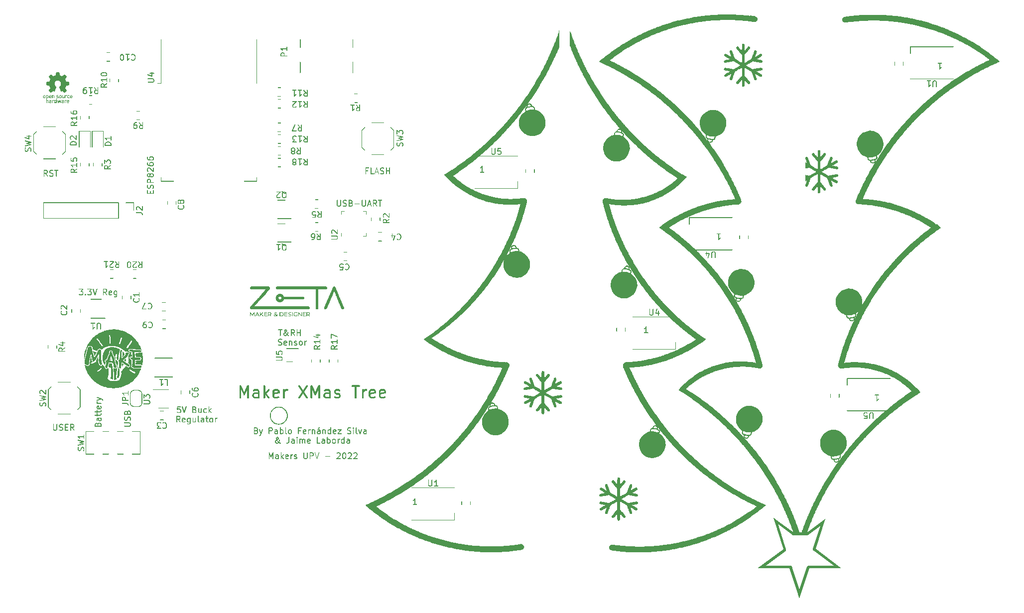
<source format=gto>
%MOIN*%
%OFA0B0*%
%FSLAX36Y36*%
%IPPOS*%
%LPD*%
G36*
X002399802Y001436354D02*
G01*
X002399657Y001437267D01*
X002399237Y001438090D01*
X002398585Y001438744D01*
X002397761Y001439163D01*
X002396849Y001439307D01*
X002395937Y001439163D01*
X002395113Y001438744D01*
X002394460Y001438090D01*
X002394041Y001437267D01*
X002393897Y001436354D01*
X002394041Y001435442D01*
X002394460Y001434618D01*
X002395113Y001433966D01*
X002395937Y001433546D01*
X002396849Y001433402D01*
X002397761Y001433546D01*
X002398585Y001433966D01*
X002399237Y001434618D01*
X002399657Y001435442D01*
X002399802Y001436354D01*
G37*
G36*
X002399802Y001436354D02*
G01*
X002399657Y001437267D01*
X002399237Y001438090D01*
X002398585Y001438744D01*
X002397761Y001439163D01*
X002396849Y001439307D01*
X002387898Y001438603D01*
X002386985Y001438458D01*
X002386162Y001438039D01*
X002385509Y001437385D01*
X002385089Y001436563D01*
X002384945Y001435650D01*
X002385089Y001434736D01*
X002385509Y001433915D01*
X002386162Y001433261D01*
X002386985Y001432842D01*
X002387898Y001432697D01*
X002396849Y001433402D01*
X002397761Y001433546D01*
X002398585Y001433966D01*
X002399237Y001434618D01*
X002399657Y001435442D01*
X002399802Y001436354D01*
G37*
G36*
X002390851Y001435650D02*
G01*
X002390706Y001436563D01*
X002390287Y001437385D01*
X002389633Y001438039D01*
X002388809Y001438458D01*
X002387898Y001438603D01*
X002386985Y001438458D01*
X002378253Y001436361D01*
X002377431Y001435941D01*
X002376777Y001435290D01*
X002376358Y001434466D01*
X002376214Y001433554D01*
X002376358Y001432641D01*
X002376777Y001431818D01*
X002377431Y001431165D01*
X002378253Y001430746D01*
X002379167Y001430601D01*
X002380079Y001430746D01*
X002388809Y001432842D01*
X002389633Y001433261D01*
X002390287Y001433915D01*
X002390706Y001434736D01*
X002390851Y001435650D01*
G37*
G36*
X002382119Y001433554D02*
G01*
X002381975Y001434466D01*
X002381555Y001435290D01*
X002380901Y001435941D01*
X002380079Y001436361D01*
X002379167Y001436506D01*
X002378253Y001436361D01*
X002369958Y001432924D01*
X002369135Y001432506D01*
X002368482Y001431853D01*
X002368062Y001431030D01*
X002367918Y001430117D01*
X002368062Y001429204D01*
X002368482Y001428381D01*
X002369135Y001427729D01*
X002369958Y001427309D01*
X002370871Y001427165D01*
X002371783Y001427309D01*
X002380079Y001430746D01*
X002380901Y001431165D01*
X002381555Y001431818D01*
X002381975Y001432641D01*
X002382119Y001433554D01*
G37*
G36*
X002373824Y001430117D02*
G01*
X002373679Y001431030D01*
X002373260Y001431853D01*
X002372606Y001432506D01*
X002371783Y001432924D01*
X002370871Y001433070D01*
X002369958Y001432924D01*
X002369135Y001432506D01*
X002361479Y001427815D01*
X002360826Y001427161D01*
X002360407Y001426338D01*
X002360262Y001425426D01*
X002360407Y001424513D01*
X002360826Y001423691D01*
X002361479Y001423037D01*
X002362303Y001422618D01*
X002363215Y001422473D01*
X002364127Y001422618D01*
X002364951Y001423037D01*
X002372606Y001427729D01*
X002373260Y001428381D01*
X002373679Y001429204D01*
X002373824Y001430117D01*
G37*
G36*
X002366167Y001425426D02*
G01*
X002366023Y001426338D01*
X002365603Y001427161D01*
X002364951Y001427815D01*
X002364127Y001428235D01*
X002363215Y001428379D01*
X002362303Y001428235D01*
X002361479Y001427815D01*
X002354651Y001421983D01*
X002353998Y001421330D01*
X002353579Y001420507D01*
X002353434Y001419594D01*
X002353579Y001418682D01*
X002353998Y001417859D01*
X002354651Y001417206D01*
X002355474Y001416787D01*
X002356387Y001416642D01*
X002357299Y001416787D01*
X002358122Y001417206D01*
X002364951Y001423037D01*
X002365603Y001423691D01*
X002366023Y001424513D01*
X002366167Y001425426D01*
G37*
G36*
X002359340Y001419594D02*
G01*
X002359194Y001420507D01*
X002358776Y001421330D01*
X002358122Y001421983D01*
X002357299Y001422402D01*
X002356387Y001422547D01*
X002355474Y001422402D01*
X002354651Y001421983D01*
X002353998Y001421330D01*
X002348167Y001414502D01*
X002347746Y001413679D01*
X002347602Y001412766D01*
X002347746Y001411854D01*
X002348167Y001411030D01*
X002348820Y001410378D01*
X002349643Y001409959D01*
X002350555Y001409813D01*
X002351468Y001409959D01*
X002352291Y001410378D01*
X002352944Y001411030D01*
X002358776Y001417859D01*
X002359194Y001418682D01*
X002359340Y001419594D01*
G37*
G36*
X002353508Y001412766D02*
G01*
X002353363Y001413679D01*
X002352944Y001414502D01*
X002352291Y001415155D01*
X002351468Y001415575D01*
X002350555Y001415720D01*
X002349643Y001415575D01*
X002348820Y001415155D01*
X002348167Y001414502D01*
X002343475Y001406846D01*
X002343056Y001406023D01*
X002342911Y001405111D01*
X002343056Y001404198D01*
X002343475Y001403375D01*
X002344128Y001402722D01*
X002344951Y001402303D01*
X002345864Y001402157D01*
X002346776Y001402303D01*
X002347599Y001402722D01*
X002348252Y001403375D01*
X002352944Y001411030D01*
X002353363Y001411854D01*
X002353508Y001412766D01*
G37*
G36*
X002348817Y001405111D02*
G01*
X002348672Y001406023D01*
X002348252Y001406846D01*
X002347599Y001407499D01*
X002346776Y001407918D01*
X002345864Y001408062D01*
X002344951Y001407918D01*
X002344128Y001407499D01*
X002343475Y001406846D01*
X002343056Y001406023D01*
X002339620Y001397728D01*
X002339475Y001396814D01*
X002339620Y001395903D01*
X002340039Y001395079D01*
X002340692Y001394426D01*
X002341515Y001394006D01*
X002342427Y001393862D01*
X002343340Y001394006D01*
X002344163Y001394426D01*
X002344816Y001395079D01*
X002345236Y001395903D01*
X002348672Y001404198D01*
X002348817Y001405111D01*
G37*
G36*
X002345381Y001396814D02*
G01*
X002345236Y001397728D01*
X002344816Y001398550D01*
X002344163Y001399204D01*
X002343340Y001399623D01*
X002342427Y001399768D01*
X002341515Y001399623D01*
X002340692Y001399204D01*
X002340039Y001398550D01*
X002339620Y001397728D01*
X002337524Y001388995D01*
X002337379Y001388084D01*
X002337524Y001387172D01*
X002337943Y001386348D01*
X002338596Y001385695D01*
X002339419Y001385275D01*
X002340332Y001385131D01*
X002341244Y001385275D01*
X002342067Y001385695D01*
X002342720Y001386348D01*
X002343139Y001387172D01*
X002345236Y001395903D01*
X002345381Y001396814D01*
G37*
G36*
X002343284Y001388084D02*
G01*
X002343139Y001388995D01*
X002342720Y001389820D01*
X002342067Y001390472D01*
X002341244Y001390892D01*
X002340332Y001391036D01*
X002339419Y001390892D01*
X002338596Y001390472D01*
X002337943Y001389820D01*
X002337524Y001388995D01*
X002337379Y001388084D01*
X002336674Y001379132D01*
X002336818Y001378220D01*
X002337237Y001377396D01*
X002337891Y001376744D01*
X002338715Y001376324D01*
X002339627Y001376180D01*
X002340539Y001376324D01*
X002341362Y001376744D01*
X002342016Y001377396D01*
X002342435Y001378220D01*
X002342579Y001379132D01*
X002343284Y001388084D01*
G37*
G36*
X002343284Y001370180D02*
G01*
X002342579Y001379132D01*
X002342435Y001380044D01*
X002342016Y001380868D01*
X002341362Y001381521D01*
X002340539Y001381940D01*
X002339627Y001382085D01*
X002338715Y001381940D01*
X002337891Y001381521D01*
X002337237Y001380868D01*
X002336818Y001380044D01*
X002336674Y001379132D01*
X002337379Y001370180D01*
X002337524Y001369268D01*
X002337943Y001368444D01*
X002338596Y001367792D01*
X002339419Y001367373D01*
X002340332Y001367228D01*
X002341244Y001367373D01*
X002342067Y001367792D01*
X002342720Y001368444D01*
X002343139Y001369268D01*
X002343284Y001370180D01*
G37*
G36*
X002345381Y001361449D02*
G01*
X002345236Y001362361D01*
X002343139Y001371093D01*
X002342720Y001371916D01*
X002342067Y001372569D01*
X002341244Y001372989D01*
X002340332Y001373134D01*
X002339419Y001372989D01*
X002338596Y001372569D01*
X002337943Y001371916D01*
X002337524Y001371093D01*
X002337379Y001370180D01*
X002337524Y001369268D01*
X002339620Y001360537D01*
X002340039Y001359714D01*
X002340692Y001359061D01*
X002341515Y001358641D01*
X002342427Y001358497D01*
X002343340Y001358641D01*
X002344163Y001359061D01*
X002344816Y001359714D01*
X002345236Y001360537D01*
X002345381Y001361449D01*
G37*
G36*
X002348817Y001353153D02*
G01*
X002348672Y001354066D01*
X002345236Y001362361D01*
X002344816Y001363185D01*
X002344163Y001363839D01*
X002343340Y001364258D01*
X002342427Y001364402D01*
X002341515Y001364258D01*
X002340692Y001363839D01*
X002340039Y001363185D01*
X002339620Y001362361D01*
X002339475Y001361449D01*
X002339620Y001360537D01*
X002343056Y001352241D01*
X002343475Y001351417D01*
X002344128Y001350765D01*
X002344951Y001350346D01*
X002345864Y001350202D01*
X002346776Y001350346D01*
X002347599Y001350765D01*
X002348252Y001351417D01*
X002348672Y001352241D01*
X002348817Y001353153D01*
G37*
G36*
X002353508Y001345498D02*
G01*
X002353363Y001346411D01*
X002352944Y001347234D01*
X002348252Y001354889D01*
X002347599Y001355542D01*
X002346776Y001355961D01*
X002345864Y001356107D01*
X002344951Y001355961D01*
X002344128Y001355542D01*
X002343475Y001354889D01*
X002343056Y001354066D01*
X002342911Y001353153D01*
X002343056Y001352241D01*
X002343475Y001351417D01*
X002348167Y001343762D01*
X002348820Y001343109D01*
X002349643Y001342689D01*
X002350555Y001342544D01*
X002351468Y001342689D01*
X002352291Y001343109D01*
X002352944Y001343762D01*
X002353363Y001344586D01*
X002353508Y001345498D01*
G37*
G36*
X002359340Y001338670D02*
G01*
X002359194Y001339582D01*
X002358776Y001340406D01*
X002352944Y001347234D01*
X002352291Y001347887D01*
X002351468Y001348306D01*
X002350555Y001348450D01*
X002349643Y001348306D01*
X002348820Y001347887D01*
X002348167Y001347234D01*
X002347746Y001346411D01*
X002347602Y001345498D01*
X002347746Y001344586D01*
X002348167Y001343762D01*
X002353998Y001336934D01*
X002354651Y001336281D01*
X002355474Y001335861D01*
X002356387Y001335717D01*
X002357299Y001335861D01*
X002358122Y001336281D01*
X002358776Y001336934D01*
X002359194Y001337758D01*
X002359340Y001338670D01*
G37*
G36*
X002366167Y001332839D02*
G01*
X002366023Y001333751D01*
X002365603Y001334574D01*
X002364951Y001335227D01*
X002358122Y001341058D01*
X002357299Y001341478D01*
X002356387Y001341622D01*
X002355474Y001341478D01*
X002354651Y001341058D01*
X002353998Y001340406D01*
X002353579Y001339582D01*
X002353434Y001338670D01*
X002353579Y001337758D01*
X002353998Y001336934D01*
X002354651Y001336281D01*
X002361479Y001330449D01*
X002362303Y001330030D01*
X002363215Y001329885D01*
X002364127Y001330030D01*
X002364951Y001330449D01*
X002365603Y001331103D01*
X002366023Y001331926D01*
X002366167Y001332839D01*
G37*
G36*
X002373824Y001328147D02*
G01*
X002373679Y001329059D01*
X002373260Y001329883D01*
X002372606Y001330535D01*
X002364951Y001335227D01*
X002364127Y001335647D01*
X002363215Y001335791D01*
X002362303Y001335647D01*
X002361479Y001335227D01*
X002360826Y001334574D01*
X002360407Y001333751D01*
X002360262Y001332839D01*
X002360407Y001331926D01*
X002360826Y001331103D01*
X002361479Y001330449D01*
X002369135Y001325758D01*
X002369958Y001325339D01*
X002370871Y001325195D01*
X002371783Y001325339D01*
X002372606Y001325758D01*
X002373260Y001326411D01*
X002373679Y001327235D01*
X002373824Y001328147D01*
G37*
G36*
X002382119Y001324711D02*
G01*
X002381975Y001325623D01*
X002381555Y001326445D01*
X002380901Y001327099D01*
X002380079Y001327518D01*
X002371783Y001330955D01*
X002370871Y001331099D01*
X002369958Y001330955D01*
X002369135Y001330535D01*
X002368482Y001329883D01*
X002368062Y001329059D01*
X002367918Y001328147D01*
X002368062Y001327235D01*
X002368482Y001326411D01*
X002369135Y001325758D01*
X002369958Y001325339D01*
X002378253Y001321903D01*
X002379167Y001321758D01*
X002380079Y001321903D01*
X002380901Y001322322D01*
X002381555Y001322975D01*
X002381975Y001323798D01*
X002382119Y001324711D01*
G37*
G36*
X002390851Y001322615D02*
G01*
X002390706Y001323527D01*
X002390287Y001324350D01*
X002389633Y001325003D01*
X002388809Y001325423D01*
X002380079Y001327518D01*
X002379167Y001327663D01*
X002378253Y001327518D01*
X002377431Y001327099D01*
X002376777Y001326445D01*
X002376358Y001325623D01*
X002376214Y001324711D01*
X002376358Y001323798D01*
X002376777Y001322975D01*
X002377431Y001322322D01*
X002378253Y001321903D01*
X002386985Y001319806D01*
X002387898Y001319660D01*
X002388809Y001319806D01*
X002389633Y001320225D01*
X002390287Y001320879D01*
X002390706Y001321702D01*
X002390851Y001322615D01*
G37*
G36*
X002399802Y001321910D02*
G01*
X002399657Y001322823D01*
X002399237Y001323645D01*
X002398585Y001324299D01*
X002397761Y001324718D01*
X002396849Y001324863D01*
X002387898Y001325567D01*
X002386985Y001325423D01*
X002386162Y001325003D01*
X002385509Y001324350D01*
X002385089Y001323527D01*
X002384945Y001322615D01*
X002385089Y001321702D01*
X002385509Y001320879D01*
X002386162Y001320225D01*
X002386985Y001319806D01*
X002387898Y001319660D01*
X002396849Y001318957D01*
X002397761Y001319102D01*
X002398585Y001319521D01*
X002399237Y001320175D01*
X002399657Y001320996D01*
X002399802Y001321910D01*
G37*
G36*
X002408753Y001322615D02*
G01*
X002408609Y001323527D01*
X002408189Y001324350D01*
X002407536Y001325003D01*
X002406713Y001325423D01*
X002405801Y001325567D01*
X002396849Y001324863D01*
X002395937Y001324718D01*
X002395113Y001324299D01*
X002394460Y001323645D01*
X002394041Y001322823D01*
X002393897Y001321910D01*
X002394041Y001320996D01*
X002394460Y001320175D01*
X002395113Y001319521D01*
X002395937Y001319102D01*
X002396849Y001318957D01*
X002405801Y001319660D01*
X002406713Y001319806D01*
X002407536Y001320225D01*
X002408189Y001320879D01*
X002408609Y001321702D01*
X002408753Y001322615D01*
G37*
G36*
X002417484Y001324711D02*
G01*
X002417340Y001325623D01*
X002416920Y001326445D01*
X002416268Y001327099D01*
X002415444Y001327518D01*
X002414532Y001327663D01*
X002413620Y001327518D01*
X002404888Y001325423D01*
X002404065Y001325003D01*
X002403412Y001324350D01*
X002402992Y001323527D01*
X002402847Y001322615D01*
X002402992Y001321702D01*
X002403412Y001320879D01*
X002404065Y001320225D01*
X002404888Y001319806D01*
X002405801Y001319660D01*
X002406713Y001319806D01*
X002415444Y001321903D01*
X002416268Y001322322D01*
X002416920Y001322975D01*
X002417340Y001323798D01*
X002417484Y001324711D01*
G37*
G36*
X002425780Y001328147D02*
G01*
X002425635Y001329059D01*
X002425216Y001329883D01*
X002424563Y001330535D01*
X002423740Y001330955D01*
X002422827Y001331099D01*
X002421915Y001330955D01*
X002413620Y001327518D01*
X002412796Y001327099D01*
X002412143Y001326445D01*
X002411723Y001325623D01*
X002411578Y001324711D01*
X002411723Y001323798D01*
X002412143Y001322975D01*
X002412796Y001322322D01*
X002413620Y001321903D01*
X002414532Y001321758D01*
X002415444Y001321903D01*
X002423740Y001325339D01*
X002424563Y001325758D01*
X002425216Y001326411D01*
X002425635Y001327235D01*
X002425780Y001328147D01*
G37*
G36*
X002433436Y001332839D02*
G01*
X002433292Y001333751D01*
X002432872Y001334574D01*
X002432219Y001335227D01*
X002431395Y001335647D01*
X002430483Y001335791D01*
X002429571Y001335647D01*
X002428748Y001335227D01*
X002421092Y001330535D01*
X002420439Y001329883D01*
X002420020Y001329059D01*
X002419875Y001328147D01*
X002420020Y001327235D01*
X002420439Y001326411D01*
X002421092Y001325758D01*
X002421915Y001325339D01*
X002422827Y001325195D01*
X002423740Y001325339D01*
X002424563Y001325758D01*
X002432219Y001330449D01*
X002432872Y001331103D01*
X002433292Y001331926D01*
X002433436Y001332839D01*
G37*
G36*
X002440264Y001338670D02*
G01*
X002440119Y001339582D01*
X002439699Y001340406D01*
X002439047Y001341058D01*
X002438223Y001341478D01*
X002437311Y001341622D01*
X002436399Y001341478D01*
X002435575Y001341058D01*
X002428748Y001335227D01*
X002428094Y001334574D01*
X002427675Y001333751D01*
X002427531Y001332839D01*
X002427675Y001331926D01*
X002428094Y001331103D01*
X002428748Y001330449D01*
X002429571Y001330030D01*
X002430483Y001329885D01*
X002431395Y001330030D01*
X002432219Y001330449D01*
X002439047Y001336281D01*
X002439699Y001336934D01*
X002440119Y001337758D01*
X002440264Y001338670D01*
G37*
G36*
X002446096Y001345498D02*
G01*
X002445951Y001346411D01*
X002445532Y001347234D01*
X002444878Y001347887D01*
X002444055Y001348306D01*
X002443143Y001348450D01*
X002442230Y001348306D01*
X002441407Y001347887D01*
X002440754Y001347234D01*
X002434923Y001340406D01*
X002434503Y001339582D01*
X002434359Y001338670D01*
X002434503Y001337758D01*
X002434923Y001336934D01*
X002435575Y001336281D01*
X002436399Y001335861D01*
X002437311Y001335717D01*
X002438223Y001335861D01*
X002439047Y001336281D01*
X002439699Y001336934D01*
X002445532Y001343762D01*
X002445951Y001344586D01*
X002446096Y001345498D01*
G37*
G36*
X002450787Y001353153D02*
G01*
X002450643Y001354066D01*
X002450224Y001354889D01*
X002449570Y001355542D01*
X002448746Y001355961D01*
X002447834Y001356107D01*
X002446922Y001355961D01*
X002446099Y001355542D01*
X002445446Y001354889D01*
X002440754Y001347234D01*
X002440334Y001346411D01*
X002440190Y001345498D01*
X002440334Y001344586D01*
X002440754Y001343762D01*
X002441407Y001343109D01*
X002442230Y001342689D01*
X002443143Y001342544D01*
X002444055Y001342689D01*
X002444878Y001343109D01*
X002445532Y001343762D01*
X002450224Y001351417D01*
X002450643Y001352241D01*
X002450787Y001353153D01*
G37*
G36*
X002454224Y001361449D02*
G01*
X002454079Y001362361D01*
X002453660Y001363185D01*
X002453006Y001363839D01*
X002452183Y001364258D01*
X002451270Y001364402D01*
X002450358Y001364258D01*
X002449535Y001363839D01*
X002448882Y001363185D01*
X002448462Y001362361D01*
X002445026Y001354066D01*
X002444882Y001353153D01*
X002445026Y001352241D01*
X002445446Y001351417D01*
X002446099Y001350765D01*
X002446922Y001350346D01*
X002447834Y001350202D01*
X002448746Y001350346D01*
X002449570Y001350765D01*
X002450224Y001351417D01*
X002450643Y001352241D01*
X002454079Y001360537D01*
X002454224Y001361449D01*
G37*
G36*
X002456320Y001370180D02*
G01*
X002456175Y001371093D01*
X002455756Y001371916D01*
X002455102Y001372569D01*
X002454279Y001372989D01*
X002453366Y001373134D01*
X002452455Y001372989D01*
X002451631Y001372569D01*
X002450977Y001371916D01*
X002450558Y001371093D01*
X002448462Y001362361D01*
X002448318Y001361449D01*
X002448462Y001360537D01*
X002448882Y001359714D01*
X002449535Y001359061D01*
X002450358Y001358641D01*
X002451270Y001358497D01*
X002452183Y001358641D01*
X002453006Y001359061D01*
X002453660Y001359714D01*
X002454079Y001360537D01*
X002456175Y001369268D01*
X002456320Y001370180D01*
G37*
G36*
X002457024Y001379132D02*
G01*
X002456879Y001380044D01*
X002456460Y001380868D01*
X002455807Y001381521D01*
X002454984Y001381940D01*
X002454072Y001382085D01*
X002453158Y001381940D01*
X002452336Y001381521D01*
X002451682Y001380868D01*
X002451263Y001380044D01*
X002451118Y001379132D01*
X002450414Y001370180D01*
X002450558Y001369268D01*
X002450977Y001368444D01*
X002451631Y001367792D01*
X002452455Y001367373D01*
X002453366Y001367228D01*
X002454279Y001367373D01*
X002455102Y001367792D01*
X002455756Y001368444D01*
X002456175Y001369268D01*
X002456320Y001370180D01*
X002457024Y001379132D01*
G37*
G36*
X002457024Y001379132D02*
G01*
X002456320Y001388084D01*
X002456175Y001388995D01*
X002455756Y001389820D01*
X002455102Y001390472D01*
X002454279Y001390892D01*
X002453366Y001391036D01*
X002452455Y001390892D01*
X002451631Y001390472D01*
X002450977Y001389820D01*
X002450558Y001388995D01*
X002450414Y001388084D01*
X002451118Y001379132D01*
X002451263Y001378220D01*
X002451682Y001377396D01*
X002452336Y001376744D01*
X002453158Y001376324D01*
X002454072Y001376180D01*
X002454984Y001376324D01*
X002455807Y001376744D01*
X002456460Y001377396D01*
X002456879Y001378220D01*
X002457024Y001379132D01*
G37*
G36*
X002456320Y001388084D02*
G01*
X002456175Y001388995D01*
X002454079Y001397728D01*
X002453660Y001398550D01*
X002453006Y001399204D01*
X002452183Y001399623D01*
X002451270Y001399768D01*
X002450358Y001399623D01*
X002449535Y001399204D01*
X002448882Y001398550D01*
X002448462Y001397728D01*
X002448318Y001396814D01*
X002448462Y001395903D01*
X002450558Y001387172D01*
X002450977Y001386348D01*
X002451631Y001385695D01*
X002452455Y001385275D01*
X002453366Y001385131D01*
X002454279Y001385275D01*
X002455102Y001385695D01*
X002455756Y001386348D01*
X002456175Y001387172D01*
X002456320Y001388084D01*
G37*
G36*
X002454224Y001396814D02*
G01*
X002454079Y001397728D01*
X002450643Y001406023D01*
X002450224Y001406846D01*
X002449570Y001407499D01*
X002448746Y001407918D01*
X002447834Y001408062D01*
X002446922Y001407918D01*
X002446099Y001407499D01*
X002445446Y001406846D01*
X002445026Y001406023D01*
X002444882Y001405111D01*
X002445026Y001404198D01*
X002448462Y001395903D01*
X002448882Y001395079D01*
X002449535Y001394426D01*
X002450358Y001394006D01*
X002451270Y001393862D01*
X002452183Y001394006D01*
X002453006Y001394426D01*
X002453660Y001395079D01*
X002454079Y001395903D01*
X002454224Y001396814D01*
G37*
G36*
X002450787Y001405111D02*
G01*
X002450643Y001406023D01*
X002450224Y001406846D01*
X002445532Y001414502D01*
X002444878Y001415155D01*
X002444055Y001415575D01*
X002443143Y001415720D01*
X002442230Y001415575D01*
X002441407Y001415155D01*
X002440754Y001414502D01*
X002440334Y001413679D01*
X002440190Y001412766D01*
X002440334Y001411854D01*
X002440754Y001411030D01*
X002445446Y001403375D01*
X002446099Y001402722D01*
X002446922Y001402303D01*
X002447834Y001402157D01*
X002448746Y001402303D01*
X002449570Y001402722D01*
X002450224Y001403375D01*
X002450643Y001404198D01*
X002450787Y001405111D01*
G37*
G36*
X002446096Y001412766D02*
G01*
X002445951Y001413679D01*
X002445532Y001414502D01*
X002439699Y001421330D01*
X002439047Y001421983D01*
X002438223Y001422402D01*
X002437311Y001422547D01*
X002436399Y001422402D01*
X002435575Y001421983D01*
X002434923Y001421330D01*
X002434503Y001420507D01*
X002434359Y001419594D01*
X002434503Y001418682D01*
X002434923Y001417859D01*
X002440754Y001411030D01*
X002441407Y001410378D01*
X002442230Y001409959D01*
X002443143Y001409813D01*
X002444055Y001409959D01*
X002444878Y001410378D01*
X002445532Y001411030D01*
X002445951Y001411854D01*
X002446096Y001412766D01*
G37*
G36*
X002440264Y001419594D02*
G01*
X002440119Y001420507D01*
X002439699Y001421330D01*
X002439047Y001421983D01*
X002432219Y001427815D01*
X002431395Y001428235D01*
X002430483Y001428379D01*
X002429571Y001428235D01*
X002428748Y001427815D01*
X002428094Y001427161D01*
X002427675Y001426338D01*
X002427531Y001425426D01*
X002427675Y001424513D01*
X002428094Y001423691D01*
X002428748Y001423037D01*
X002435575Y001417206D01*
X002436399Y001416787D01*
X002437311Y001416642D01*
X002438223Y001416787D01*
X002439047Y001417206D01*
X002439699Y001417859D01*
X002440119Y001418682D01*
X002440264Y001419594D01*
G37*
G36*
X002433436Y001425426D02*
G01*
X002433292Y001426338D01*
X002432872Y001427161D01*
X002432219Y001427815D01*
X002424563Y001432506D01*
X002423740Y001432924D01*
X002422827Y001433070D01*
X002421915Y001432924D01*
X002421092Y001432506D01*
X002420439Y001431853D01*
X002420020Y001431030D01*
X002419875Y001430117D01*
X002420020Y001429204D01*
X002420439Y001428381D01*
X002421092Y001427729D01*
X002428748Y001423037D01*
X002429571Y001422618D01*
X002430483Y001422473D01*
X002431395Y001422618D01*
X002432219Y001423037D01*
X002432872Y001423691D01*
X002433292Y001424513D01*
X002433436Y001425426D01*
G37*
G36*
X002425780Y001430117D02*
G01*
X002425635Y001431030D01*
X002425216Y001431853D01*
X002424563Y001432506D01*
X002423740Y001432924D01*
X002415444Y001436361D01*
X002414532Y001436506D01*
X002413620Y001436361D01*
X002412796Y001435941D01*
X002412143Y001435290D01*
X002411723Y001434466D01*
X002411578Y001433554D01*
X002411723Y001432641D01*
X002412143Y001431818D01*
X002412796Y001431165D01*
X002413620Y001430746D01*
X002421915Y001427309D01*
X002422827Y001427165D01*
X002423740Y001427309D01*
X002424563Y001427729D01*
X002425216Y001428381D01*
X002425635Y001429204D01*
X002425780Y001430117D01*
G37*
G36*
X002417484Y001433554D02*
G01*
X002417340Y001434466D01*
X002416920Y001435290D01*
X002416268Y001435941D01*
X002415444Y001436361D01*
X002406713Y001438458D01*
X002405801Y001438603D01*
X002404888Y001438458D01*
X002404065Y001438039D01*
X002403412Y001437385D01*
X002402992Y001436563D01*
X002402847Y001435650D01*
X002402992Y001434736D01*
X002403412Y001433915D01*
X002404065Y001433261D01*
X002404888Y001432842D01*
X002413620Y001430746D01*
X002414532Y001430601D01*
X002415444Y001430746D01*
X002416268Y001431165D01*
X002416920Y001431818D01*
X002417340Y001432641D01*
X002417484Y001433554D01*
G37*
G36*
X002408753Y001435650D02*
G01*
X002408609Y001436563D01*
X002408189Y001437385D01*
X002407536Y001438039D01*
X002406713Y001438458D01*
X002405801Y001438603D01*
X002396849Y001439307D01*
X002395937Y001439163D01*
X002395113Y001438744D01*
X002394460Y001438090D01*
X002394041Y001437267D01*
X002393897Y001436354D01*
X002394041Y001435442D01*
X002394460Y001434618D01*
X002395113Y001433966D01*
X002395937Y001433546D01*
X002396849Y001433402D01*
X002405801Y001432697D01*
X002406713Y001432842D01*
X002407536Y001433261D01*
X002408189Y001433915D01*
X002408609Y001434736D01*
X002408753Y001435650D01*
G37*
G36*
X002420743Y001954039D02*
G01*
X002420599Y001954950D01*
X002420179Y001955774D01*
X002419525Y001956427D01*
X002418703Y001956847D01*
X002417791Y001956990D01*
X002395293Y001956990D01*
X002394381Y001956847D01*
X002393557Y001956427D01*
X002392904Y001955774D01*
X002392485Y001954950D01*
X002392340Y001954039D01*
X002392485Y001953126D01*
X002392904Y001952303D01*
X002393557Y001951650D01*
X002394381Y001951230D01*
X002395293Y001951086D01*
X002417791Y001951086D01*
X002418703Y001951230D01*
X002419525Y001951650D01*
X002420179Y001952303D01*
X002420599Y001953126D01*
X002420743Y001954039D01*
G37*
G36*
X002409494Y001954039D02*
G01*
X002409350Y001954950D01*
X002408930Y001955774D01*
X002408278Y001956427D01*
X002407454Y001956847D01*
X002406542Y001956990D01*
X002405629Y001956847D01*
X002404806Y001956427D01*
X002404153Y001955774D01*
X002403734Y001954950D01*
X002403589Y001954039D01*
X002403589Y001914668D01*
X002403734Y001913756D01*
X002404153Y001912933D01*
X002404806Y001912279D01*
X002405629Y001911860D01*
X002406542Y001911715D01*
X002407454Y001911860D01*
X002408278Y001912279D01*
X002408930Y001912933D01*
X002409350Y001913756D01*
X002409494Y001914668D01*
X002409494Y001954039D01*
G37*
G36*
X002465738Y001914668D02*
G01*
X002465593Y001915581D01*
X002465174Y001916404D01*
X002464520Y001917056D01*
X002463696Y001917477D01*
X002462785Y001917621D01*
X002460910Y001917621D01*
X002459998Y001917477D01*
X002459174Y001917056D01*
X002458520Y001916404D01*
X002458101Y001915581D01*
X002457957Y001914668D01*
X002458101Y001913756D01*
X002458520Y001912933D01*
X002459174Y001912279D01*
X002459998Y001911860D01*
X002460910Y001911715D01*
X002462785Y001911715D01*
X002463696Y001911860D01*
X002464520Y001912279D01*
X002465174Y001912933D01*
X002465593Y001913756D01*
X002465738Y001914668D01*
G37*
G36*
X002463862Y001914668D02*
G01*
X002463718Y001915581D01*
X002463299Y001916404D01*
X002462646Y001917056D01*
X002461822Y001917477D01*
X002458073Y001919351D01*
X002457161Y001919496D01*
X002456247Y001919351D01*
X002455425Y001918932D01*
X002454771Y001918279D01*
X002454352Y001917455D01*
X002454207Y001916543D01*
X002454352Y001915631D01*
X002454771Y001914807D01*
X002455425Y001914155D01*
X002456247Y001913735D01*
X002459998Y001911860D01*
X002460910Y001911715D01*
X002461822Y001911860D01*
X002462646Y001912279D01*
X002463299Y001912933D01*
X002463718Y001913756D01*
X002463862Y001914668D01*
G37*
G36*
X002460113Y001916543D02*
G01*
X002459969Y001917455D01*
X002459549Y001918279D01*
X002458896Y001918932D01*
X002453272Y001924557D01*
X002452449Y001924975D01*
X002451536Y001925120D01*
X002450624Y001924975D01*
X002449801Y001924557D01*
X002449147Y001923903D01*
X002448727Y001923080D01*
X002448583Y001922167D01*
X002448727Y001921255D01*
X002449147Y001920431D01*
X002449801Y001919779D01*
X002454771Y001914808D01*
X002454771Y001914807D01*
X002455425Y001914155D01*
X002456247Y001913735D01*
X002457161Y001913591D01*
X002458073Y001913735D01*
X002458896Y001914155D01*
X002459549Y001914807D01*
X002459969Y001915631D01*
X002460113Y001916543D01*
G37*
G36*
X002454489Y001922167D02*
G01*
X002454344Y001923080D01*
X002453925Y001923903D01*
X002444551Y001935152D01*
X002443897Y001935804D01*
X002443075Y001936224D01*
X002442163Y001936369D01*
X002441249Y001936224D01*
X002440427Y001935804D01*
X002439773Y001935152D01*
X002439353Y001934328D01*
X002439209Y001933416D01*
X002439353Y001932504D01*
X002439773Y001931680D01*
X002449147Y001920431D01*
X002449801Y001919779D01*
X002450624Y001919359D01*
X002451536Y001919215D01*
X002452449Y001919359D01*
X002453272Y001919779D01*
X002453925Y001920431D01*
X002454344Y001921255D01*
X002454489Y001922167D01*
G37*
G36*
X002445115Y001933416D02*
G01*
X002444970Y001934328D01*
X002444551Y001935152D01*
X002440802Y001940776D01*
X002440148Y001941430D01*
X002439326Y001941848D01*
X002438412Y001941993D01*
X002437500Y001941848D01*
X002436677Y001941430D01*
X002436024Y001940776D01*
X002435604Y001939953D01*
X002435460Y001939041D01*
X002435604Y001938128D01*
X002436024Y001937305D01*
X002439773Y001931680D01*
X002440427Y001931026D01*
X002441249Y001930608D01*
X002442163Y001930463D01*
X002443075Y001930608D01*
X002443897Y001931026D01*
X002444551Y001931680D01*
X002444970Y001932504D01*
X002445115Y001933416D01*
G37*
G36*
X002441366Y001939041D02*
G01*
X002441221Y001939953D01*
X002439346Y001945576D01*
X002438927Y001946400D01*
X002438273Y001947053D01*
X002437451Y001947473D01*
X002436538Y001947617D01*
X002435625Y001947473D01*
X002434802Y001947053D01*
X002434149Y001946400D01*
X002433729Y001945576D01*
X002433585Y001944665D01*
X002433729Y001943752D01*
X002435604Y001938128D01*
X002436024Y001937305D01*
X002436677Y001936651D01*
X002437500Y001936232D01*
X002438412Y001936088D01*
X002439326Y001936232D01*
X002440148Y001936651D01*
X002440802Y001937305D01*
X002441221Y001938128D01*
X002441366Y001939041D01*
G37*
G36*
X002439490Y001948415D02*
G01*
X002439346Y001949326D01*
X002438927Y001950149D01*
X002438273Y001950803D01*
X002437451Y001951223D01*
X002436538Y001951367D01*
X002435625Y001951223D01*
X002434802Y001950803D01*
X002434149Y001950149D01*
X002433729Y001949326D01*
X002433585Y001948415D01*
X002433585Y001944665D01*
X002433729Y001943752D01*
X002434149Y001942929D01*
X002434802Y001942276D01*
X002435625Y001941857D01*
X002436538Y001941711D01*
X002437451Y001941857D01*
X002438273Y001942276D01*
X002438927Y001942929D01*
X002439346Y001943752D01*
X002439490Y001944665D01*
X002439490Y001948415D01*
G37*
G36*
X002441366Y001952164D02*
G01*
X002441221Y001953076D01*
X002440802Y001953899D01*
X002440148Y001954553D01*
X002439326Y001954972D01*
X002438412Y001955116D01*
X002437500Y001954972D01*
X002436677Y001954553D01*
X002436024Y001953899D01*
X002435604Y001953076D01*
X002433729Y001949326D01*
X002433585Y001948415D01*
X002433729Y001947502D01*
X002434149Y001946678D01*
X002434802Y001946025D01*
X002435625Y001945606D01*
X002436538Y001945462D01*
X002437451Y001945606D01*
X002438273Y001946025D01*
X002438927Y001946678D01*
X002439346Y001947502D01*
X002441221Y001951251D01*
X002441366Y001952164D01*
G37*
G36*
X002445115Y001954039D02*
G01*
X002444970Y001954950D01*
X002444551Y001955774D01*
X002443897Y001956427D01*
X002443075Y001956847D01*
X002442163Y001956990D01*
X002441249Y001956847D01*
X002437500Y001954972D01*
X002436677Y001954553D01*
X002436024Y001953899D01*
X002435604Y001953076D01*
X002435460Y001952164D01*
X002435604Y001951251D01*
X002436024Y001950428D01*
X002436677Y001949775D01*
X002437500Y001949356D01*
X002438412Y001949211D01*
X002439326Y001949356D01*
X002443075Y001951230D01*
X002443897Y001951650D01*
X002444551Y001952303D01*
X002444970Y001953126D01*
X002445115Y001954039D01*
G37*
G36*
X002446990Y001954039D02*
G01*
X002446846Y001954950D01*
X002446425Y001955774D01*
X002445773Y001956427D01*
X002444949Y001956847D01*
X002444037Y001956990D01*
X002442163Y001956990D01*
X002441249Y001956847D01*
X002440427Y001956427D01*
X002439773Y001955774D01*
X002439353Y001954950D01*
X002439209Y001954039D01*
X002439353Y001953126D01*
X002439773Y001952303D01*
X002440427Y001951650D01*
X002441249Y001951230D01*
X002442163Y001951086D01*
X002444037Y001951086D01*
X002444949Y001951230D01*
X002445773Y001951650D01*
X002446425Y001952303D01*
X002446846Y001953126D01*
X002446990Y001954039D01*
G37*
G36*
X002450739Y001952164D02*
G01*
X002450595Y001953076D01*
X002450175Y001953899D01*
X002449522Y001954553D01*
X002448699Y001954972D01*
X002444949Y001956847D01*
X002444037Y001956990D01*
X002443124Y001956847D01*
X002442301Y001956427D01*
X002441648Y001955774D01*
X002441229Y001954950D01*
X002441084Y001954039D01*
X002441229Y001953126D01*
X002441648Y001952303D01*
X002442301Y001951650D01*
X002443124Y001951230D01*
X002446874Y001949356D01*
X002447786Y001949211D01*
X002448699Y001949356D01*
X002449522Y001949775D01*
X002450175Y001950428D01*
X002450595Y001951251D01*
X002450739Y001952164D01*
G37*
G36*
X002452613Y001948415D02*
G01*
X002452469Y001949326D01*
X002450595Y001953076D01*
X002450175Y001953899D01*
X002449522Y001954553D01*
X002448699Y001954972D01*
X002447786Y001955116D01*
X002446874Y001954972D01*
X002446051Y001954553D01*
X002445398Y001953899D01*
X002444978Y001953076D01*
X002444834Y001952164D01*
X002444978Y001951251D01*
X002446853Y001947502D01*
X002447273Y001946678D01*
X002447925Y001946025D01*
X002448749Y001945606D01*
X002449661Y001945462D01*
X002450573Y001945606D01*
X002451397Y001946025D01*
X002452050Y001946678D01*
X002452469Y001947502D01*
X002452613Y001948415D01*
G37*
G36*
X002452613Y001948415D02*
G01*
X002452469Y001949326D01*
X002452050Y001950149D01*
X002451397Y001950803D01*
X002450573Y001951223D01*
X002449661Y001951367D01*
X002448749Y001951223D01*
X002447925Y001950803D01*
X002447273Y001950149D01*
X002446853Y001949326D01*
X002446709Y001948415D01*
X002446709Y001946539D01*
X002446853Y001945627D01*
X002447273Y001944804D01*
X002447925Y001944149D01*
X002448749Y001943731D01*
X002449661Y001943587D01*
X002450573Y001943731D01*
X002451397Y001944149D01*
X002452050Y001944804D01*
X002452469Y001945627D01*
X002452613Y001946539D01*
X002452613Y001948415D01*
G37*
G36*
X002452613Y001946539D02*
G01*
X002452469Y001947452D01*
X002452050Y001948275D01*
X002451397Y001948928D01*
X002450573Y001949348D01*
X002449661Y001949492D01*
X002448749Y001949348D01*
X002447925Y001948928D01*
X002447273Y001948275D01*
X002446853Y001947452D01*
X002444978Y001943703D01*
X002444834Y001942790D01*
X002444978Y001941877D01*
X002445398Y001941055D01*
X002446051Y001940401D01*
X002446874Y001939981D01*
X002447786Y001939837D01*
X002448699Y001939981D01*
X002449522Y001940401D01*
X002450175Y001941055D01*
X002450595Y001941877D01*
X002452469Y001945627D01*
X002452613Y001946539D01*
G37*
G36*
X002450739Y001942790D02*
G01*
X002450595Y001943703D01*
X002450175Y001944525D01*
X002449522Y001945179D01*
X002448699Y001945598D01*
X002447786Y001945743D01*
X002446874Y001945598D01*
X002446051Y001945179D01*
X002444176Y001943304D01*
X002443523Y001942650D01*
X002443104Y001941828D01*
X002442959Y001940915D01*
X002443104Y001940002D01*
X002443523Y001939180D01*
X002444176Y001938526D01*
X002445000Y001938107D01*
X002445912Y001937962D01*
X002446824Y001938107D01*
X002447648Y001938526D01*
X002449522Y001940401D01*
X002450175Y001941055D01*
X002450595Y001941877D01*
X002450739Y001942790D01*
G37*
G36*
X002448864Y001940915D02*
G01*
X002448720Y001941828D01*
X002448300Y001942650D01*
X002447648Y001943304D01*
X002446824Y001943723D01*
X002445912Y001943867D01*
X002445000Y001943723D01*
X002444176Y001943304D01*
X002432927Y001935804D01*
X002432274Y001935152D01*
X002431855Y001934328D01*
X002431711Y001933416D01*
X002431855Y001932504D01*
X002432274Y001931680D01*
X002432927Y001931026D01*
X002433751Y001930608D01*
X002434663Y001930463D01*
X002435575Y001930608D01*
X002436399Y001931026D01*
X002447648Y001938526D01*
X002448300Y001939180D01*
X002448720Y001940002D01*
X002448864Y001940915D01*
G37*
G36*
X002437615Y001933416D02*
G01*
X002437471Y001934328D01*
X002437052Y001935152D01*
X002436399Y001935804D01*
X002435575Y001936224D01*
X002434663Y001936369D01*
X002433751Y001936224D01*
X002432927Y001935804D01*
X002432274Y001935152D01*
X002430399Y001933277D01*
X002429980Y001932453D01*
X002429835Y001931541D01*
X002429980Y001930628D01*
X002430399Y001929806D01*
X002431053Y001929152D01*
X002431875Y001928732D01*
X002432788Y001928589D01*
X002433701Y001928732D01*
X002434524Y001929152D01*
X002437052Y001931680D01*
X002437471Y001932504D01*
X002437615Y001933416D01*
G37*
G36*
X002435741Y001931541D02*
G01*
X002435597Y001932453D01*
X002435177Y001933277D01*
X002434524Y001933930D01*
X002433701Y001934349D01*
X002432788Y001934494D01*
X002431875Y001934349D01*
X002431053Y001933930D01*
X002430399Y001933277D01*
X002429980Y001932453D01*
X002428105Y001928704D01*
X002427960Y001927792D01*
X002428105Y001926880D01*
X002428525Y001926056D01*
X002429178Y001925403D01*
X002430001Y001924984D01*
X002430914Y001924839D01*
X002431826Y001924984D01*
X002432650Y001925403D01*
X002433302Y001926056D01*
X002433722Y001926880D01*
X002435597Y001930628D01*
X002435741Y001931541D01*
G37*
G36*
X002433866Y001927792D02*
G01*
X002433722Y001928704D01*
X002433302Y001929527D01*
X002432650Y001930181D01*
X002431826Y001930600D01*
X002430914Y001930744D01*
X002430001Y001930600D01*
X002429178Y001930181D01*
X002428525Y001929527D01*
X002428105Y001928704D01*
X002427960Y001927792D01*
X002427960Y001922167D01*
X002428105Y001921255D01*
X002428525Y001920431D01*
X002429178Y001919779D01*
X002430001Y001919359D01*
X002430914Y001919215D01*
X002431826Y001919359D01*
X002432650Y001919779D01*
X002433302Y001920431D01*
X002433722Y001921255D01*
X002433866Y001922167D01*
X002433866Y001927792D01*
G37*
G36*
X002435741Y001918418D02*
G01*
X002435597Y001919329D01*
X002433722Y001923080D01*
X002433302Y001923903D01*
X002432650Y001924557D01*
X002431826Y001924975D01*
X002430914Y001925120D01*
X002430001Y001924975D01*
X002429178Y001924557D01*
X002428525Y001923903D01*
X002428105Y001923080D01*
X002427960Y001922167D01*
X002428105Y001921255D01*
X002429980Y001917506D01*
X002430399Y001916682D01*
X002431053Y001916030D01*
X002431875Y001915609D01*
X002432788Y001915465D01*
X002433701Y001915609D01*
X002434524Y001916030D01*
X002435177Y001916682D01*
X002435597Y001917506D01*
X002435741Y001918418D01*
G37*
G36*
X002437615Y001916543D02*
G01*
X002437471Y001917455D01*
X002437052Y001918279D01*
X002436399Y001918932D01*
X002435177Y001920153D01*
X002435177Y001920154D01*
X002434524Y001920807D01*
X002433701Y001921226D01*
X002432788Y001921370D01*
X002431875Y001921226D01*
X002431053Y001920807D01*
X002430399Y001920154D01*
X002429980Y001919329D01*
X002429835Y001918418D01*
X002429980Y001917506D01*
X002430399Y001916682D01*
X002432273Y001914808D01*
X002432274Y001914807D01*
X002432927Y001914155D01*
X002433751Y001913735D01*
X002434663Y001913591D01*
X002435575Y001913735D01*
X002436399Y001914155D01*
X002437052Y001914807D01*
X002437471Y001915631D01*
X002437615Y001916543D01*
G37*
G36*
X002441366Y001914668D02*
G01*
X002441221Y001915581D01*
X002440802Y001916404D01*
X002440148Y001917056D01*
X002439326Y001917477D01*
X002435575Y001919351D01*
X002434663Y001919496D01*
X002433751Y001919351D01*
X002432927Y001918932D01*
X002432274Y001918279D01*
X002431855Y001917455D01*
X002431711Y001916543D01*
X002431855Y001915631D01*
X002432274Y001914807D01*
X002432927Y001914155D01*
X002433751Y001913735D01*
X002437500Y001911860D01*
X002438412Y001911715D01*
X002439326Y001911860D01*
X002440148Y001912279D01*
X002440802Y001912933D01*
X002441221Y001913756D01*
X002441366Y001914668D01*
G37*
G36*
X002446990Y001914668D02*
G01*
X002446846Y001915581D01*
X002446425Y001916404D01*
X002445773Y001917056D01*
X002444949Y001917477D01*
X002444037Y001917621D01*
X002438412Y001917621D01*
X002437500Y001917477D01*
X002436677Y001917056D01*
X002436024Y001916404D01*
X002435604Y001915581D01*
X002435460Y001914668D01*
X002435604Y001913756D01*
X002436024Y001912933D01*
X002436677Y001912279D01*
X002437500Y001911860D01*
X002438412Y001911715D01*
X002444037Y001911715D01*
X002444949Y001911860D01*
X002445773Y001912279D01*
X002446425Y001912933D01*
X002446846Y001913756D01*
X002446990Y001914668D01*
G37*
G36*
X002450739Y001916543D02*
G01*
X002450595Y001917455D01*
X002450175Y001918279D01*
X002449522Y001918932D01*
X002448699Y001919351D01*
X002447786Y001919496D01*
X002446874Y001919351D01*
X002443124Y001917477D01*
X002442301Y001917056D01*
X002441648Y001916404D01*
X002441229Y001915581D01*
X002441084Y001914668D01*
X002441229Y001913756D01*
X002441648Y001912933D01*
X002442301Y001912279D01*
X002443124Y001911860D01*
X002444037Y001911715D01*
X002444949Y001911860D01*
X002444981Y001911876D01*
X002448699Y001913735D01*
X002449522Y001914155D01*
X002450175Y001914807D01*
X002450595Y001915631D01*
X002450739Y001916543D01*
G37*
G36*
X002452613Y001918418D02*
G01*
X002452469Y001919329D01*
X002452050Y001920154D01*
X002451397Y001920807D01*
X002450573Y001921226D01*
X002449661Y001921370D01*
X002448749Y001921226D01*
X002447925Y001920807D01*
X002445398Y001918279D01*
X002444978Y001917455D01*
X002444834Y001916543D01*
X002444978Y001915631D01*
X002445398Y001914807D01*
X002446051Y001914155D01*
X002446874Y001913735D01*
X002447786Y001913591D01*
X002448699Y001913735D01*
X002449522Y001914155D01*
X002452050Y001916682D01*
X002452469Y001917506D01*
X002452613Y001918418D01*
G37*
G36*
X002458238Y001925917D02*
G01*
X002458094Y001926829D01*
X002457674Y001927651D01*
X002457021Y001928305D01*
X002456198Y001928726D01*
X002455286Y001928870D01*
X002454373Y001928726D01*
X002453550Y001928305D01*
X002452896Y001927651D01*
X002447273Y001920154D01*
X002446853Y001919329D01*
X002446709Y001918418D01*
X002446853Y001917506D01*
X002447273Y001916682D01*
X002447925Y001916030D01*
X002448749Y001915609D01*
X002449661Y001915465D01*
X002450573Y001915609D01*
X002451397Y001916030D01*
X002452050Y001916682D01*
X002457674Y001924181D01*
X002458094Y001925004D01*
X002458238Y001925917D01*
G37*
G36*
X002460113Y001931541D02*
G01*
X002459969Y001932453D01*
X002459549Y001933277D01*
X002458896Y001933930D01*
X002458073Y001934349D01*
X002457161Y001934494D01*
X002456247Y001934349D01*
X002455425Y001933930D01*
X002454771Y001933277D01*
X002454352Y001932453D01*
X002452478Y001926829D01*
X002452333Y001925917D01*
X002452478Y001925004D01*
X002452896Y001924181D01*
X002453550Y001923528D01*
X002454373Y001923109D01*
X002455286Y001922964D01*
X002456198Y001923109D01*
X002457021Y001923528D01*
X002457674Y001924181D01*
X002458094Y001925004D01*
X002459969Y001930628D01*
X002460113Y001931541D01*
G37*
G36*
X002460113Y001935290D02*
G01*
X002459969Y001936203D01*
X002459549Y001937026D01*
X002458896Y001937680D01*
X002458073Y001938099D01*
X002457161Y001938243D01*
X002456247Y001938099D01*
X002455425Y001937680D01*
X002454771Y001937026D01*
X002454352Y001936203D01*
X002454207Y001935290D01*
X002454207Y001931541D01*
X002454352Y001930628D01*
X002454771Y001929806D01*
X002455425Y001929152D01*
X002456247Y001928732D01*
X002457161Y001928589D01*
X002458073Y001928732D01*
X002458896Y001929152D01*
X002459549Y001929806D01*
X002459969Y001930628D01*
X002460113Y001931541D01*
X002460113Y001935290D01*
G37*
G36*
X002505108Y001914668D02*
G01*
X002504963Y001915581D01*
X002504544Y001916404D01*
X002491420Y001935152D01*
X002490767Y001935804D01*
X002489944Y001936224D01*
X002489031Y001936369D01*
X002488119Y001936224D01*
X002487296Y001935804D01*
X002486643Y001935152D01*
X002486223Y001934328D01*
X002486079Y001933416D01*
X002486223Y001932504D01*
X002486643Y001931680D01*
X002499766Y001912933D01*
X002500419Y001912279D01*
X002501242Y001911860D01*
X002502155Y001911715D01*
X002503066Y001911860D01*
X002503890Y001912279D01*
X002504544Y001912933D01*
X002504963Y001913756D01*
X002505108Y001914668D01*
G37*
G36*
X002482610Y001954039D02*
G01*
X002482465Y001954950D01*
X002482046Y001955774D01*
X002481393Y001956427D01*
X002480570Y001956847D01*
X002479657Y001956990D01*
X002478745Y001956847D01*
X002477922Y001956427D01*
X002477269Y001955774D01*
X002476850Y001954950D01*
X002476705Y001954039D01*
X002476705Y001914668D01*
X002476850Y001913756D01*
X002477269Y001912933D01*
X002477922Y001912279D01*
X002478745Y001911860D01*
X002479657Y001911715D01*
X002480570Y001911860D01*
X002481393Y001912279D01*
X002482046Y001912933D01*
X002482465Y001913756D01*
X002482610Y001914668D01*
X002482610Y001954039D01*
G37*
G36*
X002497608Y001954039D02*
G01*
X002497464Y001954950D01*
X002497044Y001955774D01*
X002496391Y001956427D01*
X002495568Y001956847D01*
X002494656Y001956990D01*
X002479657Y001956990D01*
X002478745Y001956847D01*
X002477922Y001956427D01*
X002477269Y001955774D01*
X002476850Y001954950D01*
X002476705Y001954039D01*
X002476850Y001953126D01*
X002477269Y001952303D01*
X002477922Y001951650D01*
X002478745Y001951230D01*
X002479657Y001951086D01*
X002494656Y001951086D01*
X002495568Y001951230D01*
X002496391Y001951650D01*
X002497044Y001952303D01*
X002497464Y001953126D01*
X002497608Y001954039D01*
G37*
G36*
X002501358Y001952164D02*
G01*
X002501214Y001953076D01*
X002500793Y001953899D01*
X002500141Y001954553D01*
X002499317Y001954972D01*
X002495568Y001956847D01*
X002494656Y001956990D01*
X002493743Y001956847D01*
X002492920Y001956427D01*
X002492266Y001955774D01*
X002491848Y001954950D01*
X002491703Y001954039D01*
X002491848Y001953126D01*
X002492266Y001952303D01*
X002492920Y001951650D01*
X002493743Y001951230D01*
X002497493Y001949356D01*
X002498405Y001949211D01*
X002499317Y001949356D01*
X002500141Y001949775D01*
X002500793Y001950428D01*
X002501214Y001951251D01*
X002501358Y001952164D01*
G37*
G36*
X002503233Y001950289D02*
G01*
X002503088Y001951201D01*
X002502669Y001952025D01*
X002500141Y001954553D01*
X002499317Y001954972D01*
X002498405Y001955116D01*
X002497493Y001954972D01*
X002496669Y001954553D01*
X002496016Y001953899D01*
X002495597Y001953076D01*
X002495453Y001952164D01*
X002495597Y001951251D01*
X002496016Y001950428D01*
X002498544Y001947900D01*
X002499368Y001947480D01*
X002500280Y001947337D01*
X002501192Y001947480D01*
X002502016Y001947900D01*
X002502669Y001948553D01*
X002503088Y001949377D01*
X002503233Y001950289D01*
G37*
G36*
X002505108Y001946539D02*
G01*
X002504963Y001947452D01*
X002503088Y001951201D01*
X002502669Y001952025D01*
X002502016Y001952678D01*
X002501192Y001953097D01*
X002500280Y001953242D01*
X002499368Y001953097D01*
X002498544Y001952678D01*
X002497890Y001952025D01*
X002497471Y001951201D01*
X002497327Y001950289D01*
X002497471Y001949377D01*
X002499346Y001945627D01*
X002499766Y001944804D01*
X002500419Y001944149D01*
X002501242Y001943731D01*
X002502155Y001943587D01*
X002503066Y001943731D01*
X002503890Y001944149D01*
X002504544Y001944804D01*
X002504963Y001945627D01*
X002505108Y001946539D01*
G37*
G36*
X002505108Y001946539D02*
G01*
X002504963Y001947452D01*
X002504544Y001948275D01*
X002503890Y001948928D01*
X002503066Y001949348D01*
X002502155Y001949492D01*
X002501242Y001949348D01*
X002500419Y001948928D01*
X002499766Y001948275D01*
X002499346Y001947452D01*
X002499202Y001946539D01*
X002499202Y001940915D01*
X002499346Y001940002D01*
X002499766Y001939180D01*
X002500419Y001938526D01*
X002501242Y001938107D01*
X002502155Y001937962D01*
X002503066Y001938107D01*
X002503890Y001938526D01*
X002504544Y001939180D01*
X002504963Y001940002D01*
X002505108Y001940915D01*
X002505108Y001946539D01*
G37*
G36*
X002505108Y001940915D02*
G01*
X002504963Y001941828D01*
X002504544Y001942650D01*
X002503890Y001943304D01*
X002503066Y001943723D01*
X002502155Y001943867D01*
X002501242Y001943723D01*
X002500419Y001943304D01*
X002499766Y001942650D01*
X002499346Y001941828D01*
X002497471Y001938078D01*
X002497327Y001937166D01*
X002497471Y001936253D01*
X002497890Y001935430D01*
X002498544Y001934777D01*
X002499368Y001934357D01*
X002500280Y001934213D01*
X002501192Y001934357D01*
X002502016Y001934777D01*
X002502669Y001935430D01*
X002503088Y001936253D01*
X002504963Y001940002D01*
X002505108Y001940915D01*
G37*
G36*
X002503233Y001937166D02*
G01*
X002503088Y001938078D01*
X002502669Y001938900D01*
X002502016Y001939555D01*
X002501192Y001939974D01*
X002500280Y001940118D01*
X002499368Y001939974D01*
X002498544Y001939555D01*
X002496016Y001937026D01*
X002495597Y001936203D01*
X002495453Y001935290D01*
X002495597Y001934379D01*
X002496016Y001933555D01*
X002496669Y001932902D01*
X002497493Y001932482D01*
X002498405Y001932338D01*
X002499317Y001932482D01*
X002500141Y001932902D01*
X002502669Y001935430D01*
X002503088Y001936253D01*
X002503233Y001937166D01*
G37*
G36*
X002501358Y001935290D02*
G01*
X002501214Y001936203D01*
X002500793Y001937026D01*
X002500141Y001937680D01*
X002499317Y001938099D01*
X002498405Y001938243D01*
X002497493Y001938099D01*
X002493743Y001936224D01*
X002492920Y001935804D01*
X002492266Y001935152D01*
X002491848Y001934328D01*
X002491703Y001933416D01*
X002491848Y001932504D01*
X002492266Y001931680D01*
X002492920Y001931026D01*
X002493743Y001930608D01*
X002494656Y001930463D01*
X002495568Y001930608D01*
X002495600Y001930624D01*
X002499317Y001932482D01*
X002500141Y001932902D01*
X002500793Y001933555D01*
X002501214Y001934379D01*
X002501358Y001935290D01*
G37*
G36*
X002497608Y001933416D02*
G01*
X002497464Y001934328D01*
X002497044Y001935152D01*
X002496391Y001935804D01*
X002495568Y001936224D01*
X002494656Y001936369D01*
X002479657Y001936369D01*
X002478745Y001936224D01*
X002477922Y001935804D01*
X002477269Y001935152D01*
X002476850Y001934328D01*
X002476705Y001933416D01*
X002476850Y001932504D01*
X002477269Y001931680D01*
X002477922Y001931026D01*
X002478745Y001930608D01*
X002479657Y001930463D01*
X002494656Y001930463D01*
X002495568Y001930608D01*
X002496391Y001931026D01*
X002497044Y001931680D01*
X002497464Y001932504D01*
X002497608Y001933416D01*
G37*
G36*
X002521980Y001954039D02*
G01*
X002521834Y001954950D01*
X002521416Y001955774D01*
X002520763Y001956427D01*
X002519939Y001956847D01*
X002519027Y001956990D01*
X002518115Y001956847D01*
X002517292Y001956427D01*
X002516639Y001955774D01*
X002516220Y001954950D01*
X002516075Y001954039D01*
X002516075Y001914668D01*
X002516220Y001913756D01*
X002516639Y001912933D01*
X002517292Y001912279D01*
X002518115Y001911860D01*
X002519027Y001911715D01*
X002519939Y001911860D01*
X002520763Y001912279D01*
X002521416Y001912933D01*
X002521834Y001913756D01*
X002521980Y001914668D01*
X002521980Y001954039D01*
G37*
G36*
X002544478Y001935290D02*
G01*
X002544332Y001936203D01*
X002543914Y001937026D01*
X002543260Y001937680D01*
X002542436Y001938099D01*
X002541525Y001938243D01*
X002519027Y001938243D01*
X002518115Y001938099D01*
X002517292Y001937680D01*
X002516639Y001937026D01*
X002516220Y001936203D01*
X002516075Y001935290D01*
X002516220Y001934379D01*
X002516639Y001933555D01*
X002517292Y001932902D01*
X002518115Y001932482D01*
X002519027Y001932338D01*
X002541525Y001932338D01*
X002542436Y001932482D01*
X002543260Y001932902D01*
X002543914Y001933555D01*
X002544332Y001934379D01*
X002544478Y001935290D01*
G37*
G36*
X002544478Y001954039D02*
G01*
X002544332Y001954950D01*
X002543914Y001955774D01*
X002543260Y001956427D01*
X002542436Y001956847D01*
X002541525Y001956990D01*
X002540612Y001956847D01*
X002539789Y001956427D01*
X002539136Y001955774D01*
X002538716Y001954950D01*
X002538572Y001954039D01*
X002538572Y001914668D01*
X002538716Y001913756D01*
X002539136Y001912933D01*
X002539789Y001912279D01*
X002540612Y001911860D01*
X002541525Y001911715D01*
X002542436Y001911860D01*
X002543260Y001912279D01*
X002543914Y001912933D01*
X002544332Y001913756D01*
X002544478Y001914668D01*
X002544478Y001954039D01*
G37*
G36*
X002402933Y001851282D02*
G01*
X002402789Y001852195D01*
X002402368Y001853019D01*
X002401716Y001853672D01*
X002400892Y001854091D01*
X002395268Y001855966D01*
X002394355Y001856110D01*
X002393443Y001855966D01*
X002392620Y001855546D01*
X002391967Y001854893D01*
X002391548Y001854069D01*
X002391403Y001853157D01*
X002391548Y001852245D01*
X002391967Y001851421D01*
X002392620Y001850768D01*
X002393443Y001850349D01*
X002399068Y001848474D01*
X002399980Y001848329D01*
X002400892Y001848474D01*
X002401716Y001848893D01*
X002402368Y001849546D01*
X002402789Y001850370D01*
X002402933Y001851282D01*
G37*
G36*
X002412307Y001851282D02*
G01*
X002412162Y001852195D01*
X002411743Y001853019D01*
X002411089Y001853672D01*
X002410266Y001854091D01*
X002409353Y001854235D01*
X002399980Y001854235D01*
X002399068Y001854091D01*
X002398244Y001853672D01*
X002397591Y001853019D01*
X002397172Y001852195D01*
X002397027Y001851282D01*
X002397172Y001850370D01*
X002397591Y001849546D01*
X002398244Y001848893D01*
X002399068Y001848474D01*
X002399980Y001848329D01*
X002409353Y001848329D01*
X002410266Y001848474D01*
X002411089Y001848893D01*
X002411743Y001849546D01*
X002412162Y001850370D01*
X002412307Y001851282D01*
G37*
G36*
X002416056Y001853157D02*
G01*
X002415912Y001854069D01*
X002415492Y001854893D01*
X002414838Y001855546D01*
X002414016Y001855966D01*
X002413103Y001856110D01*
X002412190Y001855966D01*
X002408441Y001854091D01*
X002407618Y001853672D01*
X002406965Y001853019D01*
X002406546Y001852195D01*
X002406401Y001851282D01*
X002406546Y001850370D01*
X002406965Y001849546D01*
X002407618Y001848893D01*
X002408441Y001848474D01*
X002409353Y001848329D01*
X002410266Y001848474D01*
X002410297Y001848490D01*
X002414016Y001850349D01*
X002414838Y001850768D01*
X002415492Y001851421D01*
X002415912Y001852245D01*
X002416056Y001853157D01*
G37*
G36*
X002417930Y001855032D02*
G01*
X002417786Y001855944D01*
X002417367Y001856768D01*
X002416714Y001857420D01*
X002415890Y001857840D01*
X002414978Y001857985D01*
X002414066Y001857840D01*
X002413242Y001857420D01*
X002412589Y001856768D01*
X002410714Y001854893D01*
X002410295Y001854069D01*
X002410150Y001853157D01*
X002410295Y001852245D01*
X002410714Y001851421D01*
X002411368Y001850768D01*
X002412190Y001850349D01*
X002413103Y001850205D01*
X002414016Y001850349D01*
X002414838Y001850768D01*
X002417367Y001853296D01*
X002417786Y001854120D01*
X002417930Y001855032D01*
G37*
G36*
X002419805Y001858781D02*
G01*
X002419661Y001859694D01*
X002419242Y001860517D01*
X002418588Y001861171D01*
X002417766Y001861588D01*
X002416853Y001861735D01*
X002415940Y001861588D01*
X002415117Y001861171D01*
X002414464Y001860517D01*
X002414044Y001859694D01*
X002412170Y001855944D01*
X002412026Y001855032D01*
X002412170Y001854120D01*
X002412589Y001853296D01*
X002413242Y001852644D01*
X002414066Y001852223D01*
X002414978Y001852079D01*
X002415890Y001852223D01*
X002416714Y001852644D01*
X002417367Y001853296D01*
X002417786Y001854120D01*
X002419661Y001857868D01*
X002419805Y001858781D01*
G37*
G36*
X002419805Y001862531D02*
G01*
X002419661Y001863443D01*
X002419242Y001864267D01*
X002418588Y001864920D01*
X002417766Y001865340D01*
X002416853Y001865484D01*
X002415940Y001865340D01*
X002415117Y001864920D01*
X002414464Y001864267D01*
X002414044Y001863443D01*
X002413900Y001862531D01*
X002413900Y001858781D01*
X002414044Y001857868D01*
X002414464Y001857046D01*
X002415117Y001856393D01*
X002415940Y001855974D01*
X002416853Y001855829D01*
X002417766Y001855974D01*
X002418588Y001856393D01*
X002419242Y001857046D01*
X002419661Y001857868D01*
X002419805Y001858781D01*
X002419805Y001862531D01*
G37*
G36*
X002419805Y001862531D02*
G01*
X002419661Y001863443D01*
X002417786Y001867193D01*
X002417367Y001868016D01*
X002416714Y001868669D01*
X002415890Y001869089D01*
X002414978Y001869233D01*
X002414066Y001869089D01*
X002413242Y001868669D01*
X002412589Y001868016D01*
X002412170Y001867193D01*
X002412026Y001866281D01*
X002412170Y001865368D01*
X002414044Y001861618D01*
X002414464Y001860795D01*
X002415117Y001860142D01*
X002415940Y001859723D01*
X002416853Y001859577D01*
X002417766Y001859723D01*
X002418588Y001860142D01*
X002419242Y001860795D01*
X002419661Y001861618D01*
X002419805Y001862531D01*
G37*
G36*
X002417930Y001866281D02*
G01*
X002417786Y001867193D01*
X002417367Y001868016D01*
X002416714Y001868669D01*
X002415492Y001869891D01*
X002414838Y001870544D01*
X002414016Y001870963D01*
X002413103Y001871109D01*
X002412190Y001870963D01*
X002411368Y001870544D01*
X002410714Y001869891D01*
X002410295Y001869067D01*
X002410150Y001868155D01*
X002410295Y001867243D01*
X002410714Y001866419D01*
X002412588Y001864544D01*
X002412589Y001864544D01*
X002413242Y001863892D01*
X002414066Y001863472D01*
X002414978Y001863328D01*
X002415890Y001863472D01*
X002416714Y001863892D01*
X002417367Y001864544D01*
X002417786Y001865368D01*
X002417930Y001866281D01*
G37*
G36*
X002416056Y001868155D02*
G01*
X002415912Y001869067D01*
X002415492Y001869891D01*
X002414838Y001870544D01*
X002414016Y001870963D01*
X002410266Y001872837D01*
X002409353Y001872983D01*
X002408441Y001872837D01*
X002407618Y001872419D01*
X002406965Y001871766D01*
X002406546Y001870943D01*
X002406401Y001870030D01*
X002406546Y001869117D01*
X002406965Y001868294D01*
X002407618Y001867642D01*
X002408441Y001867221D01*
X002412190Y001865347D01*
X002413103Y001865203D01*
X002414016Y001865347D01*
X002414838Y001865767D01*
X002415492Y001866419D01*
X002415912Y001867243D01*
X002416056Y001868155D01*
G37*
G36*
X002412307Y001870030D02*
G01*
X002412162Y001870943D01*
X002411743Y001871766D01*
X002411089Y001872419D01*
X002410266Y001872837D01*
X002402767Y001874713D01*
X002401855Y001874858D01*
X002400942Y001874713D01*
X002400119Y001874294D01*
X002399465Y001873640D01*
X002399046Y001872818D01*
X002398901Y001871904D01*
X002399046Y001870991D01*
X002399465Y001870170D01*
X002400119Y001869516D01*
X002400942Y001869097D01*
X002408441Y001867221D01*
X002409353Y001867077D01*
X002410266Y001867221D01*
X002411089Y001867642D01*
X002411743Y001868294D01*
X002412162Y001869117D01*
X002412307Y001870030D01*
G37*
G36*
X002404807Y001871904D02*
G01*
X002404663Y001872818D01*
X002404244Y001873640D01*
X002403591Y001874294D01*
X002402767Y001874713D01*
X002399018Y001876587D01*
X002398105Y001876732D01*
X002397192Y001876587D01*
X002396370Y001876168D01*
X002395716Y001875516D01*
X002395297Y001874692D01*
X002395152Y001873780D01*
X002395297Y001872867D01*
X002395716Y001872044D01*
X002396370Y001871391D01*
X002397192Y001870972D01*
X002400942Y001869097D01*
X002401855Y001868952D01*
X002402767Y001869097D01*
X002403591Y001869516D01*
X002404244Y001870170D01*
X002404663Y001870991D01*
X002404807Y001871904D01*
G37*
G36*
X002401058Y001873780D02*
G01*
X002400914Y001874692D01*
X002400494Y001875516D01*
X002399840Y001876168D01*
X002397966Y001878043D01*
X002397143Y001878463D01*
X002396231Y001878607D01*
X002395318Y001878463D01*
X002394495Y001878043D01*
X002393841Y001877389D01*
X002393422Y001876567D01*
X002393278Y001875654D01*
X002393422Y001874741D01*
X002393841Y001873919D01*
X002395716Y001872044D01*
X002396370Y001871391D01*
X002397192Y001870972D01*
X002398105Y001870827D01*
X002399018Y001870972D01*
X002399840Y001871391D01*
X002400494Y001872044D01*
X002400914Y001872867D01*
X002401058Y001873780D01*
G37*
G36*
X002399183Y001875654D02*
G01*
X002399038Y001876567D01*
X002397164Y001880316D01*
X002396745Y001881140D01*
X002396091Y001881792D01*
X002395268Y001882212D01*
X002394355Y001882356D01*
X002393443Y001882212D01*
X002392620Y001881792D01*
X002391967Y001881140D01*
X002391548Y001880316D01*
X002391403Y001879404D01*
X002391548Y001878492D01*
X002393422Y001874741D01*
X002393841Y001873919D01*
X002394495Y001873265D01*
X002395318Y001872846D01*
X002396231Y001872700D01*
X002397143Y001872846D01*
X002397966Y001873265D01*
X002398619Y001873919D01*
X002399038Y001874741D01*
X002399183Y001875654D01*
G37*
G36*
X002397309Y001883153D02*
G01*
X002397164Y001884066D01*
X002396745Y001884889D01*
X002396091Y001885542D01*
X002395268Y001885961D01*
X002394355Y001886107D01*
X002393443Y001885961D01*
X002392620Y001885542D01*
X002391967Y001884889D01*
X002391548Y001884066D01*
X002391403Y001883153D01*
X002391403Y001879404D01*
X002391548Y001878492D01*
X002391967Y001877667D01*
X002392620Y001877015D01*
X002393443Y001876596D01*
X002394355Y001876452D01*
X002395268Y001876596D01*
X002396091Y001877015D01*
X002396745Y001877667D01*
X002397164Y001878492D01*
X002397309Y001879404D01*
X002397309Y001883153D01*
G37*
G36*
X002399183Y001886904D02*
G01*
X002399038Y001887815D01*
X002398619Y001888639D01*
X002397966Y001889292D01*
X002397143Y001889711D01*
X002396231Y001889856D01*
X002395318Y001889711D01*
X002394495Y001889292D01*
X002393841Y001888639D01*
X002393422Y001887815D01*
X002391548Y001884066D01*
X002391403Y001883153D01*
X002391548Y001882240D01*
X002391967Y001881418D01*
X002392620Y001880765D01*
X002393443Y001880346D01*
X002394355Y001880201D01*
X002395268Y001880346D01*
X002396091Y001880765D01*
X002396745Y001881418D01*
X002397164Y001882240D01*
X002399038Y001885990D01*
X002399183Y001886904D01*
G37*
G36*
X002401058Y001888777D02*
G01*
X002400914Y001889690D01*
X002400494Y001890514D01*
X002399840Y001891166D01*
X002399018Y001891586D01*
X002398105Y001891731D01*
X002397192Y001891586D01*
X002396370Y001891166D01*
X002395716Y001890514D01*
X002393841Y001888639D01*
X002393422Y001887815D01*
X002393278Y001886904D01*
X002393422Y001885990D01*
X002393841Y001885168D01*
X002394495Y001884514D01*
X002395318Y001884095D01*
X002396231Y001883950D01*
X002397143Y001884095D01*
X002397966Y001884514D01*
X002398619Y001885168D01*
X002400494Y001887042D01*
X002400914Y001887866D01*
X002401058Y001888777D01*
G37*
G36*
X002404807Y001890652D02*
G01*
X002404663Y001891565D01*
X002404244Y001892389D01*
X002403591Y001893042D01*
X002402767Y001893461D01*
X002401855Y001893605D01*
X002400942Y001893461D01*
X002397192Y001891586D01*
X002396370Y001891166D01*
X002395716Y001890514D01*
X002395297Y001889690D01*
X002395152Y001888777D01*
X002395297Y001887866D01*
X002395716Y001887042D01*
X002396370Y001886389D01*
X002397192Y001885970D01*
X002398105Y001885826D01*
X002399018Y001885970D01*
X002402767Y001887844D01*
X002403591Y001888263D01*
X002404244Y001888916D01*
X002404663Y001889741D01*
X002404807Y001890652D01*
G37*
G36*
X002414181Y001890652D02*
G01*
X002414036Y001891565D01*
X002413617Y001892389D01*
X002412964Y001893042D01*
X002412141Y001893461D01*
X002411229Y001893605D01*
X002401855Y001893605D01*
X002400942Y001893461D01*
X002400119Y001893042D01*
X002399465Y001892389D01*
X002399046Y001891565D01*
X002398901Y001890652D01*
X002399046Y001889741D01*
X002399465Y001888916D01*
X002400119Y001888263D01*
X002400942Y001887844D01*
X002401855Y001887700D01*
X002411229Y001887700D01*
X002412141Y001887844D01*
X002412964Y001888263D01*
X002413617Y001888916D01*
X002414036Y001889741D01*
X002414181Y001890652D01*
G37*
G36*
X002419805Y001888777D02*
G01*
X002419661Y001889690D01*
X002419242Y001890514D01*
X002418588Y001891166D01*
X002417766Y001891586D01*
X002412141Y001893461D01*
X002411229Y001893605D01*
X002410316Y001893461D01*
X002409493Y001893042D01*
X002408840Y001892389D01*
X002408420Y001891565D01*
X002408275Y001890652D01*
X002408420Y001889741D01*
X002408840Y001888916D01*
X002409493Y001888263D01*
X002410316Y001887844D01*
X002415940Y001885970D01*
X002416853Y001885826D01*
X002417766Y001885970D01*
X002418588Y001886389D01*
X002419242Y001887042D01*
X002419661Y001887866D01*
X002419805Y001888777D01*
G37*
G36*
X002451677Y001853157D02*
G01*
X002451532Y001854069D01*
X002451113Y001854893D01*
X002450459Y001855546D01*
X002449636Y001855966D01*
X002448724Y001856110D01*
X002447811Y001855966D01*
X002444062Y001854091D01*
X002443238Y001853672D01*
X002442586Y001853019D01*
X002442166Y001852195D01*
X002442022Y001851282D01*
X002442166Y001850370D01*
X002442586Y001849546D01*
X002443238Y001848893D01*
X002444062Y001848474D01*
X002444974Y001848329D01*
X002445887Y001848474D01*
X002445918Y001848490D01*
X002449636Y001850349D01*
X002450459Y001850768D01*
X002451113Y001851421D01*
X002451532Y001852245D01*
X002451677Y001853157D01*
G37*
G36*
X002447928Y001851282D02*
G01*
X002447782Y001852195D01*
X002447363Y001853019D01*
X002446710Y001853672D01*
X002445887Y001854091D01*
X002444974Y001854235D01*
X002437476Y001854235D01*
X002436562Y001854091D01*
X002435740Y001853672D01*
X002435086Y001853019D01*
X002434667Y001852195D01*
X002434522Y001851282D01*
X002434667Y001850370D01*
X002435086Y001849546D01*
X002435740Y001848893D01*
X002436562Y001848474D01*
X002437476Y001848329D01*
X002444974Y001848329D01*
X002445887Y001848474D01*
X002446710Y001848893D01*
X002447363Y001849546D01*
X002447782Y001850370D01*
X002447928Y001851282D01*
G37*
G36*
X002440428Y001851282D02*
G01*
X002440284Y001852195D01*
X002439864Y001853019D01*
X002439210Y001853672D01*
X002438388Y001854091D01*
X002434639Y001855966D01*
X002433725Y001856110D01*
X002432813Y001855966D01*
X002431991Y001855546D01*
X002431337Y001854893D01*
X002430918Y001854069D01*
X002430773Y001853157D01*
X002430918Y001852245D01*
X002431337Y001851421D01*
X002431991Y001850768D01*
X002432813Y001850349D01*
X002436562Y001848474D01*
X002437476Y001848329D01*
X002438388Y001848474D01*
X002439210Y001848893D01*
X002439864Y001849546D01*
X002440284Y001850370D01*
X002440428Y001851282D01*
G37*
G36*
X002436679Y001853157D02*
G01*
X002436534Y001854069D01*
X002434659Y001857820D01*
X002434240Y001858642D01*
X002433587Y001859296D01*
X002432764Y001859714D01*
X002431851Y001859860D01*
X002430939Y001859714D01*
X002430116Y001859296D01*
X002429462Y001858642D01*
X002429042Y001857820D01*
X002428898Y001856906D01*
X002429042Y001855994D01*
X002430918Y001852245D01*
X002431337Y001851421D01*
X002431991Y001850768D01*
X002432813Y001850349D01*
X002433725Y001850205D01*
X002434639Y001850349D01*
X002435461Y001850768D01*
X002436115Y001851421D01*
X002436534Y001852245D01*
X002436679Y001853157D01*
G37*
G36*
X002434803Y001871904D02*
G01*
X002434659Y001872818D01*
X002434240Y001873640D01*
X002433587Y001874294D01*
X002432764Y001874713D01*
X002431851Y001874858D01*
X002430939Y001874713D01*
X002430116Y001874294D01*
X002429462Y001873640D01*
X002429042Y001872818D01*
X002428898Y001871904D01*
X002428898Y001856906D01*
X002429042Y001855994D01*
X002429462Y001855172D01*
X002430116Y001854518D01*
X002430939Y001854098D01*
X002431851Y001853954D01*
X002432764Y001854098D01*
X002433587Y001854518D01*
X002434240Y001855172D01*
X002434659Y001855994D01*
X002434803Y001856906D01*
X002434803Y001871904D01*
G37*
G36*
X002436679Y001875654D02*
G01*
X002436534Y001876567D01*
X002436115Y001877389D01*
X002435461Y001878043D01*
X002434639Y001878463D01*
X002433725Y001878607D01*
X002432813Y001878463D01*
X002431991Y001878043D01*
X002431337Y001877389D01*
X002430918Y001876567D01*
X002429042Y001872818D01*
X002428898Y001871904D01*
X002429042Y001870991D01*
X002429462Y001870170D01*
X002430116Y001869516D01*
X002430939Y001869097D01*
X002431851Y001868952D01*
X002432764Y001869097D01*
X002433587Y001869516D01*
X002434240Y001870170D01*
X002434659Y001870991D01*
X002436534Y001874741D01*
X002436679Y001875654D01*
G37*
G36*
X002440428Y001877528D02*
G01*
X002440284Y001878442D01*
X002439864Y001879265D01*
X002439210Y001879918D01*
X002438388Y001880338D01*
X002437476Y001880482D01*
X002436562Y001880338D01*
X002432813Y001878463D01*
X002431991Y001878043D01*
X002431337Y001877389D01*
X002430918Y001876567D01*
X002430773Y001875654D01*
X002430918Y001874741D01*
X002431337Y001873919D01*
X002431991Y001873265D01*
X002432813Y001872846D01*
X002433725Y001872700D01*
X002434639Y001872846D01*
X002434669Y001872862D01*
X002438388Y001874721D01*
X002439210Y001875140D01*
X002439864Y001875793D01*
X002440284Y001876617D01*
X002440428Y001877528D01*
G37*
G36*
X002447928Y001877528D02*
G01*
X002447782Y001878442D01*
X002447363Y001879265D01*
X002446710Y001879918D01*
X002445887Y001880338D01*
X002444974Y001880482D01*
X002437476Y001880482D01*
X002436562Y001880338D01*
X002435740Y001879918D01*
X002435086Y001879265D01*
X002434667Y001878442D01*
X002434522Y001877528D01*
X002434667Y001876617D01*
X002435086Y001875793D01*
X002435740Y001875140D01*
X002436562Y001874721D01*
X002437476Y001874577D01*
X002444974Y001874577D01*
X002445887Y001874721D01*
X002446710Y001875140D01*
X002447363Y001875793D01*
X002447782Y001876617D01*
X002447928Y001877528D01*
G37*
G36*
X002451677Y001875654D02*
G01*
X002451532Y001876567D01*
X002451113Y001877389D01*
X002450459Y001878043D01*
X002449636Y001878463D01*
X002445918Y001880322D01*
X002445887Y001880338D01*
X002444974Y001880482D01*
X002444062Y001880338D01*
X002443238Y001879918D01*
X002442586Y001879265D01*
X002442166Y001878442D01*
X002442022Y001877528D01*
X002442166Y001876617D01*
X002442586Y001875793D01*
X002443238Y001875140D01*
X002444062Y001874721D01*
X002447811Y001872846D01*
X002448724Y001872700D01*
X002449636Y001872846D01*
X002450459Y001873265D01*
X002451113Y001873919D01*
X002451532Y001874741D01*
X002451677Y001875654D01*
G37*
G36*
X002453551Y001871904D02*
G01*
X002453407Y001872818D01*
X002451532Y001876567D01*
X002451113Y001877389D01*
X002450459Y001878043D01*
X002449636Y001878463D01*
X002448724Y001878607D01*
X002447811Y001878463D01*
X002446988Y001878043D01*
X002446335Y001877389D01*
X002445916Y001876567D01*
X002445771Y001875654D01*
X002445916Y001874741D01*
X002447790Y001870991D01*
X002448210Y001870170D01*
X002448863Y001869516D01*
X002449686Y001869097D01*
X002450599Y001868952D01*
X002451511Y001869097D01*
X002452335Y001869516D01*
X002452987Y001870170D01*
X002453407Y001870991D01*
X002453551Y001871904D01*
G37*
G36*
X002453551Y001871904D02*
G01*
X002453407Y001872818D01*
X002452987Y001873640D01*
X002452335Y001874294D01*
X002451511Y001874713D01*
X002450599Y001874858D01*
X002449686Y001874713D01*
X002448863Y001874294D01*
X002448210Y001873640D01*
X002447790Y001872818D01*
X002447645Y001871904D01*
X002447645Y001868155D01*
X002447790Y001867243D01*
X002448210Y001866419D01*
X002448863Y001865767D01*
X002449686Y001865347D01*
X002450599Y001865203D01*
X002451511Y001865347D01*
X002452335Y001865767D01*
X002452987Y001866419D01*
X002453407Y001867243D01*
X002453551Y001868155D01*
X002453551Y001871904D01*
G37*
G36*
X002453551Y001868155D02*
G01*
X002453407Y001869067D01*
X002452987Y001869891D01*
X002452335Y001870544D01*
X002451511Y001870963D01*
X002450599Y001871109D01*
X002449686Y001870963D01*
X002430939Y001867214D01*
X002430116Y001866794D01*
X002429462Y001866142D01*
X002429042Y001865318D01*
X002428898Y001864405D01*
X002429042Y001863494D01*
X002429462Y001862669D01*
X002430116Y001862017D01*
X002430939Y001861598D01*
X002431851Y001861454D01*
X002432764Y001861598D01*
X002451511Y001865347D01*
X002452335Y001865767D01*
X002452987Y001866419D01*
X002453407Y001867243D01*
X002453551Y001868155D01*
G37*
G36*
X002470424Y001877528D02*
G01*
X002470280Y001878442D01*
X002469861Y001879265D01*
X002469207Y001879918D01*
X002468384Y001880338D01*
X002467471Y001880482D01*
X002466559Y001880338D01*
X002465736Y001879918D01*
X002465083Y001879265D01*
X002464663Y001878442D01*
X002464519Y001877528D01*
X002464519Y001851282D01*
X002464663Y001850370D01*
X002465083Y001849546D01*
X002465736Y001848893D01*
X002466559Y001848474D01*
X002467471Y001848329D01*
X002468384Y001848474D01*
X002469207Y001848893D01*
X002469861Y001849546D01*
X002470280Y001850370D01*
X002470424Y001851282D01*
X002470424Y001877528D01*
G37*
G36*
X002472298Y001875654D02*
G01*
X002472154Y001876567D01*
X002471735Y001877389D01*
X002471082Y001878043D01*
X002470259Y001878463D01*
X002469346Y001878607D01*
X002468434Y001878463D01*
X002467610Y001878043D01*
X002466958Y001877389D01*
X002465083Y001875516D01*
X002464663Y001874692D01*
X002464519Y001873780D01*
X002464663Y001872867D01*
X002465083Y001872044D01*
X002465736Y001871391D01*
X002466559Y001870972D01*
X002467471Y001870827D01*
X002468384Y001870972D01*
X002469207Y001871391D01*
X002471081Y001873265D01*
X002471082Y001873265D01*
X002471735Y001873919D01*
X002472154Y001874741D01*
X002472298Y001875654D01*
G37*
G36*
X002476049Y001877528D02*
G01*
X002475904Y001878442D01*
X002475485Y001879265D01*
X002474831Y001879918D01*
X002474009Y001880338D01*
X002473096Y001880482D01*
X002472183Y001880338D01*
X002468434Y001878463D01*
X002467610Y001878043D01*
X002466958Y001877389D01*
X002466538Y001876567D01*
X002466394Y001875654D01*
X002466538Y001874741D01*
X002466958Y001873919D01*
X002467610Y001873265D01*
X002468434Y001872846D01*
X002469346Y001872700D01*
X002470259Y001872846D01*
X002470290Y001872862D01*
X002474009Y001874721D01*
X002474831Y001875140D01*
X002475485Y001875793D01*
X002475904Y001876617D01*
X002476049Y001877528D01*
G37*
G36*
X002481673Y001877528D02*
G01*
X002481529Y001878442D01*
X002481108Y001879265D01*
X002480456Y001879918D01*
X002479632Y001880338D01*
X002478720Y001880482D01*
X002473096Y001880482D01*
X002472183Y001880338D01*
X002471361Y001879918D01*
X002470707Y001879265D01*
X002470288Y001878442D01*
X002470143Y001877528D01*
X002470288Y001876617D01*
X002470707Y001875793D01*
X002471361Y001875140D01*
X002472183Y001874721D01*
X002473096Y001874577D01*
X002478720Y001874577D01*
X002479632Y001874721D01*
X002480456Y001875140D01*
X002481108Y001875793D01*
X002481529Y001876617D01*
X002481673Y001877528D01*
G37*
G36*
X002485423Y001875654D02*
G01*
X002485278Y001876567D01*
X002484859Y001877389D01*
X002484205Y001878043D01*
X002483381Y001878463D01*
X002479632Y001880338D01*
X002478720Y001880482D01*
X002477808Y001880338D01*
X002476984Y001879918D01*
X002476331Y001879265D01*
X002475912Y001878442D01*
X002475768Y001877528D01*
X002475912Y001876617D01*
X002476331Y001875793D01*
X002476984Y001875140D01*
X002477808Y001874721D01*
X002481557Y001872846D01*
X002482470Y001872700D01*
X002483381Y001872846D01*
X002484205Y001873265D01*
X002484859Y001873919D01*
X002485278Y001874741D01*
X002485423Y001875654D01*
G37*
G36*
X002487298Y001871904D02*
G01*
X002487152Y001872818D01*
X002485278Y001876567D01*
X002484859Y001877389D01*
X002484205Y001878043D01*
X002483381Y001878463D01*
X002482470Y001878607D01*
X002481557Y001878463D01*
X002480734Y001878043D01*
X002480081Y001877389D01*
X002479661Y001876567D01*
X002479517Y001875654D01*
X002479661Y001874741D01*
X002481537Y001870991D01*
X002481956Y001870170D01*
X002482609Y001869516D01*
X002483432Y001869097D01*
X002484344Y001868952D01*
X002485257Y001869097D01*
X002486080Y001869516D01*
X002486733Y001870170D01*
X002487152Y001870991D01*
X002487298Y001871904D01*
G37*
G36*
X002487298Y001871904D02*
G01*
X002487152Y001872818D01*
X002486733Y001873640D01*
X002486080Y001874294D01*
X002485257Y001874713D01*
X002484344Y001874858D01*
X002483432Y001874713D01*
X002482609Y001874294D01*
X002481956Y001873640D01*
X002481537Y001872818D01*
X002481392Y001871904D01*
X002481392Y001851282D01*
X002481537Y001850370D01*
X002481956Y001849546D01*
X002482609Y001848893D01*
X002483432Y001848474D01*
X002484344Y001848329D01*
X002485257Y001848474D01*
X002486080Y001848893D01*
X002486733Y001849546D01*
X002487152Y001850370D01*
X002487298Y001851282D01*
X002487298Y001871904D01*
G37*
G36*
X002507919Y001851282D02*
G01*
X002507775Y001852195D01*
X002507355Y001853019D01*
X002506703Y001853672D01*
X002505879Y001854091D01*
X002502162Y001855950D01*
X002502130Y001855966D01*
X002501218Y001856110D01*
X002500304Y001855966D01*
X002499482Y001855546D01*
X002498828Y001854893D01*
X002498409Y001854069D01*
X002498264Y001853157D01*
X002498409Y001852245D01*
X002498828Y001851421D01*
X002499482Y001850768D01*
X002500304Y001850349D01*
X002504055Y001848474D01*
X002504967Y001848329D01*
X002505879Y001848474D01*
X002506703Y001848893D01*
X002507355Y001849546D01*
X002507775Y001850370D01*
X002507919Y001851282D01*
G37*
G36*
X002515419Y001851282D02*
G01*
X002515274Y001852195D01*
X002514855Y001853019D01*
X002514201Y001853672D01*
X002513379Y001854091D01*
X002512466Y001854235D01*
X002504967Y001854235D01*
X002504055Y001854091D01*
X002503231Y001853672D01*
X002502578Y001853019D01*
X002502159Y001852195D01*
X002502015Y001851282D01*
X002502159Y001850370D01*
X002502578Y001849546D01*
X002503231Y001848893D01*
X002504055Y001848474D01*
X002504967Y001848329D01*
X002512466Y001848329D01*
X002513379Y001848474D01*
X002514201Y001848893D01*
X002514855Y001849546D01*
X002515274Y001850370D01*
X002515419Y001851282D01*
G37*
G36*
X002519168Y001853157D02*
G01*
X002519024Y001854069D01*
X002518604Y001854893D01*
X002517951Y001855546D01*
X002517128Y001855966D01*
X002516216Y001856110D01*
X002515303Y001855966D01*
X002511553Y001854091D01*
X002510731Y001853672D01*
X002510077Y001853019D01*
X002509658Y001852195D01*
X002509513Y001851282D01*
X002509658Y001850370D01*
X002510077Y001849546D01*
X002510731Y001848893D01*
X002511553Y001848474D01*
X002512466Y001848329D01*
X002513379Y001848474D01*
X002513409Y001848490D01*
X002517128Y001850349D01*
X002517951Y001850768D01*
X002518604Y001851421D01*
X002519024Y001852245D01*
X002519168Y001853157D01*
G37*
G36*
X002521043Y001856906D02*
G01*
X002520899Y001857820D01*
X002520478Y001858642D01*
X002519826Y001859296D01*
X002519002Y001859714D01*
X002518090Y001859860D01*
X002517178Y001859714D01*
X002516354Y001859296D01*
X002515701Y001858642D01*
X002515282Y001857820D01*
X002513407Y001854069D01*
X002513262Y001853157D01*
X002513407Y001852245D01*
X002513826Y001851421D01*
X002514480Y001850768D01*
X002515303Y001850349D01*
X002516216Y001850205D01*
X002517128Y001850349D01*
X002517951Y001850768D01*
X002518604Y001851421D01*
X002519024Y001852245D01*
X002520899Y001855994D01*
X002521043Y001856906D01*
G37*
G36*
X002521043Y001858781D02*
G01*
X002520899Y001859694D01*
X002520478Y001860517D01*
X002519826Y001861171D01*
X002519002Y001861588D01*
X002518090Y001861735D01*
X002517178Y001861588D01*
X002516354Y001861171D01*
X002515701Y001860517D01*
X002515282Y001859694D01*
X002515138Y001858781D01*
X002515138Y001856906D01*
X002515282Y001855994D01*
X002515701Y001855172D01*
X002516354Y001854518D01*
X002517178Y001854098D01*
X002518090Y001853954D01*
X002519002Y001854098D01*
X002519826Y001854518D01*
X002520478Y001855172D01*
X002520899Y001855994D01*
X002521043Y001856906D01*
X002521043Y001858781D01*
G37*
G36*
X002521043Y001858781D02*
G01*
X002520899Y001859694D01*
X002519024Y001863443D01*
X002518604Y001864267D01*
X002517951Y001864920D01*
X002517128Y001865340D01*
X002516216Y001865484D01*
X002515303Y001865340D01*
X002514480Y001864920D01*
X002513826Y001864267D01*
X002513407Y001863443D01*
X002513262Y001862531D01*
X002513407Y001861618D01*
X002515282Y001857868D01*
X002515701Y001857046D01*
X002516354Y001856393D01*
X002517178Y001855974D01*
X002518090Y001855829D01*
X002519002Y001855974D01*
X002519826Y001856393D01*
X002520478Y001857046D01*
X002520899Y001857868D01*
X002521043Y001858781D01*
G37*
G36*
X002519168Y001862531D02*
G01*
X002519024Y001863443D01*
X002518604Y001864267D01*
X002517951Y001864920D01*
X002517128Y001865340D01*
X002513409Y001867198D01*
X002513379Y001867214D01*
X002512466Y001867358D01*
X002511553Y001867214D01*
X002510731Y001866794D01*
X002510077Y001866142D01*
X002509658Y001865318D01*
X002509513Y001864405D01*
X002509658Y001863494D01*
X002510077Y001862669D01*
X002510731Y001862017D01*
X002511553Y001861598D01*
X002515303Y001859723D01*
X002516216Y001859577D01*
X002517128Y001859723D01*
X002517951Y001860142D01*
X002518604Y001860795D01*
X002519024Y001861618D01*
X002519168Y001862531D01*
G37*
G36*
X002515419Y001864405D02*
G01*
X002515274Y001865318D01*
X002514855Y001866142D01*
X002514201Y001866794D01*
X002513379Y001867214D01*
X002512466Y001867358D01*
X002506841Y001867358D01*
X002505929Y001867214D01*
X002505106Y001866794D01*
X002504453Y001866142D01*
X002504033Y001865318D01*
X002503889Y001864405D01*
X002504033Y001863494D01*
X002504453Y001862669D01*
X002505106Y001862017D01*
X002505929Y001861598D01*
X002506841Y001861454D01*
X002512466Y001861454D01*
X002513379Y001861598D01*
X002514201Y001862017D01*
X002514855Y001862669D01*
X002515274Y001863494D01*
X002515419Y001864405D01*
G37*
G36*
X002509794Y001864405D02*
G01*
X002509650Y001865318D01*
X002509231Y001866142D01*
X002508577Y001866794D01*
X002507754Y001867214D01*
X002504036Y001869074D01*
X002504004Y001869089D01*
X002503092Y001869233D01*
X002502179Y001869089D01*
X002501356Y001868669D01*
X002500703Y001868016D01*
X002500284Y001867193D01*
X002500140Y001866281D01*
X002500284Y001865368D01*
X002500703Y001864544D01*
X002501356Y001863892D01*
X002502179Y001863472D01*
X002505929Y001861598D01*
X002506841Y001861454D01*
X002507754Y001861598D01*
X002508577Y001862017D01*
X002509231Y001862669D01*
X002509650Y001863494D01*
X002509794Y001864405D01*
G37*
G36*
X002506045Y001866281D02*
G01*
X002505901Y001867193D01*
X002504026Y001870943D01*
X002503606Y001871766D01*
X002502952Y001872419D01*
X002502130Y001872837D01*
X002501218Y001872983D01*
X002500304Y001872837D01*
X002499482Y001872419D01*
X002498828Y001871766D01*
X002498409Y001870943D01*
X002498264Y001870030D01*
X002498409Y001869117D01*
X002500284Y001865368D01*
X002500703Y001864544D01*
X002501356Y001863892D01*
X002502179Y001863472D01*
X002503092Y001863328D01*
X002504004Y001863472D01*
X002504828Y001863892D01*
X002505480Y001864544D01*
X002505901Y001865368D01*
X002506045Y001866281D01*
G37*
G36*
X002504170Y001871904D02*
G01*
X002504026Y001872818D01*
X002503606Y001873640D01*
X002502952Y001874294D01*
X002502130Y001874713D01*
X002501218Y001874858D01*
X002500304Y001874713D01*
X002499482Y001874294D01*
X002498828Y001873640D01*
X002498409Y001872818D01*
X002498264Y001871904D01*
X002498264Y001870030D01*
X002498409Y001869117D01*
X002498828Y001868294D01*
X002499482Y001867642D01*
X002500304Y001867221D01*
X002501218Y001867077D01*
X002502130Y001867221D01*
X002502952Y001867642D01*
X002503606Y001868294D01*
X002504026Y001869117D01*
X002504170Y001870030D01*
X002504170Y001871904D01*
G37*
G36*
X002506045Y001875654D02*
G01*
X002505901Y001876567D01*
X002505480Y001877389D01*
X002504828Y001878043D01*
X002504004Y001878463D01*
X002503092Y001878607D01*
X002502179Y001878463D01*
X002501356Y001878043D01*
X002500703Y001877389D01*
X002500284Y001876567D01*
X002498409Y001872818D01*
X002498264Y001871904D01*
X002498409Y001870991D01*
X002498828Y001870170D01*
X002499482Y001869516D01*
X002500304Y001869097D01*
X002501218Y001868952D01*
X002502130Y001869097D01*
X002502952Y001869516D01*
X002503606Y001870170D01*
X002504026Y001870991D01*
X002505901Y001874741D01*
X002506045Y001875654D01*
G37*
G36*
X002509794Y001877528D02*
G01*
X002509650Y001878442D01*
X002509231Y001879265D01*
X002508577Y001879918D01*
X002507754Y001880338D01*
X002506841Y001880482D01*
X002505929Y001880338D01*
X002502179Y001878463D01*
X002501356Y001878043D01*
X002500703Y001877389D01*
X002500284Y001876567D01*
X002500140Y001875654D01*
X002500284Y001874741D01*
X002500703Y001873919D01*
X002501356Y001873265D01*
X002502179Y001872846D01*
X002503092Y001872700D01*
X002504004Y001872846D01*
X002504036Y001872862D01*
X002507754Y001874721D01*
X002508577Y001875140D01*
X002509231Y001875793D01*
X002509650Y001876617D01*
X002509794Y001877528D01*
G37*
G36*
X002515419Y001877528D02*
G01*
X002515274Y001878442D01*
X002514855Y001879265D01*
X002514201Y001879918D01*
X002513379Y001880338D01*
X002512466Y001880482D01*
X002506841Y001880482D01*
X002505929Y001880338D01*
X002505106Y001879918D01*
X002504453Y001879265D01*
X002504033Y001878442D01*
X002503889Y001877528D01*
X002504033Y001876617D01*
X002504453Y001875793D01*
X002505106Y001875140D01*
X002505929Y001874721D01*
X002506841Y001874577D01*
X002512466Y001874577D01*
X002513379Y001874721D01*
X002514201Y001875140D01*
X002514855Y001875793D01*
X002515274Y001876617D01*
X002515419Y001877528D01*
G37*
G36*
X002519168Y001875654D02*
G01*
X002519024Y001876567D01*
X002518604Y001877389D01*
X002517951Y001878043D01*
X002517128Y001878463D01*
X002513409Y001880322D01*
X002513379Y001880338D01*
X002512466Y001880482D01*
X002511553Y001880338D01*
X002510731Y001879918D01*
X002510077Y001879265D01*
X002509658Y001878442D01*
X002509513Y001877528D01*
X002509658Y001876617D01*
X002510077Y001875793D01*
X002510731Y001875140D01*
X002511553Y001874721D01*
X002515303Y001872846D01*
X002516216Y001872700D01*
X002517128Y001872846D01*
X002517951Y001873265D01*
X002518604Y001873919D01*
X002519024Y001874741D01*
X002519168Y001875654D01*
G37*
G36*
X002543539Y001851282D02*
G01*
X002543396Y001852195D01*
X002542975Y001853019D01*
X002542322Y001853672D01*
X002541500Y001854091D01*
X002537751Y001855966D01*
X002536837Y001856110D01*
X002535925Y001855966D01*
X002535102Y001855546D01*
X002534449Y001854893D01*
X002534028Y001854069D01*
X002533885Y001853157D01*
X002534028Y001852245D01*
X002534449Y001851421D01*
X002535102Y001850768D01*
X002535925Y001850349D01*
X002539674Y001848474D01*
X002540588Y001848329D01*
X002541500Y001848474D01*
X002542322Y001848893D01*
X002542975Y001849546D01*
X002543396Y001850370D01*
X002543539Y001851282D01*
G37*
G36*
X002539791Y001853157D02*
G01*
X002539646Y001854069D01*
X002539227Y001854893D01*
X002538573Y001855546D01*
X002537352Y001856767D01*
X002537352Y001856768D01*
X002536698Y001857420D01*
X002535876Y001857840D01*
X002534963Y001857985D01*
X002534050Y001857840D01*
X002533226Y001857420D01*
X002532574Y001856768D01*
X002532154Y001855944D01*
X002532010Y001855032D01*
X002532154Y001854120D01*
X002532574Y001853296D01*
X002533226Y001852644D01*
X002535102Y001850768D01*
X002535925Y001850349D01*
X002536837Y001850205D01*
X002537751Y001850349D01*
X002538573Y001850768D01*
X002539227Y001851421D01*
X002539646Y001852245D01*
X002539791Y001853157D01*
G37*
G36*
X002537916Y001855032D02*
G01*
X002537771Y001855944D01*
X002535896Y001859694D01*
X002535478Y001860517D01*
X002534824Y001861171D01*
X002534000Y001861588D01*
X002533088Y001861735D01*
X002532176Y001861588D01*
X002531352Y001861171D01*
X002530699Y001860517D01*
X002530280Y001859694D01*
X002530136Y001858781D01*
X002530280Y001857868D01*
X002532154Y001854120D01*
X002532574Y001853296D01*
X002533226Y001852644D01*
X002534050Y001852223D01*
X002534963Y001852079D01*
X002535876Y001852223D01*
X002536698Y001852644D01*
X002537352Y001853296D01*
X002537771Y001854120D01*
X002537916Y001855032D01*
G37*
G36*
X002536040Y001870030D02*
G01*
X002535896Y001870943D01*
X002535478Y001871766D01*
X002534824Y001872419D01*
X002534000Y001872837D01*
X002533088Y001872983D01*
X002532176Y001872837D01*
X002531352Y001872419D01*
X002530699Y001871766D01*
X002530280Y001870943D01*
X002530136Y001870030D01*
X002530136Y001858781D01*
X002530280Y001857868D01*
X002530699Y001857046D01*
X002531352Y001856393D01*
X002532176Y001855974D01*
X002533088Y001855829D01*
X002534000Y001855974D01*
X002534824Y001856393D01*
X002535478Y001857046D01*
X002535896Y001857868D01*
X002536040Y001858781D01*
X002536040Y001870030D01*
G37*
G36*
X002537916Y001873780D02*
G01*
X002537771Y001874692D01*
X002537352Y001875516D01*
X002536698Y001876168D01*
X002535876Y001876587D01*
X002534963Y001876732D01*
X002534050Y001876587D01*
X002533226Y001876168D01*
X002532574Y001875516D01*
X002532154Y001874692D01*
X002530280Y001870943D01*
X002530136Y001870030D01*
X002530280Y001869117D01*
X002530699Y001868294D01*
X002531352Y001867642D01*
X002532176Y001867221D01*
X002533088Y001867077D01*
X002534000Y001867221D01*
X002534824Y001867642D01*
X002535478Y001868294D01*
X002535896Y001869117D01*
X002537771Y001872867D01*
X002537916Y001873780D01*
G37*
G36*
X002539791Y001875654D02*
G01*
X002539646Y001876567D01*
X002539227Y001877389D01*
X002538573Y001878043D01*
X002537751Y001878463D01*
X002536837Y001878607D01*
X002535925Y001878463D01*
X002535102Y001878043D01*
X002534449Y001877389D01*
X002532574Y001875516D01*
X002532154Y001874692D01*
X002532010Y001873780D01*
X002532154Y001872867D01*
X002532574Y001872044D01*
X002533226Y001871391D01*
X002534050Y001870972D01*
X002534963Y001870827D01*
X002535876Y001870972D01*
X002536698Y001871391D01*
X002537352Y001872044D01*
X002539227Y001873919D01*
X002539646Y001874741D01*
X002539791Y001875654D01*
G37*
G36*
X002543539Y001877528D02*
G01*
X002543396Y001878442D01*
X002542975Y001879265D01*
X002542322Y001879918D01*
X002541500Y001880338D01*
X002540588Y001880482D01*
X002539674Y001880338D01*
X002535925Y001878463D01*
X002535102Y001878043D01*
X002534449Y001877389D01*
X002534028Y001876567D01*
X002533885Y001875654D01*
X002534028Y001874741D01*
X002534449Y001873919D01*
X002535102Y001873265D01*
X002535925Y001872846D01*
X002536837Y001872700D01*
X002537751Y001872846D01*
X002537781Y001872862D01*
X002541500Y001874721D01*
X002542322Y001875140D01*
X002542975Y001875793D01*
X002543396Y001876617D01*
X002543539Y001877528D01*
G37*
G36*
X002549164Y001877528D02*
G01*
X002549020Y001878442D01*
X002548601Y001879265D01*
X002547947Y001879918D01*
X002547124Y001880338D01*
X002546211Y001880482D01*
X002540588Y001880482D01*
X002539674Y001880338D01*
X002538852Y001879918D01*
X002538198Y001879265D01*
X002537779Y001878442D01*
X002537634Y001877528D01*
X002537779Y001876617D01*
X002538198Y001875793D01*
X002538852Y001875140D01*
X002539674Y001874721D01*
X002540588Y001874577D01*
X002546211Y001874577D01*
X002547124Y001874721D01*
X002547947Y001875140D01*
X002548601Y001875793D01*
X002549020Y001876617D01*
X002549164Y001877528D01*
G37*
G36*
X002552914Y001875654D02*
G01*
X002552769Y001876567D01*
X002552350Y001877389D01*
X002551697Y001878043D01*
X002550874Y001878463D01*
X002547155Y001880322D01*
X002547124Y001880338D01*
X002546211Y001880482D01*
X002545299Y001880338D01*
X002544476Y001879918D01*
X002543823Y001879265D01*
X002543403Y001878442D01*
X002543258Y001877528D01*
X002543403Y001876617D01*
X002543823Y001875793D01*
X002544476Y001875140D01*
X002545299Y001874721D01*
X002549049Y001872846D01*
X002549961Y001872700D01*
X002550874Y001872846D01*
X002551697Y001873265D01*
X002552350Y001873919D01*
X002552769Y001874741D01*
X002552914Y001875654D01*
G37*
G36*
X002554789Y001873780D02*
G01*
X002554643Y001874692D01*
X002554225Y001875516D01*
X002553572Y001876168D01*
X002551836Y001877904D01*
X002551697Y001878043D01*
X002550874Y001878463D01*
X002549961Y001878607D01*
X002549049Y001878463D01*
X002548226Y001878043D01*
X002547572Y001877389D01*
X002547153Y001876567D01*
X002547008Y001875654D01*
X002547153Y001874741D01*
X002547572Y001873919D01*
X002548226Y001873265D01*
X002549447Y001872044D01*
X002550101Y001871391D01*
X002550923Y001870972D01*
X002551836Y001870827D01*
X002552749Y001870972D01*
X002553572Y001871391D01*
X002554225Y001872044D01*
X002554643Y001872867D01*
X002554789Y001873780D01*
G37*
G36*
X002556663Y001870030D02*
G01*
X002556519Y001870943D01*
X002554643Y001874692D01*
X002554225Y001875516D01*
X002553572Y001876168D01*
X002552749Y001876587D01*
X002551836Y001876732D01*
X002550923Y001876587D01*
X002550101Y001876168D01*
X002549447Y001875516D01*
X002549028Y001874692D01*
X002548883Y001873780D01*
X002549028Y001872867D01*
X002550903Y001869117D01*
X002551321Y001868294D01*
X002551975Y001867642D01*
X002552797Y001867221D01*
X002553711Y001867077D01*
X002554623Y001867221D01*
X002555446Y001867642D01*
X002556099Y001868294D01*
X002556519Y001869117D01*
X002556663Y001870030D01*
G37*
G36*
X002556663Y001870030D02*
G01*
X002556519Y001870943D01*
X002556099Y001871766D01*
X002555446Y001872419D01*
X002554623Y001872837D01*
X002553711Y001872983D01*
X002552797Y001872837D01*
X002551975Y001872419D01*
X002551321Y001871766D01*
X002550903Y001870943D01*
X002550758Y001870030D01*
X002550758Y001858781D01*
X002550903Y001857868D01*
X002551321Y001857046D01*
X002551975Y001856393D01*
X002552797Y001855974D01*
X002553711Y001855829D01*
X002554623Y001855974D01*
X002555446Y001856393D01*
X002556099Y001857046D01*
X002556519Y001857868D01*
X002556663Y001858781D01*
X002556663Y001870030D01*
G37*
G36*
X002556663Y001858781D02*
G01*
X002556519Y001859694D01*
X002556099Y001860517D01*
X002555446Y001861171D01*
X002554623Y001861588D01*
X002553711Y001861735D01*
X002552797Y001861588D01*
X002551975Y001861171D01*
X002551321Y001860517D01*
X002550903Y001859694D01*
X002549028Y001855944D01*
X002548883Y001855032D01*
X002549028Y001854120D01*
X002549447Y001853296D01*
X002550101Y001852644D01*
X002550923Y001852223D01*
X002551836Y001852079D01*
X002552749Y001852223D01*
X002553572Y001852644D01*
X002554225Y001853296D01*
X002554643Y001854120D01*
X002556519Y001857868D01*
X002556663Y001858781D01*
G37*
G36*
X002554789Y001855032D02*
G01*
X002554643Y001855944D01*
X002554225Y001856768D01*
X002553572Y001857420D01*
X002552749Y001857840D01*
X002551836Y001857985D01*
X002550923Y001857840D01*
X002550101Y001857420D01*
X002549447Y001856768D01*
X002547572Y001854893D01*
X002547153Y001854069D01*
X002547008Y001853157D01*
X002547153Y001852245D01*
X002547572Y001851421D01*
X002548226Y001850768D01*
X002549049Y001850349D01*
X002549961Y001850205D01*
X002550874Y001850349D01*
X002551697Y001850768D01*
X002554225Y001853296D01*
X002554643Y001854120D01*
X002554789Y001855032D01*
G37*
G36*
X002552914Y001853157D02*
G01*
X002552769Y001854069D01*
X002552350Y001854893D01*
X002551697Y001855546D01*
X002550874Y001855966D01*
X002549961Y001856110D01*
X002549049Y001855966D01*
X002545299Y001854091D01*
X002544476Y001853672D01*
X002543823Y001853019D01*
X002543403Y001852195D01*
X002543258Y001851282D01*
X002543403Y001850370D01*
X002543823Y001849546D01*
X002544476Y001848893D01*
X002545299Y001848474D01*
X002546211Y001848329D01*
X002547124Y001848474D01*
X002547155Y001848490D01*
X002550874Y001850349D01*
X002551697Y001850768D01*
X002552350Y001851421D01*
X002552769Y001852245D01*
X002552914Y001853157D01*
G37*
G36*
X002549164Y001851282D02*
G01*
X002549020Y001852195D01*
X002548601Y001853019D01*
X002547947Y001853672D01*
X002547124Y001854091D01*
X002546211Y001854235D01*
X002540588Y001854235D01*
X002539674Y001854091D01*
X002538852Y001853672D01*
X002538198Y001853019D01*
X002537779Y001852195D01*
X002537634Y001851282D01*
X002537779Y001850370D01*
X002538198Y001849546D01*
X002538852Y001848893D01*
X002539674Y001848474D01*
X002540588Y001848329D01*
X002546211Y001848329D01*
X002547124Y001848474D01*
X002547947Y001848893D01*
X002548601Y001849546D01*
X002549020Y001850370D01*
X002549164Y001851282D01*
G37*
G36*
X002573535Y001877528D02*
G01*
X002573392Y001878442D01*
X002572973Y001879265D01*
X002572319Y001879918D01*
X002571495Y001880338D01*
X002570583Y001880482D01*
X002569671Y001880338D01*
X002568848Y001879918D01*
X002568195Y001879265D01*
X002567775Y001878442D01*
X002567630Y001877528D01*
X002567630Y001851282D01*
X002567775Y001850370D01*
X002568195Y001849546D01*
X002568848Y001848893D01*
X002569671Y001848474D01*
X002570583Y001848329D01*
X002571495Y001848474D01*
X002572319Y001848893D01*
X002572973Y001849546D01*
X002573392Y001850370D01*
X002573535Y001851282D01*
X002573535Y001877528D01*
G37*
G36*
X002575411Y001873780D02*
G01*
X002575266Y001874692D01*
X002574848Y001875516D01*
X002574194Y001876168D01*
X002573370Y001876587D01*
X002572458Y001876732D01*
X002571546Y001876587D01*
X002570722Y001876168D01*
X002570070Y001875516D01*
X002569650Y001874692D01*
X002567775Y001870943D01*
X002567630Y001870030D01*
X002567775Y001869117D01*
X002568195Y001868294D01*
X002568848Y001867642D01*
X002569671Y001867221D01*
X002570583Y001867077D01*
X002571495Y001867221D01*
X002572319Y001867642D01*
X002572973Y001868294D01*
X002573392Y001869117D01*
X002575266Y001872867D01*
X002575411Y001873780D01*
G37*
G36*
X002577286Y001875654D02*
G01*
X002577141Y001876567D01*
X002576722Y001877389D01*
X002576068Y001878043D01*
X002575246Y001878463D01*
X002574333Y001878607D01*
X002573420Y001878463D01*
X002572598Y001878043D01*
X002570722Y001876168D01*
X002570070Y001875516D01*
X002569650Y001874692D01*
X002569506Y001873780D01*
X002569650Y001872867D01*
X002570070Y001872044D01*
X002570722Y001871391D01*
X002571546Y001870972D01*
X002572458Y001870827D01*
X002573370Y001870972D01*
X002574194Y001871391D01*
X002574848Y001872044D01*
X002576722Y001873919D01*
X002577141Y001874741D01*
X002577286Y001875654D01*
G37*
G36*
X002581035Y001877528D02*
G01*
X002580889Y001878442D01*
X002580471Y001879265D01*
X002579818Y001879918D01*
X002578995Y001880338D01*
X002578083Y001880482D01*
X002577169Y001880338D01*
X002573420Y001878463D01*
X002572598Y001878043D01*
X002571944Y001877389D01*
X002571524Y001876567D01*
X002571380Y001875654D01*
X002571524Y001874741D01*
X002571944Y001873919D01*
X002572598Y001873265D01*
X002573420Y001872846D01*
X002574333Y001872700D01*
X002575246Y001872846D01*
X002575277Y001872862D01*
X002578995Y001874721D01*
X002579818Y001875140D01*
X002580471Y001875793D01*
X002580889Y001876617D01*
X002581035Y001877528D01*
G37*
G36*
X002584785Y001877528D02*
G01*
X002584641Y001878442D01*
X002584220Y001879265D01*
X002583568Y001879918D01*
X002582744Y001880338D01*
X002581832Y001880482D01*
X002578083Y001880482D01*
X002577169Y001880338D01*
X002576347Y001879918D01*
X002575694Y001879265D01*
X002575275Y001878442D01*
X002575130Y001877528D01*
X002575275Y001876617D01*
X002575694Y001875793D01*
X002576347Y001875140D01*
X002577169Y001874721D01*
X002578083Y001874577D01*
X002581832Y001874577D01*
X002582744Y001874721D01*
X002583568Y001875140D01*
X002584220Y001875793D01*
X002584641Y001876617D01*
X002584785Y001877528D01*
G37*
G36*
X001740821Y001438684D02*
G01*
X001740677Y001439596D01*
X001740258Y001440419D01*
X001739605Y001441072D01*
X001738781Y001441492D01*
X001737869Y001441636D01*
X001719122Y001441636D01*
X001718209Y001441492D01*
X001717386Y001441072D01*
X001716732Y001440419D01*
X001716312Y001439596D01*
X001716169Y001438684D01*
X001716312Y001437772D01*
X001716732Y001436948D01*
X001717386Y001436296D01*
X001718209Y001435876D01*
X001719122Y001435732D01*
X001737869Y001435732D01*
X001738781Y001435876D01*
X001739605Y001436296D01*
X001740258Y001436948D01*
X001740677Y001437772D01*
X001740821Y001438684D01*
G37*
G36*
X001722074Y001438684D02*
G01*
X001721929Y001439596D01*
X001721510Y001440419D01*
X001720857Y001441072D01*
X001720034Y001441492D01*
X001719122Y001441636D01*
X001718209Y001441492D01*
X001717386Y001441072D01*
X001716732Y001440419D01*
X001716312Y001439596D01*
X001716169Y001438684D01*
X001714294Y001419937D01*
X001714438Y001419024D01*
X001714858Y001418201D01*
X001715511Y001417548D01*
X001716334Y001417128D01*
X001717246Y001416983D01*
X001718158Y001417128D01*
X001718982Y001417548D01*
X001719636Y001418201D01*
X001720055Y001419024D01*
X001720200Y001419937D01*
X001722074Y001438684D01*
G37*
G36*
X001722074Y001421811D02*
G01*
X001721929Y001422724D01*
X001721510Y001423546D01*
X001720857Y001424200D01*
X001720034Y001424620D01*
X001719122Y001424764D01*
X001718209Y001424620D01*
X001717386Y001424200D01*
X001714858Y001421672D01*
X001714438Y001420848D01*
X001714294Y001419937D01*
X001714438Y001419024D01*
X001714858Y001418201D01*
X001715511Y001417548D01*
X001716334Y001417128D01*
X001717246Y001416983D01*
X001718158Y001417128D01*
X001718982Y001417548D01*
X001719636Y001418201D01*
X001721510Y001420076D01*
X001721929Y001420899D01*
X001722074Y001421811D01*
G37*
G36*
X001725824Y001423686D02*
G01*
X001725679Y001424598D01*
X001725259Y001425422D01*
X001724606Y001426075D01*
X001723783Y001426494D01*
X001722871Y001426638D01*
X001721958Y001426494D01*
X001718209Y001424620D01*
X001717386Y001424200D01*
X001716732Y001423546D01*
X001716312Y001422724D01*
X001716169Y001421811D01*
X001716312Y001420899D01*
X001716732Y001420076D01*
X001717386Y001419422D01*
X001718209Y001419002D01*
X001719122Y001418858D01*
X001720034Y001419002D01*
X001720065Y001419019D01*
X001723783Y001420878D01*
X001724606Y001421297D01*
X001725259Y001421950D01*
X001725679Y001422774D01*
X001725824Y001423686D01*
G37*
G36*
X001735198Y001423686D02*
G01*
X001735053Y001424598D01*
X001734634Y001425422D01*
X001733980Y001426075D01*
X001733157Y001426494D01*
X001732244Y001426638D01*
X001722871Y001426638D01*
X001721958Y001426494D01*
X001721135Y001426075D01*
X001720482Y001425422D01*
X001720063Y001424598D01*
X001719918Y001423686D01*
X001720063Y001422774D01*
X001720482Y001421950D01*
X001721135Y001421297D01*
X001721958Y001420878D01*
X001722871Y001420733D01*
X001732244Y001420733D01*
X001733157Y001420878D01*
X001733980Y001421297D01*
X001734634Y001421950D01*
X001735053Y001422774D01*
X001735198Y001423686D01*
G37*
G36*
X001738947Y001421811D02*
G01*
X001738803Y001422724D01*
X001738383Y001423546D01*
X001737728Y001424200D01*
X001736907Y001424620D01*
X001733157Y001426494D01*
X001732244Y001426638D01*
X001731332Y001426494D01*
X001730509Y001426075D01*
X001729855Y001425422D01*
X001729437Y001424598D01*
X001729292Y001423686D01*
X001729437Y001422774D01*
X001729855Y001421950D01*
X001730509Y001421297D01*
X001731332Y001420878D01*
X001735081Y001419002D01*
X001735994Y001418858D01*
X001736907Y001419002D01*
X001737728Y001419422D01*
X001738383Y001420076D01*
X001738803Y001420899D01*
X001738947Y001421811D01*
G37*
G36*
X001740821Y001419937D02*
G01*
X001740677Y001420848D01*
X001740258Y001421672D01*
X001739605Y001422325D01*
X001737728Y001424200D01*
X001736907Y001424620D01*
X001735994Y001424764D01*
X001735081Y001424620D01*
X001734259Y001424200D01*
X001733605Y001423546D01*
X001733186Y001422724D01*
X001733041Y001421811D01*
X001733186Y001420899D01*
X001733605Y001420076D01*
X001736133Y001417548D01*
X001736957Y001417128D01*
X001737869Y001416983D01*
X001738781Y001417128D01*
X001739605Y001417548D01*
X001740258Y001418201D01*
X001740677Y001419024D01*
X001740821Y001419937D01*
G37*
G36*
X001742696Y001416187D02*
G01*
X001742552Y001417100D01*
X001740677Y001420848D01*
X001740258Y001421672D01*
X001739605Y001422325D01*
X001738781Y001422744D01*
X001737869Y001422889D01*
X001736957Y001422744D01*
X001736133Y001422325D01*
X001735480Y001421672D01*
X001735061Y001420848D01*
X001734916Y001419937D01*
X001735061Y001419024D01*
X001736935Y001415275D01*
X001737354Y001414452D01*
X001738008Y001413798D01*
X001738831Y001413378D01*
X001739744Y001413234D01*
X001740656Y001413378D01*
X001741479Y001413798D01*
X001742133Y001414452D01*
X001742552Y001415275D01*
X001742696Y001416187D01*
G37*
G36*
X001742696Y001416187D02*
G01*
X001742552Y001417100D01*
X001742133Y001417921D01*
X001741479Y001418576D01*
X001740656Y001418995D01*
X001739744Y001419139D01*
X001738831Y001418995D01*
X001738008Y001418576D01*
X001737354Y001417921D01*
X001736935Y001417100D01*
X001736790Y001416187D01*
X001736790Y001406813D01*
X001736935Y001405900D01*
X001737354Y001405078D01*
X001738008Y001404424D01*
X001738831Y001404005D01*
X001739744Y001403860D01*
X001740656Y001404005D01*
X001741479Y001404424D01*
X001742133Y001405078D01*
X001742552Y001405900D01*
X001742696Y001406813D01*
X001742696Y001416187D01*
G37*
G36*
X001742696Y001406813D02*
G01*
X001742552Y001407725D01*
X001742133Y001408548D01*
X001741479Y001409202D01*
X001740656Y001409622D01*
X001739744Y001409766D01*
X001738831Y001409622D01*
X001738008Y001409202D01*
X001737354Y001408548D01*
X001736935Y001407725D01*
X001735061Y001403976D01*
X001734916Y001403062D01*
X001735061Y001402151D01*
X001735480Y001401328D01*
X001736133Y001400675D01*
X001736957Y001400255D01*
X001737869Y001400111D01*
X001738781Y001400255D01*
X001739605Y001400675D01*
X001740258Y001401328D01*
X001740677Y001402151D01*
X001742552Y001405900D01*
X001742696Y001406813D01*
G37*
G36*
X001740821Y001403062D02*
G01*
X001740677Y001403976D01*
X001740258Y001404798D01*
X001739605Y001405453D01*
X001738781Y001405872D01*
X001737869Y001406016D01*
X001736957Y001405872D01*
X001736133Y001405453D01*
X001735480Y001404798D01*
X001733605Y001402924D01*
X001733186Y001402102D01*
X001733041Y001401189D01*
X001733186Y001400277D01*
X001733605Y001399453D01*
X001734259Y001398800D01*
X001735081Y001398380D01*
X001735994Y001398236D01*
X001736907Y001398380D01*
X001737728Y001398800D01*
X001740258Y001401328D01*
X001740677Y001402151D01*
X001740821Y001403062D01*
G37*
G36*
X001738947Y001401189D02*
G01*
X001738803Y001402102D01*
X001738383Y001402924D01*
X001737728Y001403578D01*
X001736907Y001403997D01*
X001735994Y001404141D01*
X001735081Y001403997D01*
X001731332Y001402122D01*
X001730509Y001401702D01*
X001729855Y001401050D01*
X001729437Y001400226D01*
X001729292Y001399314D01*
X001729437Y001398402D01*
X001729855Y001397578D01*
X001730509Y001396926D01*
X001731332Y001396506D01*
X001732244Y001396361D01*
X001733157Y001396506D01*
X001733188Y001396521D01*
X001736907Y001398380D01*
X001737728Y001398800D01*
X001738383Y001399453D01*
X001738803Y001400277D01*
X001738947Y001401189D01*
G37*
G36*
X001735198Y001399314D02*
G01*
X001735053Y001400226D01*
X001734634Y001401050D01*
X001733980Y001401702D01*
X001733157Y001402122D01*
X001732244Y001402266D01*
X001722871Y001402266D01*
X001721958Y001402122D01*
X001721135Y001401702D01*
X001720482Y001401050D01*
X001720063Y001400226D01*
X001719918Y001399314D01*
X001720063Y001398402D01*
X001720482Y001397578D01*
X001721135Y001396926D01*
X001721958Y001396506D01*
X001722871Y001396361D01*
X001732244Y001396361D01*
X001733157Y001396506D01*
X001733980Y001396926D01*
X001734634Y001397578D01*
X001735053Y001398402D01*
X001735198Y001399314D01*
G37*
G36*
X001725824Y001399314D02*
G01*
X001725679Y001400226D01*
X001725259Y001401050D01*
X001724606Y001401702D01*
X001723783Y001402122D01*
X001720034Y001403997D01*
X001719122Y001404141D01*
X001718209Y001403997D01*
X001717386Y001403578D01*
X001716732Y001402924D01*
X001716312Y001402102D01*
X001716169Y001401189D01*
X001716312Y001400277D01*
X001716732Y001399453D01*
X001717386Y001398800D01*
X001718209Y001398380D01*
X001721958Y001396506D01*
X001722871Y001396361D01*
X001723783Y001396506D01*
X001724606Y001396926D01*
X001725259Y001397578D01*
X001725679Y001398402D01*
X001725824Y001399314D01*
G37*
G36*
X001722074Y001401189D02*
G01*
X001721929Y001402102D01*
X001721510Y001402924D01*
X001719636Y001404798D01*
X001719636Y001404798D01*
X001718982Y001405453D01*
X001718158Y001405872D01*
X001717246Y001406016D01*
X001716334Y001405872D01*
X001715511Y001405453D01*
X001714858Y001404798D01*
X001714438Y001403976D01*
X001714294Y001403062D01*
X001714438Y001402151D01*
X001714858Y001401328D01*
X001716732Y001399454D01*
X001716732Y001399453D01*
X001717386Y001398800D01*
X001718209Y001398380D01*
X001719122Y001398236D01*
X001720034Y001398380D01*
X001720857Y001398800D01*
X001721510Y001399453D01*
X001721929Y001400277D01*
X001722074Y001401189D01*
G37*
G36*
X001767067Y001399314D02*
G01*
X001766924Y001400226D01*
X001753801Y001439596D01*
X001753381Y001440419D01*
X001752726Y001441072D01*
X001751905Y001441492D01*
X001750992Y001441636D01*
X001750079Y001441492D01*
X001749257Y001441072D01*
X001748603Y001440419D01*
X001748184Y001439596D01*
X001748040Y001438684D01*
X001748184Y001437772D01*
X001761308Y001398402D01*
X001761726Y001397578D01*
X001762380Y001396926D01*
X001763203Y001396506D01*
X001764116Y001396361D01*
X001765028Y001396506D01*
X001765852Y001396926D01*
X001766504Y001397578D01*
X001766924Y001398402D01*
X001767067Y001399314D01*
G37*
G36*
X001780191Y001438684D02*
G01*
X001780047Y001439596D01*
X001779628Y001440419D01*
X001778975Y001441072D01*
X001778151Y001441492D01*
X001777239Y001441636D01*
X001776327Y001441492D01*
X001775503Y001441072D01*
X001774850Y001440419D01*
X001774431Y001439596D01*
X001761308Y001400226D01*
X001761162Y001399314D01*
X001761308Y001398402D01*
X001761726Y001397578D01*
X001762380Y001396926D01*
X001763203Y001396506D01*
X001764116Y001396361D01*
X001765028Y001396506D01*
X001765852Y001396926D01*
X001766504Y001397578D01*
X001766924Y001398402D01*
X001780047Y001437772D01*
X001780191Y001438684D01*
G37*
G36*
X001842059Y001418061D02*
G01*
X001841914Y001418974D01*
X001841495Y001419797D01*
X001840842Y001420451D01*
X001840019Y001420870D01*
X001834395Y001422744D01*
X001833482Y001422889D01*
X001832569Y001422744D01*
X001831746Y001422325D01*
X001831093Y001421672D01*
X001830673Y001420848D01*
X001830529Y001419937D01*
X001830673Y001419024D01*
X001831093Y001418201D01*
X001831746Y001417548D01*
X001832569Y001417128D01*
X001838193Y001415254D01*
X001839107Y001415109D01*
X001840019Y001415254D01*
X001840842Y001415673D01*
X001841495Y001416326D01*
X001841914Y001417149D01*
X001842059Y001418061D01*
G37*
G36*
X001843934Y001416187D02*
G01*
X001843790Y001417100D01*
X001843369Y001417921D01*
X001840842Y001420451D01*
X001840019Y001420870D01*
X001839107Y001421014D01*
X001838193Y001420870D01*
X001837371Y001420451D01*
X001836717Y001419797D01*
X001836298Y001418974D01*
X001836153Y001418061D01*
X001836298Y001417149D01*
X001836717Y001416326D01*
X001839245Y001413798D01*
X001840068Y001413378D01*
X001840981Y001413234D01*
X001841893Y001413378D01*
X001842717Y001413798D01*
X001843369Y001414452D01*
X001843790Y001415275D01*
X001843934Y001416187D01*
G37*
G36*
X001845808Y001412438D02*
G01*
X001845664Y001413349D01*
X001843790Y001417100D01*
X001843369Y001417921D01*
X001842717Y001418576D01*
X001841893Y001418995D01*
X001840981Y001419139D01*
X001840068Y001418995D01*
X001839245Y001418576D01*
X001838592Y001417921D01*
X001838173Y001417100D01*
X001838029Y001416187D01*
X001838173Y001415275D01*
X001840048Y001411525D01*
X001840466Y001410702D01*
X001841120Y001410047D01*
X001841944Y001409629D01*
X001842856Y001409485D01*
X001843768Y001409629D01*
X001844592Y001410047D01*
X001845244Y001410702D01*
X001845664Y001411525D01*
X001845808Y001412438D01*
G37*
G36*
X001845808Y001412438D02*
G01*
X001845664Y001413349D01*
X001845244Y001414173D01*
X001844592Y001414826D01*
X001843768Y001415246D01*
X001842856Y001415390D01*
X001841944Y001415246D01*
X001841120Y001414826D01*
X001840466Y001414173D01*
X001840048Y001413349D01*
X001839902Y001412438D01*
X001839902Y001406813D01*
X001840048Y001405900D01*
X001840466Y001405078D01*
X001841120Y001404424D01*
X001841944Y001404005D01*
X001842856Y001403860D01*
X001843768Y001404005D01*
X001844592Y001404424D01*
X001845244Y001405078D01*
X001845664Y001405900D01*
X001845808Y001406813D01*
X001845808Y001412438D01*
G37*
G36*
X001845808Y001406813D02*
G01*
X001845664Y001407725D01*
X001845244Y001408548D01*
X001844592Y001409202D01*
X001843768Y001409622D01*
X001842856Y001409766D01*
X001841944Y001409622D01*
X001841120Y001409202D01*
X001840466Y001408548D01*
X001840048Y001407725D01*
X001838173Y001403976D01*
X001838029Y001403062D01*
X001838173Y001402151D01*
X001838592Y001401328D01*
X001839245Y001400675D01*
X001840068Y001400255D01*
X001840981Y001400111D01*
X001841893Y001400255D01*
X001842717Y001400675D01*
X001843369Y001401328D01*
X001843790Y001402151D01*
X001845664Y001405900D01*
X001845808Y001406813D01*
G37*
G36*
X001843934Y001403062D02*
G01*
X001843790Y001403976D01*
X001843369Y001404798D01*
X001842717Y001405453D01*
X001841893Y001405872D01*
X001840981Y001406016D01*
X001840068Y001405872D01*
X001839245Y001405453D01*
X001836717Y001402924D01*
X001836298Y001402102D01*
X001836153Y001401189D01*
X001836298Y001400277D01*
X001836717Y001399453D01*
X001837371Y001398800D01*
X001838193Y001398380D01*
X001839107Y001398236D01*
X001840019Y001398380D01*
X001840842Y001398800D01*
X001843369Y001401328D01*
X001843790Y001402151D01*
X001843934Y001403062D01*
G37*
G36*
X001842059Y001401189D02*
G01*
X001841914Y001402102D01*
X001841495Y001402924D01*
X001840842Y001403578D01*
X001840019Y001403997D01*
X001839107Y001404141D01*
X001838193Y001403997D01*
X001834444Y001402122D01*
X001833622Y001401702D01*
X001832968Y001401050D01*
X001832549Y001400226D01*
X001832404Y001399314D01*
X001832549Y001398402D01*
X001832968Y001397578D01*
X001833622Y001396926D01*
X001834444Y001396506D01*
X001835356Y001396361D01*
X001836270Y001396506D01*
X001836299Y001396521D01*
X001840019Y001398380D01*
X001840842Y001398800D01*
X001841495Y001399453D01*
X001841914Y001400277D01*
X001842059Y001401189D01*
G37*
G36*
X001838310Y001399314D02*
G01*
X001838165Y001400226D01*
X001837746Y001401050D01*
X001837092Y001401702D01*
X001836270Y001402122D01*
X001835356Y001402266D01*
X001820358Y001402266D01*
X001819446Y001402122D01*
X001818622Y001401702D01*
X001817970Y001401050D01*
X001817550Y001400226D01*
X001817406Y001399314D01*
X001817550Y001398402D01*
X001817970Y001397578D01*
X001818622Y001396926D01*
X001819446Y001396506D01*
X001820358Y001396361D01*
X001835356Y001396361D01*
X001836270Y001396506D01*
X001837092Y001396926D01*
X001837746Y001397578D01*
X001838165Y001398402D01*
X001838310Y001399314D01*
G37*
G36*
X001823312Y001438684D02*
G01*
X001823167Y001439596D01*
X001822748Y001440419D01*
X001822094Y001441072D01*
X001821270Y001441492D01*
X001820358Y001441636D01*
X001819446Y001441492D01*
X001818622Y001441072D01*
X001817970Y001440419D01*
X001817550Y001439596D01*
X001817406Y001438684D01*
X001817406Y001399314D01*
X001817550Y001398402D01*
X001817970Y001397578D01*
X001818622Y001396926D01*
X001819446Y001396506D01*
X001820358Y001396361D01*
X001821270Y001396506D01*
X001822094Y001396926D01*
X001822748Y001397578D01*
X001823167Y001398402D01*
X001823312Y001399314D01*
X001823312Y001438684D01*
G37*
G36*
X001836435Y001438684D02*
G01*
X001836290Y001439596D01*
X001835871Y001440419D01*
X001835217Y001441072D01*
X001834395Y001441492D01*
X001833482Y001441636D01*
X001820358Y001441636D01*
X001819446Y001441492D01*
X001818622Y001441072D01*
X001817970Y001440419D01*
X001817550Y001439596D01*
X001817406Y001438684D01*
X001817550Y001437772D01*
X001817970Y001436948D01*
X001818622Y001436296D01*
X001819446Y001435876D01*
X001820358Y001435732D01*
X001833482Y001435732D01*
X001834395Y001435876D01*
X001835217Y001436296D01*
X001835871Y001436948D01*
X001836290Y001437772D01*
X001836435Y001438684D01*
G37*
G36*
X001840184Y001436810D02*
G01*
X001840040Y001437722D01*
X001839620Y001438545D01*
X001838967Y001439198D01*
X001838144Y001439618D01*
X001834395Y001441492D01*
X001833482Y001441636D01*
X001832569Y001441492D01*
X001831746Y001441072D01*
X001831093Y001440419D01*
X001830673Y001439596D01*
X001830529Y001438684D01*
X001830673Y001437772D01*
X001831093Y001436948D01*
X001831746Y001436296D01*
X001832569Y001435876D01*
X001836319Y001434001D01*
X001837232Y001433857D01*
X001838144Y001434001D01*
X001838967Y001434420D01*
X001839620Y001435074D01*
X001840040Y001435896D01*
X001840184Y001436810D01*
G37*
G36*
X001842059Y001434935D02*
G01*
X001841914Y001435847D01*
X001841495Y001436670D01*
X001839620Y001438545D01*
X001838967Y001439198D01*
X001838144Y001439618D01*
X001837232Y001439762D01*
X001836319Y001439618D01*
X001835496Y001439198D01*
X001834842Y001438545D01*
X001834424Y001437722D01*
X001834279Y001436810D01*
X001834424Y001435896D01*
X001834842Y001435074D01*
X001837371Y001432546D01*
X001838193Y001432127D01*
X001839107Y001431982D01*
X001840019Y001432127D01*
X001840842Y001432546D01*
X001841495Y001433199D01*
X001841914Y001434022D01*
X001842059Y001434935D01*
G37*
G36*
X001843934Y001431185D02*
G01*
X001843790Y001432097D01*
X001841914Y001435847D01*
X001841495Y001436670D01*
X001840842Y001437323D01*
X001840019Y001437743D01*
X001839107Y001437887D01*
X001838193Y001437743D01*
X001837371Y001437323D01*
X001836717Y001436670D01*
X001836298Y001435847D01*
X001836153Y001434935D01*
X001836298Y001434022D01*
X001838173Y001430272D01*
X001838592Y001429450D01*
X001839245Y001428796D01*
X001840068Y001428376D01*
X001840981Y001428232D01*
X001841893Y001428376D01*
X001842717Y001428796D01*
X001843369Y001429450D01*
X001843790Y001430272D01*
X001843934Y001431185D01*
G37*
G36*
X001843934Y001431185D02*
G01*
X001843790Y001432097D01*
X001843369Y001432920D01*
X001842717Y001433574D01*
X001841893Y001433993D01*
X001840981Y001434137D01*
X001840068Y001433993D01*
X001839245Y001433574D01*
X001838592Y001432920D01*
X001838173Y001432097D01*
X001838029Y001431185D01*
X001838029Y001427435D01*
X001838173Y001426523D01*
X001838592Y001425700D01*
X001839245Y001425047D01*
X001840068Y001424627D01*
X001840981Y001424483D01*
X001841893Y001424627D01*
X001842717Y001425047D01*
X001843369Y001425700D01*
X001843790Y001426523D01*
X001843934Y001427435D01*
X001843934Y001431185D01*
G37*
G36*
X001843934Y001427435D02*
G01*
X001843790Y001428348D01*
X001843369Y001429170D01*
X001842717Y001429825D01*
X001841893Y001430244D01*
X001840981Y001430389D01*
X001840068Y001430244D01*
X001839245Y001429825D01*
X001838592Y001429170D01*
X001838173Y001428348D01*
X001836298Y001424598D01*
X001836153Y001423686D01*
X001836298Y001422774D01*
X001836717Y001421950D01*
X001837371Y001421297D01*
X001838193Y001420878D01*
X001839107Y001420733D01*
X001840019Y001420878D01*
X001840842Y001421297D01*
X001841495Y001421950D01*
X001841914Y001422774D01*
X001843790Y001426523D01*
X001843934Y001427435D01*
G37*
G36*
X001842059Y001423686D02*
G01*
X001841914Y001424598D01*
X001841495Y001425422D01*
X001840842Y001426075D01*
X001840019Y001426494D01*
X001839107Y001426638D01*
X001838193Y001426494D01*
X001837371Y001426075D01*
X001834842Y001423546D01*
X001834424Y001422724D01*
X001834279Y001421811D01*
X001834424Y001420899D01*
X001834842Y001420076D01*
X001835496Y001419422D01*
X001836319Y001419002D01*
X001837232Y001418858D01*
X001838144Y001419002D01*
X001838967Y001419422D01*
X001839620Y001420076D01*
X001840842Y001421297D01*
X001841495Y001421950D01*
X001841914Y001422774D01*
X001842059Y001423686D01*
G37*
G36*
X001840184Y001421811D02*
G01*
X001840040Y001422724D01*
X001839620Y001423546D01*
X001838967Y001424200D01*
X001838144Y001424620D01*
X001837232Y001424764D01*
X001836319Y001424620D01*
X001832569Y001422744D01*
X001831746Y001422325D01*
X001831093Y001421672D01*
X001830673Y001420848D01*
X001830529Y001419937D01*
X001830673Y001419024D01*
X001831093Y001418201D01*
X001831746Y001417548D01*
X001832569Y001417128D01*
X001833482Y001416983D01*
X001834395Y001417128D01*
X001834425Y001417144D01*
X001838144Y001419002D01*
X001838967Y001419422D01*
X001839620Y001420076D01*
X001840040Y001420899D01*
X001840184Y001421811D01*
G37*
G36*
X001836435Y001419937D02*
G01*
X001836290Y001420848D01*
X001835871Y001421672D01*
X001835217Y001422325D01*
X001834395Y001422744D01*
X001833482Y001422889D01*
X001820358Y001422889D01*
X001819446Y001422744D01*
X001818622Y001422325D01*
X001817970Y001421672D01*
X001817550Y001420848D01*
X001817406Y001419937D01*
X001817550Y001419024D01*
X001817970Y001418201D01*
X001818622Y001417548D01*
X001819446Y001417128D01*
X001820358Y001416983D01*
X001833482Y001416983D01*
X001834395Y001417128D01*
X001835217Y001417548D01*
X001835871Y001418201D01*
X001836290Y001419024D01*
X001836435Y001419937D01*
G37*
G36*
X001879554Y001425561D02*
G01*
X001879409Y001426474D01*
X001878989Y001427296D01*
X001878337Y001427950D01*
X001877514Y001428369D01*
X001876602Y001428513D01*
X001875689Y001428369D01*
X001874866Y001427950D01*
X001874212Y001427296D01*
X001873794Y001426474D01*
X001873649Y001425561D01*
X001873649Y001399314D01*
X001873794Y001398402D01*
X001874212Y001397578D01*
X001874866Y001396926D01*
X001875689Y001396506D01*
X001876602Y001396361D01*
X001877514Y001396506D01*
X001878337Y001396926D01*
X001878989Y001397578D01*
X001879409Y001398402D01*
X001879554Y001399314D01*
X001879554Y001425561D01*
G37*
G36*
X001862682Y001425561D02*
G01*
X001862537Y001426474D01*
X001862118Y001427296D01*
X001861464Y001427950D01*
X001860640Y001428369D01*
X001859728Y001428513D01*
X001858816Y001428369D01*
X001857992Y001427950D01*
X001857340Y001427296D01*
X001856920Y001426474D01*
X001856776Y001425561D01*
X001856776Y001404939D01*
X001856920Y001404026D01*
X001857340Y001403203D01*
X001857992Y001402549D01*
X001858816Y001402130D01*
X001859728Y001401986D01*
X001860640Y001402130D01*
X001861464Y001402549D01*
X001862118Y001403203D01*
X001862537Y001404026D01*
X001862682Y001404939D01*
X001862682Y001425561D01*
G37*
G36*
X001864556Y001401189D02*
G01*
X001864411Y001402102D01*
X001862537Y001405851D01*
X001862118Y001406674D01*
X001861464Y001407327D01*
X001860640Y001407746D01*
X001859728Y001407890D01*
X001858816Y001407746D01*
X001857992Y001407327D01*
X001857340Y001406674D01*
X001856920Y001405851D01*
X001856776Y001404939D01*
X001856920Y001404026D01*
X001858796Y001400277D01*
X001859215Y001399453D01*
X001859868Y001398800D01*
X001860691Y001398380D01*
X001861602Y001398236D01*
X001862516Y001398380D01*
X001863339Y001398800D01*
X001863992Y001399453D01*
X001864411Y001400277D01*
X001864556Y001401189D01*
G37*
G36*
X001868306Y001399314D02*
G01*
X001868160Y001400226D01*
X001867741Y001401050D01*
X001867089Y001401702D01*
X001866265Y001402122D01*
X001862548Y001403981D01*
X001862516Y001403997D01*
X001861602Y001404141D01*
X001860691Y001403997D01*
X001859868Y001403578D01*
X001859215Y001402924D01*
X001858796Y001402102D01*
X001858651Y001401189D01*
X001858796Y001400277D01*
X001859215Y001399453D01*
X001859868Y001398800D01*
X001860691Y001398380D01*
X001864439Y001396506D01*
X001865353Y001396361D01*
X001866265Y001396506D01*
X001867089Y001396926D01*
X001867741Y001397578D01*
X001868160Y001398402D01*
X001868306Y001399314D01*
G37*
G36*
X001873929Y001399314D02*
G01*
X001873785Y001400226D01*
X001873366Y001401050D01*
X001872713Y001401702D01*
X001871890Y001402122D01*
X001870977Y001402266D01*
X001865353Y001402266D01*
X001864439Y001402122D01*
X001863617Y001401702D01*
X001862964Y001401050D01*
X001862545Y001400226D01*
X001862401Y001399314D01*
X001862545Y001398402D01*
X001862964Y001397578D01*
X001863617Y001396926D01*
X001864439Y001396506D01*
X001865353Y001396361D01*
X001870977Y001396361D01*
X001871890Y001396506D01*
X001872713Y001396926D01*
X001873366Y001397578D01*
X001873785Y001398402D01*
X001873929Y001399314D01*
G37*
G36*
X001877680Y001401189D02*
G01*
X001877535Y001402102D01*
X001877115Y001402924D01*
X001876462Y001403578D01*
X001875640Y001403997D01*
X001874727Y001404141D01*
X001873814Y001403997D01*
X001870065Y001402122D01*
X001869241Y001401702D01*
X001868589Y001401050D01*
X001868169Y001400226D01*
X001868025Y001399314D01*
X001868169Y001398402D01*
X001868589Y001397578D01*
X001869241Y001396926D01*
X001870065Y001396506D01*
X001870977Y001396361D01*
X001871890Y001396506D01*
X001871921Y001396521D01*
X001875640Y001398380D01*
X001876462Y001398800D01*
X001877115Y001399453D01*
X001877535Y001400277D01*
X001877680Y001401189D01*
G37*
G36*
X001879554Y001403062D02*
G01*
X001879409Y001403976D01*
X001878989Y001404798D01*
X001878337Y001405453D01*
X001877514Y001405872D01*
X001876602Y001406016D01*
X001875689Y001405872D01*
X001874866Y001405453D01*
X001874212Y001404798D01*
X001872338Y001402924D01*
X001871919Y001402102D01*
X001871774Y001401189D01*
X001871919Y001400277D01*
X001872338Y001399453D01*
X001872992Y001398800D01*
X001873814Y001398380D01*
X001874727Y001398236D01*
X001875640Y001398380D01*
X001876462Y001398800D01*
X001877115Y001399453D01*
X001878989Y001401328D01*
X001879409Y001402151D01*
X001879554Y001403062D01*
G37*
G36*
X001915175Y001401189D02*
G01*
X001915030Y001402102D01*
X001914610Y001402924D01*
X001913957Y001403578D01*
X001913135Y001403997D01*
X001912222Y001404141D01*
X001911309Y001403997D01*
X001907560Y001402122D01*
X001906737Y001401702D01*
X001906083Y001401050D01*
X001905664Y001400226D01*
X001905520Y001399314D01*
X001905664Y001398402D01*
X001906083Y001397578D01*
X001906737Y001396926D01*
X001907560Y001396506D01*
X001908472Y001396361D01*
X001909385Y001396506D01*
X001909416Y001396521D01*
X001913135Y001398380D01*
X001913957Y001398800D01*
X001914610Y001399453D01*
X001915030Y001400277D01*
X001915175Y001401189D01*
G37*
G36*
X001911425Y001399314D02*
G01*
X001911281Y001400226D01*
X001910862Y001401050D01*
X001910208Y001401702D01*
X001909385Y001402122D01*
X001908472Y001402266D01*
X001900974Y001402266D01*
X001900061Y001402122D01*
X001899238Y001401702D01*
X001898585Y001401050D01*
X001898166Y001400226D01*
X001898021Y001399314D01*
X001898166Y001398402D01*
X001898585Y001397578D01*
X001899238Y001396926D01*
X001900061Y001396506D01*
X001900974Y001396361D01*
X001908472Y001396361D01*
X001909385Y001396506D01*
X001910208Y001396926D01*
X001910862Y001397578D01*
X001911281Y001398402D01*
X001911425Y001399314D01*
G37*
G36*
X001903926Y001399314D02*
G01*
X001903781Y001400226D01*
X001903361Y001401050D01*
X001902709Y001401702D01*
X001901886Y001402122D01*
X001898168Y001403981D01*
X001898137Y001403997D01*
X001897223Y001404141D01*
X001896312Y001403997D01*
X001895487Y001403578D01*
X001894835Y001402924D01*
X001894415Y001402102D01*
X001894271Y001401189D01*
X001894415Y001400277D01*
X001894835Y001399453D01*
X001895487Y001398800D01*
X001896312Y001398380D01*
X001900061Y001396506D01*
X001900974Y001396361D01*
X001901886Y001396506D01*
X001902709Y001396926D01*
X001903361Y001397578D01*
X001903781Y001398402D01*
X001903926Y001399314D01*
G37*
G36*
X001900177Y001401189D02*
G01*
X001900032Y001402102D01*
X001899613Y001402924D01*
X001897085Y001405453D01*
X001896261Y001405872D01*
X001895349Y001406016D01*
X001894437Y001405872D01*
X001893613Y001405453D01*
X001892960Y001404798D01*
X001892541Y001403976D01*
X001892397Y001403062D01*
X001892541Y001402151D01*
X001892960Y001401328D01*
X001893613Y001400675D01*
X001895487Y001398800D01*
X001896312Y001398380D01*
X001897223Y001398236D01*
X001898137Y001398380D01*
X001898959Y001398800D01*
X001899613Y001399453D01*
X001900032Y001400277D01*
X001900177Y001401189D01*
G37*
G36*
X001898302Y001403062D02*
G01*
X001898157Y001403976D01*
X001896283Y001407725D01*
X001895864Y001408548D01*
X001895210Y001409202D01*
X001894387Y001409622D01*
X001893474Y001409766D01*
X001892562Y001409622D01*
X001891739Y001409202D01*
X001891085Y001408548D01*
X001890666Y001407725D01*
X001890522Y001406813D01*
X001890666Y001405900D01*
X001892541Y001402151D01*
X001892960Y001401328D01*
X001893613Y001400675D01*
X001894437Y001400255D01*
X001895349Y001400111D01*
X001896261Y001400255D01*
X001897085Y001400675D01*
X001897739Y001401328D01*
X001898157Y001402151D01*
X001898302Y001403062D01*
G37*
G36*
X001896427Y001418061D02*
G01*
X001896283Y001418974D01*
X001895864Y001419797D01*
X001895210Y001420451D01*
X001894387Y001420870D01*
X001893474Y001421014D01*
X001892562Y001420870D01*
X001891739Y001420451D01*
X001891085Y001419797D01*
X001890666Y001418974D01*
X001890522Y001418061D01*
X001890522Y001406813D01*
X001890666Y001405900D01*
X001891085Y001405078D01*
X001891739Y001404424D01*
X001892562Y001404005D01*
X001893474Y001403860D01*
X001894387Y001404005D01*
X001895210Y001404424D01*
X001895864Y001405078D01*
X001896283Y001405900D01*
X001896427Y001406813D01*
X001896427Y001418061D01*
G37*
G36*
X001898302Y001421811D02*
G01*
X001898157Y001422724D01*
X001897739Y001423546D01*
X001897085Y001424200D01*
X001896261Y001424620D01*
X001895349Y001424764D01*
X001894437Y001424620D01*
X001893613Y001424200D01*
X001892960Y001423546D01*
X001892541Y001422724D01*
X001890666Y001418974D01*
X001890522Y001418061D01*
X001890666Y001417149D01*
X001891085Y001416326D01*
X001891739Y001415673D01*
X001892562Y001415254D01*
X001893474Y001415109D01*
X001894387Y001415254D01*
X001895210Y001415673D01*
X001895864Y001416326D01*
X001896283Y001417149D01*
X001898157Y001420899D01*
X001898302Y001421811D01*
G37*
G36*
X001900177Y001423686D02*
G01*
X001900032Y001424598D01*
X001899613Y001425422D01*
X001898959Y001426075D01*
X001898137Y001426494D01*
X001897223Y001426638D01*
X001896312Y001426494D01*
X001895487Y001426075D01*
X001894835Y001425422D01*
X001892960Y001423546D01*
X001892541Y001422724D01*
X001892397Y001421811D01*
X001892541Y001420899D01*
X001892960Y001420076D01*
X001893613Y001419422D01*
X001894437Y001419002D01*
X001895349Y001418858D01*
X001896261Y001419002D01*
X001897085Y001419422D01*
X001897739Y001420076D01*
X001898959Y001421297D01*
X001899613Y001421950D01*
X001900032Y001422774D01*
X001900177Y001423686D01*
G37*
G36*
X001903926Y001425561D02*
G01*
X001903781Y001426474D01*
X001903361Y001427296D01*
X001902709Y001427950D01*
X001901886Y001428369D01*
X001900974Y001428513D01*
X001900061Y001428369D01*
X001896312Y001426494D01*
X001895487Y001426075D01*
X001894835Y001425422D01*
X001894415Y001424598D01*
X001894271Y001423686D01*
X001894415Y001422774D01*
X001894835Y001421950D01*
X001895487Y001421297D01*
X001896312Y001420878D01*
X001897223Y001420733D01*
X001898137Y001420878D01*
X001901886Y001422752D01*
X001902709Y001423172D01*
X001903361Y001423825D01*
X001903781Y001424648D01*
X001903926Y001425561D01*
G37*
G36*
X001911425Y001425561D02*
G01*
X001911281Y001426474D01*
X001910862Y001427296D01*
X001910208Y001427950D01*
X001909385Y001428369D01*
X001908472Y001428513D01*
X001900974Y001428513D01*
X001900061Y001428369D01*
X001899238Y001427950D01*
X001898585Y001427296D01*
X001898166Y001426474D01*
X001898021Y001425561D01*
X001898166Y001424648D01*
X001898585Y001423825D01*
X001899238Y001423172D01*
X001900061Y001422752D01*
X001900974Y001422607D01*
X001908472Y001422607D01*
X001909385Y001422752D01*
X001910208Y001423172D01*
X001910862Y001423825D01*
X001911281Y001424648D01*
X001911425Y001425561D01*
G37*
G36*
X001915175Y001423686D02*
G01*
X001915030Y001424598D01*
X001914610Y001425422D01*
X001913957Y001426075D01*
X001913135Y001426494D01*
X001909416Y001428354D01*
X001909385Y001428369D01*
X001908472Y001428513D01*
X001907560Y001428369D01*
X001906737Y001427950D01*
X001906083Y001427296D01*
X001905664Y001426474D01*
X001905520Y001425561D01*
X001905664Y001424648D01*
X001906083Y001423825D01*
X001906737Y001423172D01*
X001907560Y001422752D01*
X001911309Y001420878D01*
X001912222Y001420733D01*
X001913135Y001420878D01*
X001913957Y001421297D01*
X001914610Y001421950D01*
X001915030Y001422774D01*
X001915175Y001423686D01*
G37*
G36*
X001932048Y001438684D02*
G01*
X001931904Y001439596D01*
X001931484Y001440419D01*
X001930831Y001441072D01*
X001930007Y001441492D01*
X001929095Y001441636D01*
X001928183Y001441492D01*
X001927360Y001441072D01*
X001926706Y001440419D01*
X001926286Y001439596D01*
X001926142Y001438684D01*
X001926142Y001399314D01*
X001926286Y001398402D01*
X001926706Y001397578D01*
X001927360Y001396926D01*
X001928183Y001396506D01*
X001929095Y001396361D01*
X001930007Y001396506D01*
X001930831Y001396926D01*
X001931484Y001397578D01*
X001931904Y001398402D01*
X001932048Y001399314D01*
X001932048Y001438684D01*
G37*
G36*
X001947046Y001399314D02*
G01*
X001946901Y001400226D01*
X001946481Y001401050D01*
X001935234Y001416047D01*
X001934580Y001416701D01*
X001933757Y001417121D01*
X001932844Y001417265D01*
X001931932Y001417121D01*
X001931109Y001416701D01*
X001930454Y001416047D01*
X001930036Y001415224D01*
X001929892Y001414312D01*
X001930036Y001413400D01*
X001930454Y001412576D01*
X001941705Y001397578D01*
X001942357Y001396926D01*
X001943181Y001396506D01*
X001944093Y001396361D01*
X001945005Y001396506D01*
X001945829Y001396926D01*
X001946481Y001397578D01*
X001946901Y001398402D01*
X001947046Y001399314D01*
G37*
G36*
X001947046Y001425561D02*
G01*
X001946901Y001426474D01*
X001946481Y001427296D01*
X001945829Y001427950D01*
X001945005Y001428369D01*
X001944093Y001428513D01*
X001943181Y001428369D01*
X001942357Y001427950D01*
X001927360Y001412951D01*
X001926706Y001412298D01*
X001926286Y001411475D01*
X001926142Y001410563D01*
X001926286Y001409650D01*
X001926706Y001408827D01*
X001927360Y001408173D01*
X001928183Y001407755D01*
X001929095Y001407609D01*
X001930007Y001407755D01*
X001930831Y001408173D01*
X001945829Y001423172D01*
X001946481Y001423825D01*
X001946901Y001424648D01*
X001947046Y001425561D01*
G37*
G36*
X001738947Y001335928D02*
G01*
X001738803Y001336840D01*
X001738383Y001337664D01*
X001725259Y001356411D01*
X001724606Y001357065D01*
X001723783Y001357484D01*
X001722871Y001357629D01*
X001721958Y001357484D01*
X001721135Y001357065D01*
X001720482Y001356411D01*
X001720063Y001355588D01*
X001719918Y001354675D01*
X001720063Y001353763D01*
X001720482Y001352941D01*
X001733605Y001334192D01*
X001734259Y001333540D01*
X001735081Y001333120D01*
X001735994Y001332976D01*
X001736907Y001333120D01*
X001737728Y001333540D01*
X001738383Y001334192D01*
X001738803Y001335015D01*
X001738947Y001335928D01*
G37*
G36*
X001716449Y001375298D02*
G01*
X001716305Y001376211D01*
X001715884Y001377034D01*
X001715233Y001377687D01*
X001714409Y001378106D01*
X001713497Y001378250D01*
X001712585Y001378106D01*
X001711761Y001377687D01*
X001711109Y001377034D01*
X001710689Y001376211D01*
X001710544Y001375298D01*
X001710544Y001335928D01*
X001710689Y001335015D01*
X001711109Y001334192D01*
X001711761Y001333540D01*
X001712585Y001333120D01*
X001713497Y001332976D01*
X001714409Y001333120D01*
X001715233Y001333540D01*
X001715884Y001334192D01*
X001716305Y001335015D01*
X001716449Y001335928D01*
X001716449Y001375298D01*
G37*
G36*
X001731447Y001375298D02*
G01*
X001731303Y001376211D01*
X001730882Y001377034D01*
X001730231Y001377687D01*
X001729407Y001378106D01*
X001728495Y001378250D01*
X001713497Y001378250D01*
X001712585Y001378106D01*
X001711761Y001377687D01*
X001711109Y001377034D01*
X001710689Y001376211D01*
X001710544Y001375298D01*
X001710689Y001374386D01*
X001711109Y001373562D01*
X001711761Y001372909D01*
X001712585Y001372490D01*
X001713497Y001372346D01*
X001728495Y001372346D01*
X001729407Y001372490D01*
X001730231Y001372909D01*
X001730882Y001373562D01*
X001731303Y001374386D01*
X001731447Y001375298D01*
G37*
G36*
X001735198Y001373424D02*
G01*
X001735053Y001374336D01*
X001734634Y001375159D01*
X001733980Y001375813D01*
X001733157Y001376232D01*
X001729407Y001378106D01*
X001728495Y001378250D01*
X001727583Y001378106D01*
X001726759Y001377687D01*
X001726107Y001377034D01*
X001725687Y001376211D01*
X001725542Y001375298D01*
X001725687Y001374386D01*
X001726107Y001373562D01*
X001726759Y001372909D01*
X001727583Y001372490D01*
X001731332Y001370615D01*
X001732244Y001370470D01*
X001733157Y001370615D01*
X001733980Y001371035D01*
X001734634Y001371688D01*
X001735053Y001372510D01*
X001735198Y001373424D01*
G37*
G36*
X001737072Y001371549D02*
G01*
X001736927Y001372461D01*
X001736508Y001373285D01*
X001733980Y001375813D01*
X001733157Y001376232D01*
X001732244Y001376376D01*
X001731332Y001376232D01*
X001730509Y001375813D01*
X001729855Y001375159D01*
X001729437Y001374336D01*
X001729292Y001373424D01*
X001729437Y001372510D01*
X001729855Y001371688D01*
X001730509Y001371035D01*
X001731729Y001369813D01*
X001732384Y001369160D01*
X001733207Y001368741D01*
X001734120Y001368596D01*
X001735032Y001368741D01*
X001735854Y001369160D01*
X001736508Y001369813D01*
X001736927Y001370637D01*
X001737072Y001371549D01*
G37*
G36*
X001738947Y001367799D02*
G01*
X001738803Y001368712D01*
X001736927Y001372461D01*
X001736508Y001373285D01*
X001735854Y001373936D01*
X001735032Y001374356D01*
X001734120Y001374501D01*
X001733207Y001374356D01*
X001732384Y001373936D01*
X001731729Y001373285D01*
X001731311Y001372461D01*
X001731166Y001371549D01*
X001731311Y001370637D01*
X001733186Y001366887D01*
X001733605Y001366064D01*
X001734259Y001365410D01*
X001735081Y001364991D01*
X001735994Y001364846D01*
X001736907Y001364991D01*
X001737728Y001365410D01*
X001738383Y001366064D01*
X001738803Y001366887D01*
X001738947Y001367799D01*
G37*
G36*
X001738947Y001367799D02*
G01*
X001738803Y001368712D01*
X001738383Y001369534D01*
X001737728Y001370188D01*
X001736907Y001370607D01*
X001735994Y001370752D01*
X001735081Y001370607D01*
X001734259Y001370188D01*
X001733605Y001369534D01*
X001733186Y001368712D01*
X001733041Y001367799D01*
X001733041Y001362175D01*
X001733186Y001361263D01*
X001733605Y001360439D01*
X001734259Y001359785D01*
X001735081Y001359366D01*
X001735994Y001359222D01*
X001736907Y001359366D01*
X001737728Y001359785D01*
X001738383Y001360439D01*
X001738803Y001361263D01*
X001738947Y001362175D01*
X001738947Y001367799D01*
G37*
G36*
X001738947Y001362175D02*
G01*
X001738803Y001363087D01*
X001738383Y001363910D01*
X001737728Y001364564D01*
X001736907Y001364983D01*
X001735994Y001365127D01*
X001735081Y001364983D01*
X001734259Y001364564D01*
X001733605Y001363910D01*
X001733186Y001363087D01*
X001731311Y001359338D01*
X001731166Y001358426D01*
X001731311Y001357513D01*
X001731729Y001356690D01*
X001732384Y001356036D01*
X001733207Y001355617D01*
X001734120Y001355472D01*
X001735032Y001355617D01*
X001735854Y001356036D01*
X001736508Y001356690D01*
X001736927Y001357513D01*
X001738803Y001361263D01*
X001738947Y001362175D01*
G37*
G36*
X001737072Y001358426D02*
G01*
X001736927Y001359338D01*
X001736508Y001360161D01*
X001735854Y001360813D01*
X001735032Y001361233D01*
X001734120Y001361378D01*
X001733207Y001361233D01*
X001732384Y001360813D01*
X001729855Y001358287D01*
X001729437Y001357463D01*
X001729292Y001356551D01*
X001729437Y001355639D01*
X001729855Y001354815D01*
X001730509Y001354162D01*
X001731332Y001353743D01*
X001732244Y001353597D01*
X001733157Y001353743D01*
X001733980Y001354162D01*
X001736508Y001356690D01*
X001736927Y001357513D01*
X001737072Y001358426D01*
G37*
G36*
X001735198Y001356551D02*
G01*
X001735053Y001357463D01*
X001734634Y001358287D01*
X001733980Y001358939D01*
X001733157Y001359359D01*
X001732244Y001359503D01*
X001731332Y001359359D01*
X001727583Y001357484D01*
X001726759Y001357065D01*
X001726107Y001356411D01*
X001725687Y001355588D01*
X001725542Y001354675D01*
X001725687Y001353763D01*
X001726107Y001352941D01*
X001726759Y001352287D01*
X001727583Y001351868D01*
X001728495Y001351723D01*
X001729407Y001351868D01*
X001729439Y001351883D01*
X001733157Y001353743D01*
X001733980Y001354162D01*
X001734634Y001354815D01*
X001735053Y001355639D01*
X001735198Y001356551D01*
G37*
G36*
X001731447Y001354675D02*
G01*
X001731303Y001355588D01*
X001730882Y001356411D01*
X001730231Y001357065D01*
X001729407Y001357484D01*
X001728495Y001357629D01*
X001713497Y001357629D01*
X001712585Y001357484D01*
X001711761Y001357065D01*
X001711109Y001356411D01*
X001710689Y001355588D01*
X001710544Y001354675D01*
X001710689Y001353763D01*
X001711109Y001352941D01*
X001711761Y001352287D01*
X001712585Y001351868D01*
X001713497Y001351723D01*
X001728495Y001351723D01*
X001729407Y001351868D01*
X001730231Y001352287D01*
X001730882Y001352941D01*
X001731303Y001353763D01*
X001731447Y001354675D01*
G37*
G36*
X001770818Y001337803D02*
G01*
X001770673Y001338716D01*
X001770253Y001339539D01*
X001769601Y001340192D01*
X001768776Y001340611D01*
X001767865Y001340755D01*
X001766953Y001340611D01*
X001763203Y001338735D01*
X001762380Y001338317D01*
X001761726Y001337664D01*
X001761308Y001336840D01*
X001761162Y001335928D01*
X001761308Y001335015D01*
X001761726Y001334192D01*
X001762380Y001333540D01*
X001763203Y001333120D01*
X001764116Y001332976D01*
X001765028Y001333120D01*
X001765059Y001333134D01*
X001768776Y001334994D01*
X001769601Y001335414D01*
X001770253Y001336067D01*
X001770673Y001336891D01*
X001770818Y001337803D01*
G37*
G36*
X001767067Y001335928D02*
G01*
X001766924Y001336840D01*
X001766504Y001337664D01*
X001765852Y001338317D01*
X001765028Y001338735D01*
X001764116Y001338879D01*
X001756616Y001338879D01*
X001755704Y001338735D01*
X001754881Y001338317D01*
X001754228Y001337664D01*
X001753809Y001336840D01*
X001753663Y001335928D01*
X001753809Y001335015D01*
X001754228Y001334192D01*
X001754881Y001333540D01*
X001755704Y001333120D01*
X001756616Y001332976D01*
X001764116Y001332976D01*
X001765028Y001333120D01*
X001765852Y001333540D01*
X001766504Y001334192D01*
X001766924Y001335015D01*
X001767067Y001335928D01*
G37*
G36*
X001759570Y001335928D02*
G01*
X001759425Y001336840D01*
X001759006Y001337664D01*
X001758352Y001338317D01*
X001757528Y001338735D01*
X001753779Y001340611D01*
X001752867Y001340755D01*
X001751955Y001340611D01*
X001751131Y001340192D01*
X001750479Y001339539D01*
X001750059Y001338716D01*
X001749915Y001337803D01*
X001750059Y001336891D01*
X001750479Y001336067D01*
X001751131Y001335414D01*
X001751955Y001334994D01*
X001755704Y001333120D01*
X001756616Y001332976D01*
X001757528Y001333120D01*
X001758352Y001333540D01*
X001759006Y001334192D01*
X001759425Y001335015D01*
X001759570Y001335928D01*
G37*
G36*
X001755819Y001337803D02*
G01*
X001755675Y001338716D01*
X001753801Y001342465D01*
X001753381Y001343288D01*
X001752726Y001343941D01*
X001751905Y001344360D01*
X001750992Y001344505D01*
X001750079Y001344360D01*
X001749257Y001343941D01*
X001748603Y001343288D01*
X001748184Y001342465D01*
X001748040Y001341552D01*
X001748184Y001340640D01*
X001750059Y001336891D01*
X001750479Y001336067D01*
X001751131Y001335414D01*
X001751955Y001334994D01*
X001752867Y001334849D01*
X001753779Y001334994D01*
X001754603Y001335414D01*
X001755254Y001336067D01*
X001755675Y001336891D01*
X001755819Y001337803D01*
G37*
G36*
X001753944Y001356551D02*
G01*
X001753801Y001357463D01*
X001753381Y001358287D01*
X001752726Y001358939D01*
X001751905Y001359359D01*
X001750992Y001359503D01*
X001750079Y001359359D01*
X001749257Y001358939D01*
X001748603Y001358287D01*
X001748184Y001357463D01*
X001748040Y001356551D01*
X001748040Y001341552D01*
X001748184Y001340640D01*
X001748603Y001339816D01*
X001749257Y001339164D01*
X001750079Y001338744D01*
X001750992Y001338600D01*
X001751905Y001338744D01*
X001752726Y001339164D01*
X001753381Y001339816D01*
X001753801Y001340640D01*
X001753944Y001341552D01*
X001753944Y001356551D01*
G37*
G36*
X001755819Y001360300D02*
G01*
X001755675Y001361212D01*
X001755254Y001362036D01*
X001754603Y001362689D01*
X001753779Y001363109D01*
X001752867Y001363253D01*
X001751955Y001363109D01*
X001751131Y001362689D01*
X001750479Y001362036D01*
X001750059Y001361212D01*
X001748184Y001357463D01*
X001748040Y001356551D01*
X001748184Y001355639D01*
X001748603Y001354815D01*
X001749257Y001354162D01*
X001750079Y001353743D01*
X001750992Y001353597D01*
X001751905Y001353743D01*
X001752726Y001354162D01*
X001753381Y001354815D01*
X001753801Y001355639D01*
X001755675Y001359387D01*
X001755819Y001360300D01*
G37*
G36*
X001759570Y001362175D02*
G01*
X001759425Y001363087D01*
X001759006Y001363910D01*
X001758352Y001364564D01*
X001757528Y001364983D01*
X001756616Y001365127D01*
X001755704Y001364983D01*
X001751955Y001363109D01*
X001751131Y001362689D01*
X001750479Y001362036D01*
X001750059Y001361212D01*
X001749915Y001360300D01*
X001750059Y001359387D01*
X001750479Y001358565D01*
X001751131Y001357911D01*
X001751955Y001357492D01*
X001752867Y001357348D01*
X001753779Y001357492D01*
X001753811Y001357506D01*
X001757528Y001359366D01*
X001758352Y001359785D01*
X001759006Y001360439D01*
X001759425Y001361263D01*
X001759570Y001362175D01*
G37*
G36*
X001767067Y001362175D02*
G01*
X001766924Y001363087D01*
X001766504Y001363910D01*
X001765852Y001364564D01*
X001765028Y001364983D01*
X001764116Y001365127D01*
X001756616Y001365127D01*
X001755704Y001364983D01*
X001754881Y001364564D01*
X001754228Y001363910D01*
X001753809Y001363087D01*
X001753663Y001362175D01*
X001753809Y001361263D01*
X001754228Y001360439D01*
X001754881Y001359785D01*
X001755704Y001359366D01*
X001756616Y001359222D01*
X001764116Y001359222D01*
X001765028Y001359366D01*
X001765852Y001359785D01*
X001766504Y001360439D01*
X001766924Y001361263D01*
X001767067Y001362175D01*
G37*
G36*
X001770818Y001360300D02*
G01*
X001770673Y001361212D01*
X001770253Y001362036D01*
X001769601Y001362689D01*
X001768776Y001363109D01*
X001765059Y001364967D01*
X001765028Y001364983D01*
X001764116Y001365127D01*
X001763203Y001364983D01*
X001762380Y001364564D01*
X001761726Y001363910D01*
X001761308Y001363087D01*
X001761162Y001362175D01*
X001761308Y001361263D01*
X001761726Y001360439D01*
X001762380Y001359785D01*
X001763203Y001359366D01*
X001766953Y001357492D01*
X001767865Y001357348D01*
X001768776Y001357492D01*
X001769601Y001357911D01*
X001770253Y001358565D01*
X001770673Y001359387D01*
X001770818Y001360300D01*
G37*
G36*
X001772693Y001356551D02*
G01*
X001772548Y001357463D01*
X001770673Y001361212D01*
X001770253Y001362036D01*
X001769601Y001362689D01*
X001768776Y001363109D01*
X001767865Y001363253D01*
X001766953Y001363109D01*
X001766129Y001362689D01*
X001765477Y001362036D01*
X001765056Y001361212D01*
X001764912Y001360300D01*
X001765056Y001359387D01*
X001766930Y001355639D01*
X001767351Y001354815D01*
X001768005Y001354162D01*
X001768828Y001353743D01*
X001769740Y001353597D01*
X001770653Y001353743D01*
X001771475Y001354162D01*
X001772129Y001354815D01*
X001772548Y001355639D01*
X001772693Y001356551D01*
G37*
G36*
X001772693Y001356551D02*
G01*
X001772548Y001357463D01*
X001772129Y001358287D01*
X001771475Y001358939D01*
X001770653Y001359359D01*
X001769740Y001359503D01*
X001768828Y001359359D01*
X001768005Y001358939D01*
X001767351Y001358287D01*
X001766930Y001357463D01*
X001766787Y001356551D01*
X001766787Y001352801D01*
X001766930Y001351889D01*
X001767351Y001351065D01*
X001768005Y001350411D01*
X001768828Y001349993D01*
X001769740Y001349848D01*
X001770653Y001349993D01*
X001771475Y001350411D01*
X001772129Y001351065D01*
X001772548Y001351889D01*
X001772693Y001352801D01*
X001772693Y001356551D01*
G37*
G36*
X001772693Y001352801D02*
G01*
X001772548Y001353714D01*
X001772129Y001354537D01*
X001771475Y001355190D01*
X001770653Y001355609D01*
X001769740Y001355754D01*
X001768828Y001355609D01*
X001750079Y001351860D01*
X001749257Y001351441D01*
X001748603Y001350787D01*
X001748184Y001349964D01*
X001748040Y001349052D01*
X001748184Y001348138D01*
X001748603Y001347316D01*
X001749257Y001346663D01*
X001750079Y001346243D01*
X001750992Y001346099D01*
X001751905Y001346243D01*
X001770653Y001349993D01*
X001771475Y001350411D01*
X001772129Y001351065D01*
X001772548Y001351889D01*
X001772693Y001352801D01*
G37*
G36*
X001806437Y001362175D02*
G01*
X001806294Y001363087D01*
X001805874Y001363910D01*
X001805222Y001364564D01*
X001804398Y001364983D01*
X001803486Y001365127D01*
X001802573Y001364983D01*
X001801750Y001364564D01*
X001801096Y001363910D01*
X001800678Y001363087D01*
X001800533Y001362175D01*
X001800533Y001330303D01*
X001800678Y001329391D01*
X001801096Y001328567D01*
X001801750Y001327915D01*
X001802573Y001327496D01*
X001803486Y001327351D01*
X001804398Y001327496D01*
X001805222Y001327915D01*
X001805874Y001328567D01*
X001806294Y001329391D01*
X001806437Y001330303D01*
X001806437Y001362175D01*
G37*
G36*
X001806437Y001330303D02*
G01*
X001806294Y001331216D01*
X001805874Y001332039D01*
X001805222Y001332693D01*
X001804398Y001333113D01*
X001803486Y001333257D01*
X001802573Y001333113D01*
X001801750Y001332693D01*
X001801096Y001332039D01*
X001800678Y001331216D01*
X001798803Y001327467D01*
X001798659Y001326554D01*
X001798803Y001325642D01*
X001799222Y001324818D01*
X001799875Y001324165D01*
X001800698Y001323746D01*
X001801611Y001323602D01*
X001802523Y001323746D01*
X001803347Y001324165D01*
X001803999Y001324818D01*
X001804419Y001325642D01*
X001806294Y001329391D01*
X001806437Y001330303D01*
G37*
G36*
X001804563Y001326554D02*
G01*
X001804419Y001327467D01*
X001803999Y001328290D01*
X001803347Y001328943D01*
X001802523Y001329362D01*
X001801611Y001329508D01*
X001800698Y001329362D01*
X001799875Y001328943D01*
X001798001Y001327069D01*
X001798001Y001327069D01*
X001797347Y001326415D01*
X001796928Y001325593D01*
X001796783Y001324679D01*
X001796928Y001323766D01*
X001797347Y001322944D01*
X001798001Y001322291D01*
X001798823Y001321871D01*
X001799737Y001321726D01*
X001800649Y001321871D01*
X001801472Y001322291D01*
X001802125Y001322944D01*
X001803999Y001324818D01*
X001804419Y001325642D01*
X001804563Y001326554D01*
G37*
G36*
X001802689Y001324679D02*
G01*
X001802544Y001325593D01*
X001802125Y001326415D01*
X001801472Y001327069D01*
X001800649Y001327488D01*
X001799737Y001327633D01*
X001798823Y001327488D01*
X001795074Y001325612D01*
X001794251Y001325194D01*
X001793598Y001324540D01*
X001793179Y001323717D01*
X001793034Y001322805D01*
X001793179Y001321892D01*
X001793598Y001321069D01*
X001794251Y001320415D01*
X001795074Y001319996D01*
X001795986Y001319852D01*
X001796900Y001319996D01*
X001796930Y001320013D01*
X001800649Y001321871D01*
X001801472Y001322291D01*
X001802125Y001322944D01*
X001802544Y001323766D01*
X001802689Y001324679D01*
G37*
G36*
X001798940Y001322805D02*
G01*
X001798795Y001323717D01*
X001798376Y001324540D01*
X001797722Y001325194D01*
X001796900Y001325612D01*
X001795986Y001325756D01*
X001790362Y001325756D01*
X001789450Y001325612D01*
X001788627Y001325194D01*
X001787973Y001324540D01*
X001787554Y001323717D01*
X001787410Y001322805D01*
X001787554Y001321892D01*
X001787973Y001321069D01*
X001788627Y001320415D01*
X001789450Y001319996D01*
X001790362Y001319852D01*
X001795986Y001319852D01*
X001796900Y001319996D01*
X001797722Y001320415D01*
X001798376Y001321069D01*
X001798795Y001321892D01*
X001798940Y001322805D01*
G37*
G36*
X001793314Y001322805D02*
G01*
X001793171Y001323717D01*
X001792751Y001324540D01*
X001792098Y001325194D01*
X001791275Y001325612D01*
X001787557Y001327472D01*
X001787525Y001327488D01*
X001786613Y001327633D01*
X001785700Y001327488D01*
X001784877Y001327069D01*
X001784224Y001326415D01*
X001783805Y001325593D01*
X001783660Y001324679D01*
X001783805Y001323766D01*
X001784224Y001322944D01*
X001784877Y001322291D01*
X001785700Y001321871D01*
X001789450Y001319996D01*
X001790362Y001319852D01*
X001791275Y001319996D01*
X001792098Y001320415D01*
X001792751Y001321069D01*
X001793171Y001321892D01*
X001793314Y001322805D01*
G37*
G36*
X001806437Y001337803D02*
G01*
X001806294Y001338716D01*
X001805874Y001339539D01*
X001805222Y001340192D01*
X001804398Y001340611D01*
X001803486Y001340755D01*
X001802573Y001340611D01*
X001798823Y001338735D01*
X001798001Y001338317D01*
X001797347Y001337664D01*
X001796928Y001336840D01*
X001796783Y001335928D01*
X001796928Y001335015D01*
X001797347Y001334192D01*
X001798001Y001333540D01*
X001798823Y001333120D01*
X001799737Y001332976D01*
X001800649Y001333120D01*
X001804398Y001334994D01*
X001805222Y001335414D01*
X001805874Y001336067D01*
X001806294Y001336891D01*
X001806437Y001337803D01*
G37*
G36*
X001802689Y001335928D02*
G01*
X001802544Y001336840D01*
X001802125Y001337664D01*
X001801472Y001338317D01*
X001800649Y001338735D01*
X001799737Y001338879D01*
X001792237Y001338879D01*
X001791325Y001338735D01*
X001790501Y001338317D01*
X001789849Y001337664D01*
X001789429Y001336840D01*
X001789284Y001335928D01*
X001789429Y001335015D01*
X001789849Y001334192D01*
X001790501Y001333540D01*
X001791325Y001333120D01*
X001792237Y001332976D01*
X001799737Y001332976D01*
X001800649Y001333120D01*
X001801472Y001333540D01*
X001802125Y001334192D01*
X001802544Y001335015D01*
X001802689Y001335928D01*
G37*
G36*
X001795188Y001335928D02*
G01*
X001795045Y001336840D01*
X001794625Y001337664D01*
X001793973Y001338317D01*
X001793148Y001338735D01*
X001789400Y001340611D01*
X001788488Y001340755D01*
X001787575Y001340611D01*
X001786752Y001340192D01*
X001786099Y001339539D01*
X001785679Y001338716D01*
X001785534Y001337803D01*
X001785679Y001336891D01*
X001786099Y001336067D01*
X001786752Y001335414D01*
X001787575Y001334994D01*
X001791325Y001333120D01*
X001792237Y001332976D01*
X001793148Y001333120D01*
X001793973Y001333540D01*
X001794625Y001334192D01*
X001795045Y001335015D01*
X001795188Y001335928D01*
G37*
G36*
X001791440Y001337803D02*
G01*
X001791296Y001338716D01*
X001790876Y001339539D01*
X001788347Y001342067D01*
X001787525Y001342486D01*
X001786613Y001342631D01*
X001785700Y001342486D01*
X001784877Y001342067D01*
X001784224Y001341413D01*
X001783805Y001340591D01*
X001783660Y001339677D01*
X001783805Y001338765D01*
X001784224Y001337942D01*
X001786752Y001335414D01*
X001787575Y001334994D01*
X001788488Y001334849D01*
X001789400Y001334994D01*
X001790224Y001335414D01*
X001790876Y001336067D01*
X001791296Y001336891D01*
X001791440Y001337803D01*
G37*
G36*
X001789566Y001339677D02*
G01*
X001789420Y001340591D01*
X001787546Y001344340D01*
X001787127Y001345163D01*
X001786473Y001345816D01*
X001785651Y001346235D01*
X001784739Y001346380D01*
X001783825Y001346235D01*
X001783002Y001345816D01*
X001782349Y001345163D01*
X001781929Y001344340D01*
X001781785Y001343428D01*
X001781929Y001342514D01*
X001783805Y001338765D01*
X001784224Y001337942D01*
X001784877Y001337288D01*
X001785700Y001336870D01*
X001786613Y001336725D01*
X001787525Y001336870D01*
X001788347Y001337288D01*
X001789001Y001337942D01*
X001789420Y001338765D01*
X001789566Y001339677D01*
G37*
G36*
X001787691Y001354675D02*
G01*
X001787546Y001355588D01*
X001787127Y001356411D01*
X001786473Y001357065D01*
X001785651Y001357484D01*
X001784739Y001357629D01*
X001783825Y001357484D01*
X001783002Y001357065D01*
X001782349Y001356411D01*
X001781929Y001355588D01*
X001781785Y001354675D01*
X001781785Y001343428D01*
X001781929Y001342514D01*
X001782349Y001341692D01*
X001783002Y001341038D01*
X001783825Y001340619D01*
X001784739Y001340474D01*
X001785651Y001340619D01*
X001786473Y001341038D01*
X001787127Y001341692D01*
X001787546Y001342514D01*
X001787691Y001343428D01*
X001787691Y001354675D01*
G37*
G36*
X001789566Y001358426D02*
G01*
X001789420Y001359338D01*
X001789001Y001360161D01*
X001788347Y001360813D01*
X001787525Y001361233D01*
X001786613Y001361378D01*
X001785700Y001361233D01*
X001784877Y001360813D01*
X001784224Y001360161D01*
X001783805Y001359338D01*
X001781929Y001355588D01*
X001781785Y001354675D01*
X001781929Y001353763D01*
X001782349Y001352941D01*
X001783002Y001352287D01*
X001783825Y001351868D01*
X001784739Y001351723D01*
X001785651Y001351868D01*
X001786473Y001352287D01*
X001787127Y001352941D01*
X001787546Y001353763D01*
X001789420Y001357513D01*
X001789566Y001358426D01*
G37*
G36*
X001791440Y001360300D02*
G01*
X001791296Y001361212D01*
X001790876Y001362036D01*
X001790224Y001362689D01*
X001789400Y001363109D01*
X001788488Y001363253D01*
X001787575Y001363109D01*
X001786752Y001362689D01*
X001784224Y001360161D01*
X001783805Y001359338D01*
X001783660Y001358426D01*
X001783805Y001357513D01*
X001784224Y001356690D01*
X001784877Y001356036D01*
X001785700Y001355617D01*
X001786613Y001355472D01*
X001787525Y001355617D01*
X001788347Y001356036D01*
X001789001Y001356690D01*
X001789001Y001356690D01*
X001790224Y001357911D01*
X001790876Y001358565D01*
X001791296Y001359387D01*
X001791440Y001360300D01*
G37*
G36*
X001795188Y001362175D02*
G01*
X001795045Y001363087D01*
X001794625Y001363910D01*
X001793973Y001364564D01*
X001793148Y001364983D01*
X001792237Y001365127D01*
X001791325Y001364983D01*
X001787575Y001363109D01*
X001786752Y001362689D01*
X001786099Y001362036D01*
X001785679Y001361212D01*
X001785534Y001360300D01*
X001785679Y001359387D01*
X001786099Y001358565D01*
X001786752Y001357911D01*
X001787575Y001357492D01*
X001788488Y001357348D01*
X001789400Y001357492D01*
X001789431Y001357506D01*
X001793148Y001359366D01*
X001793973Y001359785D01*
X001794625Y001360439D01*
X001795045Y001361263D01*
X001795188Y001362175D01*
G37*
G36*
X001802689Y001362175D02*
G01*
X001802544Y001363087D01*
X001802125Y001363910D01*
X001801472Y001364564D01*
X001800649Y001364983D01*
X001799737Y001365127D01*
X001792237Y001365127D01*
X001791325Y001364983D01*
X001790501Y001364564D01*
X001789849Y001363910D01*
X001789429Y001363087D01*
X001789284Y001362175D01*
X001789429Y001361263D01*
X001789849Y001360439D01*
X001790501Y001359785D01*
X001791325Y001359366D01*
X001792237Y001359222D01*
X001799737Y001359222D01*
X001800649Y001359366D01*
X001801472Y001359785D01*
X001802125Y001360439D01*
X001802544Y001361263D01*
X001802689Y001362175D01*
G37*
G36*
X001806437Y001360300D02*
G01*
X001806294Y001361212D01*
X001805874Y001362036D01*
X001805222Y001362689D01*
X001804398Y001363109D01*
X001800649Y001364983D01*
X001799737Y001365127D01*
X001798823Y001364983D01*
X001798001Y001364564D01*
X001797347Y001363910D01*
X001796928Y001363087D01*
X001796783Y001362175D01*
X001796928Y001361263D01*
X001797347Y001360439D01*
X001798001Y001359785D01*
X001798823Y001359366D01*
X001802573Y001357492D01*
X001803486Y001357348D01*
X001804398Y001357492D01*
X001805222Y001357911D01*
X001805874Y001358565D01*
X001806294Y001359387D01*
X001806437Y001360300D01*
G37*
G36*
X001842059Y001362175D02*
G01*
X001841914Y001363087D01*
X001841495Y001363910D01*
X001840842Y001364564D01*
X001840019Y001364983D01*
X001839107Y001365127D01*
X001838193Y001364983D01*
X001837371Y001364564D01*
X001836717Y001363910D01*
X001836298Y001363087D01*
X001836153Y001362175D01*
X001836153Y001335928D01*
X001836298Y001335015D01*
X001836717Y001334192D01*
X001837371Y001333540D01*
X001838193Y001333120D01*
X001839107Y001332976D01*
X001840019Y001333120D01*
X001840842Y001333540D01*
X001841495Y001334192D01*
X001841914Y001335015D01*
X001842059Y001335928D01*
X001842059Y001362175D01*
G37*
G36*
X001825186Y001362175D02*
G01*
X001825041Y001363087D01*
X001824622Y001363910D01*
X001823969Y001364564D01*
X001823146Y001364983D01*
X001822233Y001365127D01*
X001821321Y001364983D01*
X001820497Y001364564D01*
X001819845Y001363910D01*
X001819426Y001363087D01*
X001819281Y001362175D01*
X001819281Y001341552D01*
X001819426Y001340640D01*
X001819845Y001339816D01*
X001820497Y001339164D01*
X001821321Y001338744D01*
X001822233Y001338600D01*
X001823146Y001338744D01*
X001823969Y001339164D01*
X001824622Y001339816D01*
X001825041Y001340640D01*
X001825186Y001341552D01*
X001825186Y001362175D01*
G37*
G36*
X001827061Y001337803D02*
G01*
X001826916Y001338716D01*
X001825041Y001342465D01*
X001824622Y001343288D01*
X001823969Y001343941D01*
X001823146Y001344360D01*
X001822233Y001344505D01*
X001821321Y001344360D01*
X001820497Y001343941D01*
X001819845Y001343288D01*
X001819426Y001342465D01*
X001819281Y001341552D01*
X001819426Y001340640D01*
X001821300Y001336891D01*
X001821719Y001336067D01*
X001822373Y001335414D01*
X001823195Y001334994D01*
X001824109Y001334849D01*
X001825021Y001334994D01*
X001825842Y001335414D01*
X001826497Y001336067D01*
X001826916Y001336891D01*
X001827061Y001337803D01*
G37*
G36*
X001830809Y001335928D02*
G01*
X001830665Y001336840D01*
X001830246Y001337664D01*
X001829594Y001338317D01*
X001828770Y001338735D01*
X001825021Y001340611D01*
X001824109Y001340755D01*
X001823195Y001340611D01*
X001822373Y001340192D01*
X001821719Y001339539D01*
X001821300Y001338716D01*
X001821155Y001337803D01*
X001821300Y001336891D01*
X001821719Y001336067D01*
X001822373Y001335414D01*
X001823195Y001334994D01*
X001826945Y001333120D01*
X001827858Y001332976D01*
X001828770Y001333120D01*
X001829594Y001333540D01*
X001830246Y001334192D01*
X001830665Y001335015D01*
X001830809Y001335928D01*
G37*
G36*
X001836435Y001335928D02*
G01*
X001836290Y001336840D01*
X001835871Y001337664D01*
X001835217Y001338317D01*
X001834395Y001338735D01*
X001833482Y001338879D01*
X001827858Y001338879D01*
X001826945Y001338735D01*
X001826122Y001338317D01*
X001825469Y001337664D01*
X001825049Y001336840D01*
X001824905Y001335928D01*
X001825049Y001335015D01*
X001825469Y001334192D01*
X001826122Y001333540D01*
X001826945Y001333120D01*
X001827858Y001332976D01*
X001833482Y001332976D01*
X001834395Y001333120D01*
X001835217Y001333540D01*
X001835871Y001334192D01*
X001836290Y001335015D01*
X001836435Y001335928D01*
G37*
G36*
X001840184Y001337803D02*
G01*
X001840040Y001338716D01*
X001839620Y001339539D01*
X001838967Y001340192D01*
X001838144Y001340611D01*
X001837232Y001340755D01*
X001836319Y001340611D01*
X001832569Y001338735D01*
X001831746Y001338317D01*
X001831093Y001337664D01*
X001830673Y001336840D01*
X001830529Y001335928D01*
X001830673Y001335015D01*
X001831093Y001334192D01*
X001831746Y001333540D01*
X001832569Y001333120D01*
X001833482Y001332976D01*
X001834395Y001333120D01*
X001834425Y001333134D01*
X001838144Y001334994D01*
X001838967Y001335414D01*
X001839620Y001336067D01*
X001840040Y001336891D01*
X001840184Y001337803D01*
G37*
G36*
X001842059Y001339677D02*
G01*
X001841914Y001340591D01*
X001841495Y001341413D01*
X001840842Y001342067D01*
X001840019Y001342486D01*
X001839107Y001342631D01*
X001838193Y001342486D01*
X001837371Y001342067D01*
X001835496Y001340192D01*
X001834842Y001339539D01*
X001834424Y001338716D01*
X001834279Y001337803D01*
X001834424Y001336891D01*
X001834842Y001336067D01*
X001835496Y001335414D01*
X001836319Y001334994D01*
X001837232Y001334849D01*
X001838144Y001334994D01*
X001838967Y001335414D01*
X001841495Y001337942D01*
X001841914Y001338765D01*
X001842059Y001339677D01*
G37*
G36*
X001866431Y001335928D02*
G01*
X001866286Y001336840D01*
X001865866Y001337664D01*
X001865213Y001338317D01*
X001864391Y001338735D01*
X001860673Y001340594D01*
X001860640Y001340611D01*
X001859728Y001340755D01*
X001858816Y001340611D01*
X001857992Y001340192D01*
X001857340Y001339539D01*
X001856920Y001338716D01*
X001856776Y001337803D01*
X001856920Y001336891D01*
X001857340Y001336067D01*
X001857992Y001335414D01*
X001858816Y001334994D01*
X001862565Y001333120D01*
X001863479Y001332976D01*
X001864391Y001333120D01*
X001865213Y001333540D01*
X001865866Y001334192D01*
X001866286Y001335015D01*
X001866431Y001335928D01*
G37*
G36*
X001862682Y001337803D02*
G01*
X001862537Y001338716D01*
X001860662Y001342465D01*
X001860243Y001343288D01*
X001859589Y001343941D01*
X001858766Y001344360D01*
X001857854Y001344505D01*
X001856942Y001344360D01*
X001856118Y001343941D01*
X001855464Y001343288D01*
X001855045Y001342465D01*
X001854901Y001341552D01*
X001855045Y001340640D01*
X001856920Y001336891D01*
X001857340Y001336067D01*
X001857992Y001335414D01*
X001858816Y001334994D01*
X001859728Y001334849D01*
X001860640Y001334994D01*
X001861464Y001335414D01*
X001862118Y001336067D01*
X001862537Y001336891D01*
X001862682Y001337803D01*
G37*
G36*
X001860807Y001375298D02*
G01*
X001860662Y001376211D01*
X001860243Y001377034D01*
X001859589Y001377687D01*
X001858766Y001378106D01*
X001857854Y001378250D01*
X001856942Y001378106D01*
X001856118Y001377687D01*
X001855464Y001377034D01*
X001855045Y001376211D01*
X001854901Y001375298D01*
X001854901Y001341552D01*
X001855045Y001340640D01*
X001855464Y001339816D01*
X001856118Y001339164D01*
X001856942Y001338744D01*
X001857854Y001338600D01*
X001858766Y001338744D01*
X001859589Y001339164D01*
X001860243Y001339816D01*
X001860662Y001340640D01*
X001860807Y001341552D01*
X001860807Y001375298D01*
G37*
G36*
X001898302Y001356551D02*
G01*
X001898157Y001357463D01*
X001897739Y001358287D01*
X001897085Y001358939D01*
X001896261Y001359359D01*
X001895349Y001359503D01*
X001894437Y001359359D01*
X001893613Y001358939D01*
X001892960Y001358287D01*
X001892541Y001357463D01*
X001892397Y001356551D01*
X001892397Y001335928D01*
X001892541Y001335015D01*
X001892960Y001334192D01*
X001893613Y001333540D01*
X001894437Y001333120D01*
X001895349Y001332976D01*
X001896261Y001333120D01*
X001897085Y001333540D01*
X001897739Y001334192D01*
X001898157Y001335015D01*
X001898302Y001335928D01*
X001898302Y001356551D01*
G37*
G36*
X001898302Y001356551D02*
G01*
X001898157Y001357463D01*
X001896283Y001361212D01*
X001895864Y001362036D01*
X001895210Y001362689D01*
X001894387Y001363109D01*
X001893474Y001363253D01*
X001892562Y001363109D01*
X001891739Y001362689D01*
X001891085Y001362036D01*
X001890666Y001361212D01*
X001890522Y001360300D01*
X001890666Y001359387D01*
X001892541Y001355639D01*
X001892960Y001354815D01*
X001893613Y001354162D01*
X001894437Y001353743D01*
X001895349Y001353597D01*
X001896261Y001353743D01*
X001897085Y001354162D01*
X001897739Y001354815D01*
X001898157Y001355639D01*
X001898302Y001356551D01*
G37*
G36*
X001896427Y001360300D02*
G01*
X001896283Y001361212D01*
X001895864Y001362036D01*
X001895210Y001362689D01*
X001894387Y001363109D01*
X001890669Y001364967D01*
X001890637Y001364983D01*
X001889725Y001365127D01*
X001888812Y001364983D01*
X001887990Y001364564D01*
X001887336Y001363910D01*
X001886917Y001363087D01*
X001886772Y001362175D01*
X001886917Y001361263D01*
X001887336Y001360439D01*
X001887990Y001359785D01*
X001888812Y001359366D01*
X001892562Y001357492D01*
X001893474Y001357348D01*
X001894387Y001357492D01*
X001895210Y001357911D01*
X001895864Y001358565D01*
X001896283Y001359387D01*
X001896427Y001360300D01*
G37*
G36*
X001892678Y001362175D02*
G01*
X001892532Y001363087D01*
X001892114Y001363910D01*
X001891461Y001364564D01*
X001890637Y001364983D01*
X001889725Y001365127D01*
X001882226Y001365127D01*
X001881314Y001364983D01*
X001880490Y001364564D01*
X001879836Y001363910D01*
X001879418Y001363087D01*
X001879273Y001362175D01*
X001879418Y001361263D01*
X001879836Y001360439D01*
X001880490Y001359785D01*
X001881314Y001359366D01*
X001882226Y001359222D01*
X001889725Y001359222D01*
X001890637Y001359366D01*
X001891461Y001359785D01*
X001892114Y001360439D01*
X001892532Y001361263D01*
X001892678Y001362175D01*
G37*
G36*
X001885179Y001362175D02*
G01*
X001885034Y001363087D01*
X001884614Y001363910D01*
X001883962Y001364564D01*
X001883138Y001364983D01*
X001882226Y001365127D01*
X001881314Y001364983D01*
X001877562Y001363109D01*
X001876741Y001362689D01*
X001876087Y001362036D01*
X001875668Y001361212D01*
X001875523Y001360300D01*
X001875668Y001359387D01*
X001876087Y001358565D01*
X001876741Y001357911D01*
X001877562Y001357492D01*
X001878477Y001357348D01*
X001879389Y001357492D01*
X001883138Y001359366D01*
X001883962Y001359785D01*
X001884614Y001360439D01*
X001885034Y001361263D01*
X001885179Y001362175D01*
G37*
G36*
X001898302Y001337803D02*
G01*
X001898157Y001338716D01*
X001897739Y001339539D01*
X001897085Y001340192D01*
X001896261Y001340611D01*
X001895349Y001340755D01*
X001894437Y001340611D01*
X001890686Y001338735D01*
X001889864Y001338317D01*
X001889210Y001337664D01*
X001888791Y001336840D01*
X001888646Y001335928D01*
X001888791Y001335015D01*
X001889210Y001334192D01*
X001889864Y001333540D01*
X001890686Y001333120D01*
X001891600Y001332976D01*
X001892512Y001333120D01*
X001892544Y001333134D01*
X001896261Y001334994D01*
X001897085Y001335414D01*
X001897739Y001336067D01*
X001898157Y001336891D01*
X001898302Y001337803D01*
G37*
G36*
X001894552Y001335928D02*
G01*
X001894408Y001336840D01*
X001893988Y001337664D01*
X001893335Y001338317D01*
X001892512Y001338735D01*
X001891600Y001338879D01*
X001882226Y001338879D01*
X001881314Y001338735D01*
X001880490Y001338317D01*
X001879836Y001337664D01*
X001879418Y001336840D01*
X001879273Y001335928D01*
X001879418Y001335015D01*
X001879836Y001334192D01*
X001880490Y001333540D01*
X001881314Y001333120D01*
X001882226Y001332976D01*
X001891600Y001332976D01*
X001892512Y001333120D01*
X001893335Y001333540D01*
X001893988Y001334192D01*
X001894408Y001335015D01*
X001894552Y001335928D01*
G37*
G36*
X001885179Y001335928D02*
G01*
X001885034Y001336840D01*
X001884614Y001337664D01*
X001883962Y001338317D01*
X001883138Y001338735D01*
X001879421Y001340594D01*
X001879389Y001340611D01*
X001878477Y001340755D01*
X001877562Y001340611D01*
X001876741Y001340192D01*
X001876087Y001339539D01*
X001875668Y001338716D01*
X001875523Y001337803D01*
X001875668Y001336891D01*
X001876087Y001336067D01*
X001876741Y001335414D01*
X001877562Y001334994D01*
X001881314Y001333120D01*
X001882226Y001332976D01*
X001883138Y001333120D01*
X001883962Y001333540D01*
X001884614Y001334192D01*
X001885034Y001335015D01*
X001885179Y001335928D01*
G37*
G36*
X001881429Y001337803D02*
G01*
X001881285Y001338716D01*
X001879409Y001342465D01*
X001878989Y001343288D01*
X001878337Y001343941D01*
X001877514Y001344360D01*
X001876602Y001344505D01*
X001875689Y001344360D01*
X001874866Y001343941D01*
X001874212Y001343288D01*
X001873794Y001342465D01*
X001873649Y001341552D01*
X001873794Y001340640D01*
X001875668Y001336891D01*
X001876087Y001336067D01*
X001876741Y001335414D01*
X001877562Y001334994D01*
X001878477Y001334849D01*
X001879389Y001334994D01*
X001880212Y001335414D01*
X001880865Y001336067D01*
X001881285Y001336891D01*
X001881429Y001337803D01*
G37*
G36*
X001879554Y001345302D02*
G01*
X001879409Y001346215D01*
X001878989Y001347038D01*
X001878337Y001347690D01*
X001877514Y001348110D01*
X001876602Y001348255D01*
X001875689Y001348110D01*
X001874866Y001347690D01*
X001874212Y001347038D01*
X001873794Y001346215D01*
X001873649Y001345302D01*
X001873649Y001341552D01*
X001873794Y001340640D01*
X001874212Y001339816D01*
X001874866Y001339164D01*
X001875689Y001338744D01*
X001876602Y001338600D01*
X001877514Y001338744D01*
X001878337Y001339164D01*
X001878989Y001339816D01*
X001879409Y001340640D01*
X001879554Y001341552D01*
X001879554Y001345302D01*
G37*
G36*
X001881429Y001349052D02*
G01*
X001881285Y001349964D01*
X001880865Y001350787D01*
X001880212Y001351441D01*
X001879389Y001351860D01*
X001878477Y001352005D01*
X001877562Y001351860D01*
X001876741Y001351441D01*
X001876087Y001350787D01*
X001875668Y001349964D01*
X001873794Y001346215D01*
X001873649Y001345302D01*
X001873794Y001344389D01*
X001874212Y001343567D01*
X001874866Y001342913D01*
X001875689Y001342494D01*
X001876602Y001342350D01*
X001877514Y001342494D01*
X001878337Y001342913D01*
X001878989Y001343567D01*
X001879409Y001344389D01*
X001881285Y001348138D01*
X001881429Y001349052D01*
G37*
G36*
X001885179Y001350926D02*
G01*
X001885034Y001351839D01*
X001884614Y001352662D01*
X001883962Y001353315D01*
X001883138Y001353735D01*
X001882226Y001353880D01*
X001881314Y001353735D01*
X001877562Y001351860D01*
X001876741Y001351441D01*
X001876087Y001350787D01*
X001875668Y001349964D01*
X001875523Y001349052D01*
X001875668Y001348138D01*
X001876087Y001347316D01*
X001876741Y001346663D01*
X001877562Y001346243D01*
X001878477Y001346099D01*
X001879389Y001346243D01*
X001879421Y001346260D01*
X001883138Y001348118D01*
X001883962Y001348537D01*
X001884614Y001349190D01*
X001885034Y001350014D01*
X001885179Y001350926D01*
G37*
G36*
X001894552Y001350926D02*
G01*
X001894408Y001351839D01*
X001893988Y001352662D01*
X001893335Y001353315D01*
X001892512Y001353735D01*
X001891600Y001353880D01*
X001882226Y001353880D01*
X001881314Y001353735D01*
X001880490Y001353315D01*
X001879836Y001352662D01*
X001879418Y001351839D01*
X001879273Y001350926D01*
X001879418Y001350014D01*
X001879836Y001349190D01*
X001880490Y001348537D01*
X001881314Y001348118D01*
X001882226Y001347974D01*
X001891600Y001347974D01*
X001892512Y001348118D01*
X001893335Y001348537D01*
X001893988Y001349190D01*
X001894408Y001350014D01*
X001894552Y001350926D01*
G37*
G36*
X001898302Y001352801D02*
G01*
X001898157Y001353714D01*
X001897739Y001354537D01*
X001897085Y001355190D01*
X001896261Y001355609D01*
X001895349Y001355754D01*
X001894437Y001355609D01*
X001890686Y001353735D01*
X001889864Y001353315D01*
X001889210Y001352662D01*
X001888791Y001351839D01*
X001888646Y001350926D01*
X001888791Y001350014D01*
X001889210Y001349190D01*
X001889864Y001348537D01*
X001890686Y001348118D01*
X001891600Y001347974D01*
X001892512Y001348118D01*
X001896261Y001349993D01*
X001897085Y001350411D01*
X001897739Y001351065D01*
X001898157Y001351889D01*
X001898302Y001352801D01*
G37*
G36*
X001926424Y001362175D02*
G01*
X001926279Y001363087D01*
X001925860Y001363910D01*
X001925205Y001364564D01*
X001924383Y001364983D01*
X001923471Y001365127D01*
X001908472Y001365127D01*
X001907560Y001364983D01*
X001906737Y001364564D01*
X001906083Y001363910D01*
X001905664Y001363087D01*
X001905520Y001362175D01*
X001905664Y001361263D01*
X001906083Y001360439D01*
X001906737Y001359785D01*
X001907560Y001359366D01*
X001908472Y001359222D01*
X001923471Y001359222D01*
X001924383Y001359366D01*
X001925205Y001359785D01*
X001925860Y001360439D01*
X001926279Y001361263D01*
X001926424Y001362175D01*
G37*
G36*
X001917050Y001375298D02*
G01*
X001916904Y001376211D01*
X001916486Y001377034D01*
X001915833Y001377687D01*
X001915009Y001378106D01*
X001914097Y001378250D01*
X001913184Y001378106D01*
X001912362Y001377687D01*
X001911708Y001377034D01*
X001911289Y001376211D01*
X001911144Y001375298D01*
X001911144Y001341552D01*
X001911289Y001340640D01*
X001911708Y001339816D01*
X001912362Y001339164D01*
X001913184Y001338744D01*
X001914097Y001338600D01*
X001915009Y001338744D01*
X001915833Y001339164D01*
X001916486Y001339816D01*
X001916904Y001340640D01*
X001917050Y001341552D01*
X001917050Y001375298D01*
G37*
G36*
X001918924Y001337803D02*
G01*
X001918780Y001338716D01*
X001916904Y001342465D01*
X001916486Y001343288D01*
X001915833Y001343941D01*
X001915009Y001344360D01*
X001914097Y001344505D01*
X001913184Y001344360D01*
X001912362Y001343941D01*
X001911708Y001343288D01*
X001911289Y001342465D01*
X001911144Y001341552D01*
X001911289Y001340640D01*
X001913163Y001336891D01*
X001913582Y001336067D01*
X001914236Y001335414D01*
X001915058Y001334994D01*
X001915972Y001334849D01*
X001916884Y001334994D01*
X001917707Y001335414D01*
X001918360Y001336067D01*
X001918780Y001336891D01*
X001918924Y001337803D01*
G37*
G36*
X001922674Y001335928D02*
G01*
X001922530Y001336840D01*
X001922109Y001337664D01*
X001921457Y001338317D01*
X001920633Y001338735D01*
X001916884Y001340611D01*
X001915972Y001340755D01*
X001915058Y001340611D01*
X001914236Y001340192D01*
X001913582Y001339539D01*
X001913163Y001338716D01*
X001913019Y001337803D01*
X001913163Y001336891D01*
X001913582Y001336067D01*
X001914236Y001335414D01*
X001915058Y001334994D01*
X001918809Y001333120D01*
X001919721Y001332976D01*
X001920633Y001333120D01*
X001921457Y001333540D01*
X001922109Y001334192D01*
X001922530Y001335015D01*
X001922674Y001335928D01*
G37*
G36*
X001926424Y001335928D02*
G01*
X001926279Y001336840D01*
X001925860Y001337664D01*
X001925205Y001338317D01*
X001924383Y001338735D01*
X001923471Y001338879D01*
X001919721Y001338879D01*
X001918809Y001338735D01*
X001917985Y001338317D01*
X001917332Y001337664D01*
X001916913Y001336840D01*
X001916769Y001335928D01*
X001916913Y001335015D01*
X001917332Y001334192D01*
X001917985Y001333540D01*
X001918809Y001333120D01*
X001919721Y001332976D01*
X001923471Y001332976D01*
X001924383Y001333120D01*
X001925205Y001333540D01*
X001925860Y001334192D01*
X001926279Y001335015D01*
X001926424Y001335928D01*
G37*
G36*
X001945171Y001335928D02*
G01*
X001945027Y001336840D01*
X001944607Y001337664D01*
X001943953Y001338317D01*
X001943130Y001338735D01*
X001939413Y001340594D01*
X001939381Y001340611D01*
X001938468Y001340755D01*
X001937556Y001340611D01*
X001936733Y001340192D01*
X001936080Y001339539D01*
X001935661Y001338716D01*
X001935516Y001337803D01*
X001935661Y001336891D01*
X001936080Y001336067D01*
X001936733Y001335414D01*
X001937556Y001334994D01*
X001941304Y001333120D01*
X001942219Y001332976D01*
X001943130Y001333120D01*
X001943953Y001333540D01*
X001944607Y001334192D01*
X001945027Y001335015D01*
X001945171Y001335928D01*
G37*
G36*
X001941421Y001337803D02*
G01*
X001941277Y001338716D01*
X001940858Y001339539D01*
X001938328Y001342067D01*
X001937507Y001342486D01*
X001936593Y001342631D01*
X001935682Y001342486D01*
X001934859Y001342067D01*
X001934205Y001341413D01*
X001933785Y001340591D01*
X001933641Y001339677D01*
X001933785Y001338765D01*
X001934205Y001337942D01*
X001936733Y001335414D01*
X001937556Y001334994D01*
X001938468Y001334849D01*
X001939381Y001334994D01*
X001940204Y001335414D01*
X001940858Y001336067D01*
X001941277Y001336891D01*
X001941421Y001337803D01*
G37*
G36*
X001939547Y001339677D02*
G01*
X001939402Y001340591D01*
X001937527Y001344340D01*
X001937109Y001345163D01*
X001936454Y001345816D01*
X001935631Y001346235D01*
X001934718Y001346380D01*
X001933807Y001346235D01*
X001932983Y001345816D01*
X001932331Y001345163D01*
X001931911Y001344340D01*
X001931767Y001343428D01*
X001931911Y001342514D01*
X001933785Y001338765D01*
X001934205Y001337942D01*
X001934859Y001337288D01*
X001935682Y001336870D01*
X001936593Y001336725D01*
X001937507Y001336870D01*
X001938328Y001337288D01*
X001938983Y001337942D01*
X001939402Y001338765D01*
X001939547Y001339677D01*
G37*
G36*
X001937672Y001354675D02*
G01*
X001937527Y001355588D01*
X001937109Y001356411D01*
X001936454Y001357065D01*
X001935631Y001357484D01*
X001934718Y001357629D01*
X001933807Y001357484D01*
X001932983Y001357065D01*
X001932331Y001356411D01*
X001931911Y001355588D01*
X001931767Y001354675D01*
X001931767Y001343428D01*
X001931911Y001342514D01*
X001932331Y001341692D01*
X001932983Y001341038D01*
X001933807Y001340619D01*
X001934718Y001340474D01*
X001935631Y001340619D01*
X001936454Y001341038D01*
X001937109Y001341692D01*
X001937527Y001342514D01*
X001937672Y001343428D01*
X001937672Y001354675D01*
G37*
G36*
X001939547Y001358426D02*
G01*
X001939402Y001359338D01*
X001938983Y001360161D01*
X001938328Y001360813D01*
X001937507Y001361233D01*
X001936593Y001361378D01*
X001935682Y001361233D01*
X001934859Y001360813D01*
X001934205Y001360161D01*
X001933785Y001359338D01*
X001931911Y001355588D01*
X001931767Y001354675D01*
X001931911Y001353763D01*
X001932331Y001352941D01*
X001932983Y001352287D01*
X001933807Y001351868D01*
X001934718Y001351723D01*
X001935631Y001351868D01*
X001936454Y001352287D01*
X001937109Y001352941D01*
X001937527Y001353763D01*
X001939402Y001357513D01*
X001939547Y001358426D01*
G37*
G36*
X001941421Y001360300D02*
G01*
X001941277Y001361212D01*
X001940858Y001362036D01*
X001940204Y001362689D01*
X001939381Y001363109D01*
X001938468Y001363253D01*
X001937556Y001363109D01*
X001936733Y001362689D01*
X001934205Y001360161D01*
X001933785Y001359338D01*
X001933641Y001358426D01*
X001933785Y001357513D01*
X001934205Y001356690D01*
X001934859Y001356036D01*
X001935682Y001355617D01*
X001936593Y001355472D01*
X001937507Y001355617D01*
X001938328Y001356036D01*
X001938983Y001356690D01*
X001938983Y001356690D01*
X001940204Y001357911D01*
X001940858Y001358565D01*
X001941277Y001359387D01*
X001941421Y001360300D01*
G37*
G36*
X001945171Y001362175D02*
G01*
X001945027Y001363087D01*
X001944607Y001363910D01*
X001943953Y001364564D01*
X001943130Y001364983D01*
X001942219Y001365127D01*
X001941304Y001364983D01*
X001937556Y001363109D01*
X001936733Y001362689D01*
X001936080Y001362036D01*
X001935661Y001361212D01*
X001935516Y001360300D01*
X001935661Y001359387D01*
X001936080Y001358565D01*
X001936733Y001357911D01*
X001937556Y001357492D01*
X001938468Y001357348D01*
X001939381Y001357492D01*
X001943130Y001359366D01*
X001943953Y001359785D01*
X001944607Y001360439D01*
X001945027Y001361263D01*
X001945171Y001362175D01*
G37*
G36*
X001950796Y001362175D02*
G01*
X001950651Y001363087D01*
X001950232Y001363910D01*
X001949577Y001364564D01*
X001948755Y001364983D01*
X001947841Y001365127D01*
X001942219Y001365127D01*
X001941304Y001364983D01*
X001940483Y001364564D01*
X001939829Y001363910D01*
X001939409Y001363087D01*
X001939265Y001362175D01*
X001939409Y001361263D01*
X001939829Y001360439D01*
X001940483Y001359785D01*
X001941304Y001359366D01*
X001942219Y001359222D01*
X001947841Y001359222D01*
X001948755Y001359366D01*
X001949577Y001359785D01*
X001950232Y001360439D01*
X001950651Y001361263D01*
X001950796Y001362175D01*
G37*
G36*
X001954544Y001360300D02*
G01*
X001954400Y001361212D01*
X001953981Y001362036D01*
X001953327Y001362689D01*
X001952505Y001363109D01*
X001948786Y001364967D01*
X001948755Y001364983D01*
X001947841Y001365127D01*
X001946930Y001364983D01*
X001946107Y001364564D01*
X001945454Y001363910D01*
X001945034Y001363087D01*
X001944890Y001362175D01*
X001945034Y001361263D01*
X001945454Y001360439D01*
X001946107Y001359785D01*
X001946930Y001359366D01*
X001950679Y001357492D01*
X001951592Y001357348D01*
X001952505Y001357492D01*
X001953327Y001357911D01*
X001953981Y001358565D01*
X001954400Y001359387D01*
X001954544Y001360300D01*
G37*
G36*
X001956420Y001358426D02*
G01*
X001956276Y001359338D01*
X001955856Y001360161D01*
X001955203Y001360813D01*
X001953327Y001362689D01*
X001952505Y001363109D01*
X001951592Y001363253D01*
X001950679Y001363109D01*
X001949857Y001362689D01*
X001949203Y001362036D01*
X001948784Y001361212D01*
X001948639Y001360300D01*
X001948784Y001359387D01*
X001949203Y001358565D01*
X001951078Y001356690D01*
X001951732Y001356036D01*
X001952554Y001355617D01*
X001953467Y001355472D01*
X001954379Y001355617D01*
X001955203Y001356036D01*
X001955856Y001356690D01*
X001956276Y001357513D01*
X001956420Y001358426D01*
G37*
G36*
X001958294Y001354675D02*
G01*
X001958150Y001355588D01*
X001956276Y001359338D01*
X001955856Y001360161D01*
X001955203Y001360813D01*
X001954379Y001361233D01*
X001953467Y001361378D01*
X001952554Y001361233D01*
X001951732Y001360813D01*
X001951078Y001360161D01*
X001950659Y001359338D01*
X001950514Y001358426D01*
X001950659Y001357513D01*
X001952533Y001353763D01*
X001952952Y001352941D01*
X001953606Y001352287D01*
X001954429Y001351868D01*
X001955342Y001351723D01*
X001956253Y001351868D01*
X001957078Y001352287D01*
X001957730Y001352941D01*
X001958150Y001353763D01*
X001958294Y001354675D01*
G37*
G36*
X001958294Y001354675D02*
G01*
X001958150Y001355588D01*
X001957730Y001356411D01*
X001957078Y001357065D01*
X001956253Y001357484D01*
X001955342Y001357629D01*
X001954429Y001357484D01*
X001953606Y001357065D01*
X001952952Y001356411D01*
X001952533Y001355588D01*
X001952389Y001354675D01*
X001952389Y001343428D01*
X001952533Y001342514D01*
X001952952Y001341692D01*
X001953606Y001341038D01*
X001954429Y001340619D01*
X001955342Y001340474D01*
X001956253Y001340619D01*
X001957078Y001341038D01*
X001957730Y001341692D01*
X001958150Y001342514D01*
X001958294Y001343428D01*
X001958294Y001354675D01*
G37*
G36*
X001958294Y001343428D02*
G01*
X001958150Y001344340D01*
X001957730Y001345163D01*
X001957078Y001345816D01*
X001956253Y001346235D01*
X001955342Y001346380D01*
X001954429Y001346235D01*
X001953606Y001345816D01*
X001952952Y001345163D01*
X001952533Y001344340D01*
X001950659Y001340591D01*
X001950514Y001339677D01*
X001950659Y001338765D01*
X001951078Y001337942D01*
X001951732Y001337288D01*
X001952554Y001336870D01*
X001953467Y001336725D01*
X001954379Y001336870D01*
X001955203Y001337288D01*
X001955856Y001337942D01*
X001956276Y001338765D01*
X001958150Y001342514D01*
X001958294Y001343428D01*
G37*
G36*
X001956420Y001339677D02*
G01*
X001956276Y001340591D01*
X001955856Y001341413D01*
X001955203Y001342067D01*
X001954379Y001342486D01*
X001953467Y001342631D01*
X001952554Y001342486D01*
X001951732Y001342067D01*
X001951078Y001341413D01*
X001949203Y001339539D01*
X001948784Y001338716D01*
X001948639Y001337803D01*
X001948784Y001336891D01*
X001949203Y001336067D01*
X001949857Y001335414D01*
X001950679Y001334994D01*
X001951592Y001334849D01*
X001952505Y001334994D01*
X001953327Y001335414D01*
X001953981Y001336067D01*
X001955856Y001337942D01*
X001956276Y001338765D01*
X001956420Y001339677D01*
G37*
G36*
X001954544Y001337803D02*
G01*
X001954400Y001338716D01*
X001953981Y001339539D01*
X001953327Y001340192D01*
X001952505Y001340611D01*
X001951592Y001340755D01*
X001950679Y001340611D01*
X001946930Y001338735D01*
X001946107Y001338317D01*
X001945454Y001337664D01*
X001945034Y001336840D01*
X001944890Y001335928D01*
X001945034Y001335015D01*
X001945454Y001334192D01*
X001946107Y001333540D01*
X001946930Y001333120D01*
X001947841Y001332976D01*
X001948755Y001333120D01*
X001948786Y001333134D01*
X001952505Y001334994D01*
X001953327Y001335414D01*
X001953981Y001336067D01*
X001954400Y001336891D01*
X001954544Y001337803D01*
G37*
G36*
X001950796Y001335928D02*
G01*
X001950651Y001336840D01*
X001950232Y001337664D01*
X001949577Y001338317D01*
X001948755Y001338735D01*
X001947841Y001338879D01*
X001942219Y001338879D01*
X001941304Y001338735D01*
X001940483Y001338317D01*
X001939829Y001337664D01*
X001939409Y001336840D01*
X001939265Y001335928D01*
X001939409Y001335015D01*
X001939829Y001334192D01*
X001940483Y001333540D01*
X001941304Y001333120D01*
X001942219Y001332976D01*
X001947841Y001332976D01*
X001948755Y001333120D01*
X001949577Y001333540D01*
X001950232Y001334192D01*
X001950651Y001335015D01*
X001950796Y001335928D01*
G37*
G36*
X001975168Y001362175D02*
G01*
X001975023Y001363087D01*
X001974604Y001363910D01*
X001973949Y001364564D01*
X001973127Y001364983D01*
X001972214Y001365127D01*
X001971302Y001364983D01*
X001970479Y001364564D01*
X001969826Y001363910D01*
X001969406Y001363087D01*
X001969262Y001362175D01*
X001969262Y001335928D01*
X001969406Y001335015D01*
X001969826Y001334192D01*
X001970479Y001333540D01*
X001971302Y001333120D01*
X001972214Y001332976D01*
X001973127Y001333120D01*
X001973949Y001333540D01*
X001974604Y001334192D01*
X001975023Y001335015D01*
X001975168Y001335928D01*
X001975168Y001362175D01*
G37*
G36*
X001977042Y001358426D02*
G01*
X001976897Y001359338D01*
X001976479Y001360161D01*
X001975824Y001360813D01*
X001975001Y001361233D01*
X001974089Y001361378D01*
X001973177Y001361233D01*
X001972353Y001360813D01*
X001971701Y001360161D01*
X001971281Y001359338D01*
X001969406Y001355588D01*
X001969262Y001354675D01*
X001969406Y001353763D01*
X001969826Y001352941D01*
X001970479Y001352287D01*
X001971302Y001351868D01*
X001972214Y001351723D01*
X001973127Y001351868D01*
X001973949Y001352287D01*
X001974604Y001352941D01*
X001975023Y001353763D01*
X001976897Y001357513D01*
X001977042Y001358426D01*
G37*
G36*
X001978916Y001360300D02*
G01*
X001978772Y001361212D01*
X001978353Y001362036D01*
X001977699Y001362689D01*
X001976877Y001363109D01*
X001975964Y001363253D01*
X001975052Y001363109D01*
X001974229Y001362689D01*
X001973575Y001362036D01*
X001971701Y001360161D01*
X001971281Y001359338D01*
X001971137Y001358426D01*
X001971281Y001357513D01*
X001971701Y001356690D01*
X001972353Y001356036D01*
X001973177Y001355617D01*
X001974089Y001355472D01*
X001975001Y001355617D01*
X001975824Y001356036D01*
X001976479Y001356690D01*
X001977699Y001357911D01*
X001978353Y001358565D01*
X001978772Y001359387D01*
X001978916Y001360300D01*
G37*
G36*
X001982666Y001362175D02*
G01*
X001982522Y001363087D01*
X001982102Y001363910D01*
X001981450Y001364564D01*
X001980625Y001364983D01*
X001979714Y001365127D01*
X001978801Y001364983D01*
X001975052Y001363109D01*
X001974229Y001362689D01*
X001973575Y001362036D01*
X001973155Y001361212D01*
X001973011Y001360300D01*
X001973155Y001359387D01*
X001973575Y001358565D01*
X001974229Y001357911D01*
X001975052Y001357492D01*
X001975964Y001357348D01*
X001976877Y001357492D01*
X001980625Y001359366D01*
X001981450Y001359785D01*
X001982102Y001360439D01*
X001982522Y001361263D01*
X001982666Y001362175D01*
G37*
G36*
X001986416Y001362175D02*
G01*
X001986271Y001363087D01*
X001985851Y001363910D01*
X001985199Y001364564D01*
X001984375Y001364983D01*
X001983463Y001365127D01*
X001979714Y001365127D01*
X001978801Y001364983D01*
X001977978Y001364564D01*
X001977325Y001363910D01*
X001976906Y001363087D01*
X001976760Y001362175D01*
X001976906Y001361263D01*
X001977325Y001360439D01*
X001977978Y001359785D01*
X001978801Y001359366D01*
X001979714Y001359222D01*
X001983463Y001359222D01*
X001984375Y001359366D01*
X001985199Y001359785D01*
X001985851Y001360439D01*
X001986271Y001361263D01*
X001986416Y001362175D01*
G37*
G36*
X000851470Y002982187D02*
G01*
X000851325Y002983100D01*
X000850907Y002983924D01*
X000837783Y003002671D01*
X000837130Y003003325D01*
X000836307Y003003744D01*
X000835394Y003003888D01*
X000834482Y003003744D01*
X000833658Y003003325D01*
X000833006Y003002671D01*
X000832586Y003001847D01*
X000832442Y003000936D01*
X000832586Y003000023D01*
X000833006Y002999200D01*
X000846129Y002980453D01*
X000846782Y002979799D01*
X000847605Y002979380D01*
X000848518Y002979235D01*
X000849429Y002979380D01*
X000850253Y002979799D01*
X000850907Y002980453D01*
X000851325Y002981276D01*
X000851470Y002982187D01*
G37*
G36*
X000828973Y003021558D02*
G01*
X000828828Y003022470D01*
X000828409Y003023294D01*
X000827756Y003023945D01*
X000826932Y003024366D01*
X000826020Y003024511D01*
X000825107Y003024366D01*
X000824285Y003023945D01*
X000823632Y003023294D01*
X000823213Y003022470D01*
X000823068Y003021558D01*
X000823068Y002982187D01*
X000823213Y002981276D01*
X000823632Y002980453D01*
X000824285Y002979799D01*
X000825107Y002979380D01*
X000826020Y002979235D01*
X000826932Y002979380D01*
X000827756Y002979799D01*
X000828409Y002980453D01*
X000828828Y002981276D01*
X000828973Y002982187D01*
X000828973Y003021558D01*
G37*
G36*
X000843971Y003021558D02*
G01*
X000843826Y003022470D01*
X000843407Y003023294D01*
X000842754Y003023945D01*
X000841931Y003024366D01*
X000841019Y003024511D01*
X000826020Y003024511D01*
X000825107Y003024366D01*
X000824285Y003023945D01*
X000823632Y003023294D01*
X000823213Y003022470D01*
X000823068Y003021558D01*
X000823213Y003020646D01*
X000823632Y003019823D01*
X000824285Y003019169D01*
X000825107Y003018750D01*
X000826020Y003018605D01*
X000841019Y003018605D01*
X000841931Y003018750D01*
X000842754Y003019169D01*
X000843407Y003019823D01*
X000843826Y003020646D01*
X000843971Y003021558D01*
G37*
G36*
X000847721Y003019684D02*
G01*
X000847577Y003020596D01*
X000847156Y003021418D01*
X000846503Y003022071D01*
X000845680Y003022491D01*
X000841931Y003024366D01*
X000841019Y003024511D01*
X000840106Y003024366D01*
X000839283Y003023945D01*
X000838630Y003023294D01*
X000838211Y003022470D01*
X000838066Y003021558D01*
X000838211Y003020646D01*
X000838630Y003019823D01*
X000839283Y003019169D01*
X000840106Y003018750D01*
X000843855Y003016876D01*
X000844768Y003016731D01*
X000845680Y003016876D01*
X000846503Y003017294D01*
X000847156Y003017948D01*
X000847577Y003018771D01*
X000847721Y003019684D01*
G37*
G36*
X000849596Y003017809D02*
G01*
X000849451Y003018721D01*
X000849031Y003019544D01*
X000846503Y003022071D01*
X000845680Y003022491D01*
X000844768Y003022636D01*
X000843855Y003022491D01*
X000843032Y003022071D01*
X000842379Y003021418D01*
X000841960Y003020596D01*
X000841816Y003019684D01*
X000841960Y003018771D01*
X000842379Y003017948D01*
X000844907Y003015420D01*
X000845731Y003015001D01*
X000846643Y003014856D01*
X000847554Y003015001D01*
X000848379Y003015420D01*
X000849031Y003016073D01*
X000849451Y003016896D01*
X000849596Y003017809D01*
G37*
G36*
X000851470Y003014060D02*
G01*
X000851325Y003014971D01*
X000849451Y003018721D01*
X000849031Y003019544D01*
X000848379Y003020197D01*
X000847554Y003020617D01*
X000846643Y003020761D01*
X000845731Y003020617D01*
X000844907Y003020197D01*
X000844253Y003019544D01*
X000843835Y003018721D01*
X000843691Y003017809D01*
X000843835Y003016896D01*
X000845709Y003013147D01*
X000846129Y003012323D01*
X000846782Y003011669D01*
X000847605Y003011250D01*
X000848518Y003011107D01*
X000849429Y003011250D01*
X000850253Y003011669D01*
X000850907Y003012323D01*
X000851325Y003013147D01*
X000851470Y003014060D01*
G37*
G36*
X000851470Y003014060D02*
G01*
X000851325Y003014971D01*
X000850907Y003015795D01*
X000850253Y003016448D01*
X000849429Y003016867D01*
X000848518Y003017012D01*
X000847605Y003016867D01*
X000846782Y003016448D01*
X000846129Y003015795D01*
X000845709Y003014971D01*
X000845565Y003014060D01*
X000845565Y003008435D01*
X000845709Y003007522D01*
X000846129Y003006699D01*
X000846782Y003006046D01*
X000847605Y003005627D01*
X000848518Y003005482D01*
X000849429Y003005627D01*
X000850253Y003006046D01*
X000850907Y003006699D01*
X000851325Y003007522D01*
X000851470Y003008435D01*
X000851470Y003014060D01*
G37*
G36*
X000851470Y003008435D02*
G01*
X000851325Y003009347D01*
X000850907Y003010170D01*
X000850253Y003010824D01*
X000849429Y003011243D01*
X000848518Y003011386D01*
X000847605Y003011243D01*
X000846782Y003010824D01*
X000846129Y003010170D01*
X000845709Y003009347D01*
X000843835Y003005598D01*
X000843691Y003004686D01*
X000843835Y003003772D01*
X000844253Y003002949D01*
X000844907Y003002297D01*
X000845731Y003001877D01*
X000846643Y003001732D01*
X000847554Y003001877D01*
X000848379Y003002297D01*
X000849031Y003002949D01*
X000849451Y003003772D01*
X000851325Y003007522D01*
X000851470Y003008435D01*
G37*
G36*
X000849596Y003004686D02*
G01*
X000849451Y003005598D01*
X000849031Y003006421D01*
X000848379Y003007074D01*
X000847554Y003007493D01*
X000846643Y003007638D01*
X000845731Y003007493D01*
X000844907Y003007074D01*
X000842379Y003004546D01*
X000841960Y003003723D01*
X000841816Y003002811D01*
X000841960Y003001898D01*
X000842379Y003001075D01*
X000843032Y003000422D01*
X000843855Y003000001D01*
X000844768Y002999858D01*
X000845680Y003000001D01*
X000846503Y003000422D01*
X000849031Y003002949D01*
X000849451Y003003772D01*
X000849596Y003004686D01*
G37*
G36*
X000847721Y003002811D02*
G01*
X000847577Y003003723D01*
X000847156Y003004546D01*
X000846503Y003005200D01*
X000845680Y003005619D01*
X000844768Y003005763D01*
X000843855Y003005619D01*
X000840106Y003003744D01*
X000839283Y003003325D01*
X000838630Y003002671D01*
X000838211Y003001847D01*
X000838066Y003000936D01*
X000838211Y003000023D01*
X000838630Y002999200D01*
X000839283Y002998547D01*
X000840106Y002998127D01*
X000841019Y002997983D01*
X000841931Y002998127D01*
X000841963Y002998143D01*
X000845680Y003000001D01*
X000846503Y003000422D01*
X000847156Y003001075D01*
X000847577Y003001898D01*
X000847721Y003002811D01*
G37*
G36*
X000843971Y003000936D02*
G01*
X000843826Y003001847D01*
X000843407Y003002671D01*
X000842754Y003003325D01*
X000841931Y003003744D01*
X000841019Y003003888D01*
X000826020Y003003888D01*
X000825107Y003003744D01*
X000824285Y003003325D01*
X000823632Y003002671D01*
X000823213Y003001847D01*
X000823068Y003000936D01*
X000823213Y003000023D01*
X000823632Y002999200D01*
X000824285Y002998547D01*
X000825107Y002998127D01*
X000826020Y002997983D01*
X000841019Y002997983D01*
X000841931Y002998127D01*
X000842754Y002998547D01*
X000843407Y002999200D01*
X000843826Y003000023D01*
X000843971Y003000936D01*
G37*
G36*
X000872093Y002982187D02*
G01*
X000871947Y002983100D01*
X000871529Y002983924D01*
X000870876Y002984576D01*
X000870052Y002984995D01*
X000864427Y002986871D01*
X000863515Y002987014D01*
X000862602Y002986871D01*
X000861779Y002986452D01*
X000861127Y002985799D01*
X000860707Y002984975D01*
X000860563Y002984063D01*
X000860707Y002983151D01*
X000861127Y002982327D01*
X000861779Y002981674D01*
X000862602Y002981255D01*
X000868227Y002979380D01*
X000869140Y002979235D01*
X000870052Y002979380D01*
X000870876Y002979799D01*
X000871529Y002980453D01*
X000871947Y002981276D01*
X000872093Y002982187D01*
G37*
G36*
X000881467Y002982187D02*
G01*
X000881322Y002983100D01*
X000880902Y002983924D01*
X000880248Y002984576D01*
X000879427Y002984995D01*
X000878514Y002985140D01*
X000869140Y002985140D01*
X000868227Y002984995D01*
X000867404Y002984576D01*
X000866751Y002983924D01*
X000866332Y002983100D01*
X000866187Y002982187D01*
X000866332Y002981276D01*
X000866751Y002980453D01*
X000867404Y002979799D01*
X000868227Y002979380D01*
X000869140Y002979235D01*
X000878514Y002979235D01*
X000879427Y002979380D01*
X000880248Y002979799D01*
X000880902Y002980453D01*
X000881322Y002981276D01*
X000881467Y002982187D01*
G37*
G36*
X000885216Y002984063D02*
G01*
X000885072Y002984975D01*
X000884652Y002985799D01*
X000883999Y002986452D01*
X000883176Y002986871D01*
X000882264Y002987014D01*
X000881350Y002986871D01*
X000877601Y002984995D01*
X000876779Y002984576D01*
X000876125Y002983924D01*
X000875706Y002983100D01*
X000875561Y002982187D01*
X000875706Y002981276D01*
X000876125Y002980453D01*
X000876779Y002979799D01*
X000877601Y002979380D01*
X000878514Y002979235D01*
X000879427Y002979380D01*
X000879457Y002979396D01*
X000883176Y002981255D01*
X000883999Y002981674D01*
X000884652Y002982327D01*
X000885072Y002983151D01*
X000885216Y002984063D01*
G37*
G36*
X000887091Y002985937D02*
G01*
X000886947Y002986850D01*
X000886526Y002987673D01*
X000885874Y002988327D01*
X000885049Y002988746D01*
X000884138Y002988890D01*
X000883226Y002988746D01*
X000882402Y002988327D01*
X000879874Y002985799D01*
X000879455Y002984975D01*
X000879310Y002984063D01*
X000879455Y002983151D01*
X000879874Y002982327D01*
X000880528Y002981674D01*
X000881350Y002981255D01*
X000882264Y002981110D01*
X000883176Y002981255D01*
X000883999Y002981674D01*
X000886526Y002984202D01*
X000886947Y002985026D01*
X000887091Y002985937D01*
G37*
G36*
X000888965Y002989688D02*
G01*
X000888821Y002990600D01*
X000888401Y002991422D01*
X000887749Y002992076D01*
X000886925Y002992495D01*
X000886013Y002992640D01*
X000885101Y002992495D01*
X000884277Y002992076D01*
X000883624Y002991422D01*
X000883205Y002990600D01*
X000881330Y002986850D01*
X000881186Y002985937D01*
X000881330Y002985026D01*
X000881749Y002984202D01*
X000882402Y002983549D01*
X000883226Y002983129D01*
X000884138Y002982985D01*
X000885049Y002983129D01*
X000885874Y002983549D01*
X000886526Y002984202D01*
X000886947Y002985026D01*
X000888821Y002988775D01*
X000888965Y002989688D01*
G37*
G36*
X000888965Y002993437D02*
G01*
X000888821Y002994349D01*
X000888401Y002995172D01*
X000887749Y002995825D01*
X000886925Y002996245D01*
X000886013Y002996390D01*
X000885101Y002996245D01*
X000884277Y002995825D01*
X000883624Y002995172D01*
X000883205Y002994349D01*
X000883061Y002993437D01*
X000883061Y002989688D01*
X000883205Y002988775D01*
X000883624Y002987952D01*
X000884277Y002987297D01*
X000885101Y002986879D01*
X000886013Y002986734D01*
X000886925Y002986879D01*
X000887749Y002987297D01*
X000888401Y002987952D01*
X000888821Y002988775D01*
X000888965Y002989688D01*
X000888965Y002993437D01*
G37*
G36*
X000888965Y002993437D02*
G01*
X000888821Y002994349D01*
X000886947Y002998097D01*
X000886526Y002998922D01*
X000885874Y002999573D01*
X000885049Y002999995D01*
X000884138Y003000139D01*
X000883226Y002999995D01*
X000882402Y002999573D01*
X000881749Y002998922D01*
X000881330Y002998097D01*
X000881186Y002997187D01*
X000881330Y002996274D01*
X000883205Y002992524D01*
X000883624Y002991701D01*
X000884277Y002991048D01*
X000885101Y002990629D01*
X000886013Y002990483D01*
X000886925Y002990629D01*
X000887749Y002991048D01*
X000888401Y002991701D01*
X000888821Y002992524D01*
X000888965Y002993437D01*
G37*
G36*
X000887091Y002997187D02*
G01*
X000886947Y002998097D01*
X000886526Y002998922D01*
X000883999Y003001450D01*
X000883176Y003001869D01*
X000882264Y003002013D01*
X000881350Y003001869D01*
X000880528Y003001450D01*
X000879874Y003000797D01*
X000879455Y002999973D01*
X000879310Y002999061D01*
X000879455Y002998149D01*
X000879874Y002997325D01*
X000882402Y002994797D01*
X000883226Y002994377D01*
X000884138Y002994234D01*
X000885049Y002994377D01*
X000885874Y002994797D01*
X000886526Y002995450D01*
X000886947Y002996274D01*
X000887091Y002997187D01*
G37*
G36*
X000885216Y002999061D02*
G01*
X000885072Y002999973D01*
X000884652Y003000797D01*
X000883999Y003001450D01*
X000883176Y003001869D01*
X000879427Y003003744D01*
X000878514Y003003888D01*
X000877601Y003003744D01*
X000876779Y003003325D01*
X000876125Y003002671D01*
X000875706Y003001847D01*
X000875561Y003000936D01*
X000875706Y003000023D01*
X000876125Y002999200D01*
X000876779Y002998547D01*
X000877601Y002998127D01*
X000881350Y002996251D01*
X000882264Y002996109D01*
X000883176Y002996251D01*
X000883999Y002996672D01*
X000884652Y002997325D01*
X000885072Y002998149D01*
X000885216Y002999061D01*
G37*
G36*
X000881467Y003000936D02*
G01*
X000881322Y003001847D01*
X000880902Y003002671D01*
X000880248Y003003325D01*
X000879427Y003003744D01*
X000871926Y003005619D01*
X000871015Y003005763D01*
X000870103Y003005619D01*
X000869279Y003005200D01*
X000868626Y003004546D01*
X000868206Y003003723D01*
X000868061Y003002811D01*
X000868206Y003001898D01*
X000868626Y003001075D01*
X000869279Y003000422D01*
X000870103Y003000001D01*
X000877601Y002998127D01*
X000878514Y002997983D01*
X000879427Y002998127D01*
X000880248Y002998547D01*
X000880902Y002999200D01*
X000881322Y003000023D01*
X000881467Y003000936D01*
G37*
G36*
X000873967Y003002811D02*
G01*
X000873823Y003003723D01*
X000873403Y003004546D01*
X000872751Y003005200D01*
X000871926Y003005619D01*
X000868178Y003007493D01*
X000867266Y003007638D01*
X000866352Y003007493D01*
X000865530Y003007074D01*
X000864876Y003006421D01*
X000864457Y003005598D01*
X000864312Y003004686D01*
X000864457Y003003772D01*
X000864876Y003002949D01*
X000865530Y003002297D01*
X000866352Y003001877D01*
X000870103Y003000001D01*
X000871015Y002999858D01*
X000871926Y003000001D01*
X000872751Y003000422D01*
X000873403Y003001075D01*
X000873823Y003001898D01*
X000873967Y003002811D01*
G37*
G36*
X000870218Y003004686D02*
G01*
X000870074Y003005598D01*
X000869654Y003006421D01*
X000867125Y003008948D01*
X000866303Y003009368D01*
X000865390Y003009512D01*
X000864478Y003009368D01*
X000863655Y003008948D01*
X000863002Y003008295D01*
X000862583Y003007473D01*
X000862438Y003006559D01*
X000862583Y003005647D01*
X000863002Y003004825D01*
X000863655Y003004171D01*
X000865530Y003002297D01*
X000866352Y003001877D01*
X000867266Y003001732D01*
X000868178Y003001877D01*
X000869000Y003002297D01*
X000869654Y003002949D01*
X000870074Y003003772D01*
X000870218Y003004686D01*
G37*
G36*
X000868343Y003006559D02*
G01*
X000868198Y003007473D01*
X000866324Y003011222D01*
X000865905Y003012045D01*
X000865251Y003012699D01*
X000864427Y003013118D01*
X000863515Y003013262D01*
X000862602Y003013118D01*
X000861779Y003012699D01*
X000861127Y003012045D01*
X000860707Y003011222D01*
X000860563Y003010309D01*
X000860707Y003009397D01*
X000862583Y003005647D01*
X000863002Y003004825D01*
X000863655Y003004171D01*
X000864478Y003003752D01*
X000865390Y003003607D01*
X000866303Y003003752D01*
X000867125Y003004171D01*
X000867779Y003004825D01*
X000868198Y003005647D01*
X000868343Y003006559D01*
G37*
G36*
X000866469Y003014060D02*
G01*
X000866324Y003014971D01*
X000865905Y003015795D01*
X000865251Y003016448D01*
X000864427Y003016867D01*
X000863515Y003017012D01*
X000862602Y003016867D01*
X000861779Y003016448D01*
X000861127Y003015795D01*
X000860707Y003014971D01*
X000860563Y003014060D01*
X000860563Y003010309D01*
X000860707Y003009397D01*
X000861127Y003008574D01*
X000861779Y003007921D01*
X000862602Y003007501D01*
X000863515Y003007357D01*
X000864427Y003007501D01*
X000865251Y003007921D01*
X000865905Y003008574D01*
X000866324Y003009397D01*
X000866469Y003010309D01*
X000866469Y003014060D01*
G37*
G36*
X000868343Y003017809D02*
G01*
X000868198Y003018721D01*
X000867779Y003019544D01*
X000867125Y003020197D01*
X000866303Y003020617D01*
X000865390Y003020761D01*
X000864478Y003020617D01*
X000863655Y003020197D01*
X000863002Y003019544D01*
X000862583Y003018721D01*
X000860707Y003014971D01*
X000860563Y003014060D01*
X000860707Y003013147D01*
X000861127Y003012323D01*
X000861779Y003011669D01*
X000862602Y003011250D01*
X000863515Y003011107D01*
X000864427Y003011250D01*
X000865251Y003011669D01*
X000865905Y003012323D01*
X000866324Y003013147D01*
X000868198Y003016896D01*
X000868343Y003017809D01*
G37*
G36*
X000870218Y003019684D02*
G01*
X000870074Y003020596D01*
X000869654Y003021418D01*
X000869000Y003022071D01*
X000868178Y003022491D01*
X000867266Y003022636D01*
X000866352Y003022491D01*
X000865530Y003022071D01*
X000863002Y003019544D01*
X000862583Y003018721D01*
X000862438Y003017809D01*
X000862583Y003016896D01*
X000863002Y003016073D01*
X000863655Y003015420D01*
X000864478Y003015001D01*
X000865390Y003014856D01*
X000866303Y003015001D01*
X000867125Y003015420D01*
X000869654Y003017948D01*
X000870074Y003018771D01*
X000870218Y003019684D01*
G37*
G36*
X000873967Y003021558D02*
G01*
X000873823Y003022470D01*
X000873403Y003023294D01*
X000872751Y003023945D01*
X000871926Y003024366D01*
X000871015Y003024511D01*
X000870103Y003024366D01*
X000866352Y003022491D01*
X000865530Y003022071D01*
X000864876Y003021418D01*
X000864457Y003020596D01*
X000864312Y003019684D01*
X000864457Y003018771D01*
X000864876Y003017948D01*
X000865530Y003017294D01*
X000866352Y003016876D01*
X000867266Y003016731D01*
X000868178Y003016876D01*
X000871926Y003018750D01*
X000872751Y003019169D01*
X000873403Y003019823D01*
X000873823Y003020646D01*
X000873967Y003021558D01*
G37*
G36*
X000883341Y003021558D02*
G01*
X000883196Y003022470D01*
X000882777Y003023294D01*
X000882124Y003023945D01*
X000881301Y003024366D01*
X000880389Y003024511D01*
X000871015Y003024511D01*
X000870103Y003024366D01*
X000869279Y003023945D01*
X000868626Y003023294D01*
X000868206Y003022470D01*
X000868061Y003021558D01*
X000868206Y003020646D01*
X000868626Y003019823D01*
X000869279Y003019169D01*
X000870103Y003018750D01*
X000871015Y003018605D01*
X000880389Y003018605D01*
X000881301Y003018750D01*
X000882124Y003019169D01*
X000882777Y003019823D01*
X000883196Y003020646D01*
X000883341Y003021558D01*
G37*
G36*
X000888965Y003019684D02*
G01*
X000888821Y003020596D01*
X000888401Y003021418D01*
X000887749Y003022071D01*
X000886925Y003022491D01*
X000881301Y003024366D01*
X000880389Y003024511D01*
X000879476Y003024366D01*
X000878653Y003023945D01*
X000878000Y003023294D01*
X000877581Y003022470D01*
X000877436Y003021558D01*
X000877581Y003020646D01*
X000878000Y003019823D01*
X000878653Y003019169D01*
X000879476Y003018750D01*
X000885101Y003016876D01*
X000886013Y003016731D01*
X000886925Y003016876D01*
X000887749Y003017294D01*
X000888401Y003017948D01*
X000888821Y003018771D01*
X000888965Y003019684D01*
G37*
G36*
X000922710Y003021558D02*
G01*
X000922565Y003022470D01*
X000922147Y003023294D01*
X000921494Y003023945D01*
X000920671Y003024366D01*
X000919759Y003024511D01*
X000897261Y003024511D01*
X000896349Y003024366D01*
X000895526Y003023945D01*
X000894872Y003023294D01*
X000894453Y003022470D01*
X000894309Y003021558D01*
X000894453Y003020646D01*
X000894872Y003019823D01*
X000895526Y003019169D01*
X000896349Y003018750D01*
X000897261Y003018605D01*
X000919759Y003018605D01*
X000920671Y003018750D01*
X000921494Y003019169D01*
X000922147Y003019823D01*
X000922565Y003020646D01*
X000922710Y003021558D01*
G37*
G36*
X000911463Y003021558D02*
G01*
X000911318Y003022470D01*
X000910899Y003023294D01*
X000910246Y003023945D01*
X000909422Y003024366D01*
X000908510Y003024511D01*
X000907598Y003024366D01*
X000906774Y003023945D01*
X000906122Y003023294D01*
X000905702Y003022470D01*
X000905557Y003021558D01*
X000905557Y002982187D01*
X000905702Y002981276D01*
X000906122Y002980453D01*
X000906774Y002979799D01*
X000907598Y002979380D01*
X000908510Y002979235D01*
X000909422Y002979380D01*
X000910246Y002979799D01*
X000910899Y002980453D01*
X000911318Y002981276D01*
X000911463Y002982187D01*
X000911463Y003021558D01*
G37*
G36*
X002254188Y001277116D02*
G01*
X002254044Y001278030D01*
X002253625Y001278852D01*
X002252972Y001279505D01*
X002252148Y001279925D01*
X002246524Y001281799D01*
X002245611Y001281944D01*
X002244699Y001281799D01*
X002243875Y001281380D01*
X002243223Y001280727D01*
X002242803Y001279904D01*
X002242659Y001278991D01*
X002242803Y001278079D01*
X002243223Y001277255D01*
X002243875Y001276603D01*
X002244699Y001276183D01*
X002250324Y001274308D01*
X002251236Y001274164D01*
X002252148Y001274308D01*
X002252972Y0
... [3444467 chars truncated]
</source>
